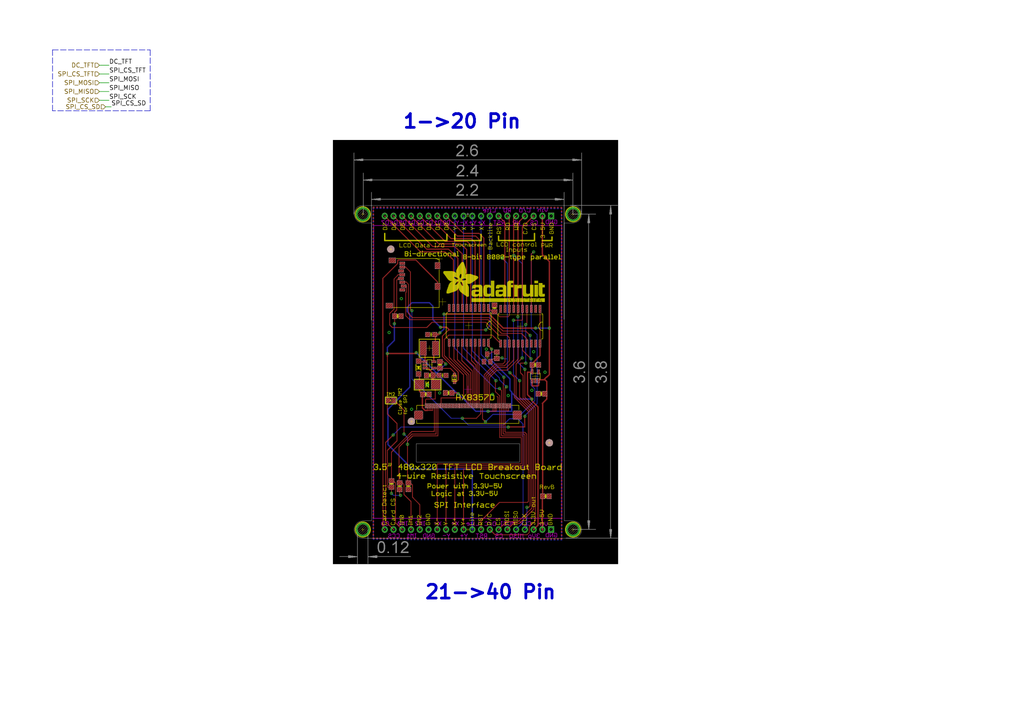
<source format=kicad_sch>
(kicad_sch (version 20211123) (generator eeschema)

  (uuid 504b60e8-2f4d-4ff7-9855-b762074fe7eb)

  (paper "A4")

  (lib_symbols
  )


  (wire (pts (xy 28.829 26.543) (xy 31.623 26.543))
    (stroke (width 0) (type default) (color 0 0 0 0))
    (uuid 378cfae8-a73c-498f-809f-4f4fd819e064)
  )
  (wire (pts (xy 28.829 18.923) (xy 31.623 18.923))
    (stroke (width 0) (type default) (color 0 0 0 0))
    (uuid 531ea773-5a0e-40f7-8a05-8a7e25a3c82b)
  )
  (wire (pts (xy 28.829 21.463) (xy 31.623 21.463))
    (stroke (width 0) (type default) (color 0 0 0 0))
    (uuid 8a25dfc6-1381-4bd4-9923-ad95d6622151)
  )
  (wire (pts (xy 28.829 24.003) (xy 31.623 24.003))
    (stroke (width 0) (type default) (color 0 0 0 0))
    (uuid 9544850d-4ba6-4280-aee8-9476257de4df)
  )
  (polyline (pts (xy 43.561 14.478) (xy 43.561 32.131))
    (stroke (width 0) (type default) (color 0 0 0 0))
    (uuid a4f33c2c-bc27-444a-b7b9-c10fdb52774c)
  )

  (wire (pts (xy 32.258 30.988) (xy 30.607 30.988))
    (stroke (width 0) (type default) (color 0 0 0 0))
    (uuid a736f65c-e089-451f-8b1f-c700a9215a61)
  )
  (polyline (pts (xy 15.24 14.478) (xy 43.561 14.478))
    (stroke (width 0) (type default) (color 0 0 0 0))
    (uuid d195ad0a-c7ea-4919-aa52-e5ea79035274)
  )
  (polyline (pts (xy 43.561 32.131) (xy 15.24 32.131))
    (stroke (width 0) (type default) (color 0 0 0 0))
    (uuid da020344-cc7a-4556-9019-c1abda15fb3f)
  )
  (polyline (pts (xy 15.24 32.131) (xy 15.24 14.478))
    (stroke (width 0) (type default) (color 0 0 0 0))
    (uuid df30e4ac-a42a-4765-97cb-e950a13680fb)
  )

  (wire (pts (xy 28.829 29.083) (xy 31.623 29.083))
    (stroke (width 0) (type default) (color 0 0 0 0))
    (uuid f4b185df-78b4-41b9-b35a-261968368113)
  )

  (image (at 137.922 102.108)
    (uuid 9b7cd1ab-82a3-4c08-afa1-96cea502181c)
    (data
      iVBORw0KGgoAAAANSUhEUgAAA9EAAAWtCAIAAABqYkSkAAAAA3NCSVQICAjb4U/gAAAACXBIWXMA
      AA50AAAOdAFrJLPWAAAgAElEQVR4nOzdTYgmSX7n+X93Vs8wTmVQTINaOT1DLumH3GeUfVMUzKUg
      6iKpeKAC9rBqlII+VNR25Urk4UkkxB60DTvMzhLPIenZykaRsHPIRrXLHjLhmZL6UsXUZaCyYQ8q
      bZAHT7bQ5qR6oKHIbFzsqLNnDxZhYY+/PebmZu7m7t8PQVWkhz/m9vjjz+O/x9zcTAQAAAAAAAAA
      AAAAAAAAAAAAAAAAAAAAAAAAAAAAAAAAAAAAAAAAAAAAAAAAAAAAAAAAAAAAAAAAAAAAAAAAAAAY
      xteGrgAAxGK9XlcuX61WPddEq6zSgPUBALghcwOYu7qoXdZb2LWsEuEbAMaCzA1g1uwDtxY06bat
      D7EbAEaBzA1gvhwCtxIo6brVh9gNAPH7+tAVAIBhOAfujo/ts0wAQCReG7oCADAA+9slh43CNvVZ
      r9c0dQNA5OhbAmB2HAYDCT1+SLn8tvUhdgNAzOhbAgC7A+tqtQoXagnQADB5ZG4Ac+cccAN1O7Gp
      T2x9YAAAzcjcAOalSzaNqvk5qsoAAJqRuQHM2uDJtfAdYPD6AABCYNwSABgrAjoAjAXt3ADmJejd
      kAAAVKKdG8AcxRm746wVAKA7MjcA2PI+NsjOAu3n7gEAxIzMDQCOggbf5jiu/kryBoCxoD83AFjp
      bQDs9XptuS3G5AaAsSBzA4CLQG3MbWO0fUAHAAyIzA0Au5FrAQBdfG3oCgBA7MqB21cjd3OUr9wK
      d1UCwBiRuQGgSWXGDZ25d5YftFYAAO/oWwIAtQaJtjblE68BYFzI3ABQLdrA3U9NAAAekbkBoKhu
      MJDIYy43egJAtMjcAGClh8DddhORfwcAAGjMQwkAFxgVBAAQApkbAM6MsT8JAGAU6FsCACLR3zEJ
      ABi1yWZu7iUCYG+oFm4+qQD0j0+eQUwzc3MwAbA07BAltHMD6BkZaSjTzNwAYCO2Oybbngs5dwLA
      WHAPJYCZmt4dk6OuPABMG+3cAHBmkMxa2ChN1wAwSWRuAHNUjrbxNBJbxm7SOQCMCJkbwOzEFrjL
      W2/O05X3fcbznQEAUEZ/bgDzMpa0qupJzxMAmAYyN4C56xJk6/J6ocydsX61WlVWw7JucX5tAABo
      9C0BgCg452YCNwDEj8wNYEYi75vhkJ4J3AAwCvQtAYCIqAxt892AtA0AI0LmBoDoNCdv0jYAjA6Z
      G8CM9JZWvWyIbA0Ak0F/bgAAACAsMjcAAAAQFpkbAAAACIvMDQAAAIRF5gYAAADCInMDAAAAYZG5
      XUQ+lR0AABg1ksb0MD73Dhz0AACgTyp7VCYQhu0fLzL3GbI1AACIHNPTjtfsMjfZGgAATAxZPH5f
      G7oCQRCsAQAA6pDF+8c9lAAAAEBYs+tb4gtfEAEAQAhcrp+kKWfu5ljMAQ0AACapIQKRf4Yy5czd
      jEQOAABGiuvtozPfzN2MQxkAAAyCEDJJ3EMJAAAAhEXmBgAAAMIicwMAAABhkbkBAACAsMjcAAAA
      QFhkbgAAACAsMjcAAAAQFpkbAAAACIvMDQAAAIRF5gYAAADCInMDAAAAYb02dAUAICLr9bpy+Wq1
      6rkmzcx6xlY3AEAZmRsAaqN2eYUYAu7O2gIAYkPfEgBz1yrCrtfrYSMvgRsAxojMDWDW3CLsUMGX
      wA0AI0XmBjBfXSIs8RcAYI/+3ABmyv52yUjidSTVAAA4oJ0bwBxV5tfValV5i2Td8j5DMIEbAEaN
      zA0AIhYDktQlbwAAdiJzA4D7CID9ND/TyA0AY0fmBjA7XSJs/03dBG4AmAAyN4C5i7nHSDlwx1xb
      AEAdMjcAAAAQFpkbwOyM5W5IGrkBYDIYnxvATEWeXwncADAltHMDQAtDDVRC4AaAUSNzA4A7ojAA
      wAaZGwBs0cgNAHBD5gYARyGiMIEbACaJzA0AVnpo5CZwA8BUkbkBYDfSMACgCzI3AOxAN24AQEdk
      bgBoUhm4vadhAjcATBuZGwBq9RO4AQCTxzyUAFChrj8JY5UAABzQzg0AtgjcAAA3tHMDwBZauAEA
      3pG5AeDC4B24HcZIKTyE1A4AEaJvCQCcGTxwAwCmisztqJ/xegH0hsANICokjYmhb4kL3gbAlPTZ
      gRsAbJA0pod2bgCzRuAGAPSAdm4A8zV4fxK3bXHTJACMDu3cAHCB/AoACIHMDWCmGBsbANAbMjeA
      OSJwAwD6ROYGMDsEbgBAz7iHEgA6DctVl9e50xEAoNHODQAAAIRF5gYwL8w0AQDoH5kbAAAACIvM
      DQAAAITFPZQA5qW3exnDbYjbMQFgdGjnBgAAAMIicwMAAABhkbkBAACAsMjcAAAAQFhkbgAAACAs
      MjcAAAAQFpk7OkySBwDAKHDKhj3G5x4S71UAAEZKncQrT+UMoo8yMncfyNYAAMxH3XmfLD5nZG7P
      iNcAAKASWXzOyNzuwsVrgjsAAPPBeX8OuIcSAAAACIt27hhxjQkAgMjROI1WyNzumpMxb0UAANCg
      IUiQIqaHzB0KiRwAgJnjwjU0MvcweBMCADBqnMrRCvdQAgAAAGGRuQEAAICwyNwAAABAWGRuAAAA
      ICwyNwAAABAWmRsAAAAIi8wNAAAAhEXmBgAAAMJiThwAOFM3QexQM1/EVh8AgDMyN4C5q4u25RX6
      Cbux1QcA0B19SwDM2s6AW1i51foOYqsPAMALMjeA+XILrOFibmz1AQD4QuYGMFNdomqImBtbfQAA
      HtGfG8Ac2d+e2E+cja0+AAC/aOcGMDuVsXW1WlXekli33GP2ja0+AADvyNwAsHsAkLqkG0hs9QEA
      dETmBjB3zuE1UNNybPUBAHRH5gYwL12CaYim5djqAwAIgcwNYNZii62x1QcA4AWZGwAAAAiLzA1g
      XmK7+zC2+gAAQmB8bgBzFFvMja0+AAC/aOcGAFuxDQwSW30AAHXI3ADgKLbG6djqAwDQyNwAYCW2
      RuXY6gMAaEDmBgAXsTUqx1YfAICJzA0Au8XWqBxbfQAAzcjcALBDOeAO26gcW30AADuRuQGgSWwt
      yrHVBwBgg8wNALUqA+6Ajcqx1QcAYInMDQDVYgu4sdUHAGCPeSgBoKiu/8ZQATe2+gAA2qKdGwCs
      xBZwY6sPAKAB7dwAcCG2FuXY6gMAcEPmBoAzsXWYjq0+AABn9C0BAJH4Am5s9QEAdEHmjgjD7gJD
      iS3gxlYfAHU4d8MSfUtiwZsWGERsHaZjqw+ABpy7YY92bgDzFVvAja0+AABfaOcGMFOx9d+IrT4A
      AI9o5waAM7EF3NjqAwBwRuYGMEflRuVhA25s9QEA+EXmBjA7sQXc2OoDAPCOzA1gXmILuLHVBwAQ
      AvdQApi7LqN91eXjQpmtYnSI+gAAhkU7NwAAABAWmRvAjMQ2gUVs9QEABELmBgAAAMIicwMAAABh
      cQ8lgBnp7RZDyw1xyyMAzATt3AAAAEBYZG4AAAAgLDI3AAAAEBaZGwAAAAiLzA0AAACEReYGAAAA
      wiJzzwXT3QEA5okzIGLA+NwTxIcLAACKOidWnhkZIB99InOPGNkaAABndadRsjhCIHOPANkaAIDe
      kMURApk7LkHjNdkdAABnnEbRBfdQAgAAAGHRzj0jXBQDAMwNjdOIBJk7Ls2xmA8OAAB61nBq5rwM
      e2TuMSGRAwDgHdeB0QMy93TwkQEAQAEnR0SCeygBAACAsMjcAAAAQFhkbgAAACAsMjcAAAAQFpkb
      AAAACIvMDQAAAIRF5gYAAADCInMDAAAAYZG5AQAAgLDI3AAAAEBYZG4AAAAgLDI3AAAAEBaZGwAA
      AAiLzA0AAACEReYGAAAAwnpt6AoAAADM1Hq9dv5ruO3Cu9VqRea2stlszH8uFgsRuX79usdNhCgT
      AACE0/HcrR5u6eHDh25bQSTI3BUKCVtElsul+U/17XC1WnncaIgyAQBAOOHO3eWSd4YT55JRSV8K
      8LWvyNxb1AHtdhADAAAEUg4nhJZxIXOfaThwS18sZW9vazlHOwAA6MjMG4WkoRTyhgotJO+xIHPX
      HqzlqF1fwtkvfg/4dZqa/1xlmcM6hRVs1nHbkENl2FD8GwpXGY7MnYVU/hXA9HTMGyTvsfja0BUI
      wrKvUuUBanPo7+2tReTFi9ryHY75Qp3LiURK5+Cd61SuYLNO2w05V4YNxb+hEJXhyLQvZFzfIsJV
      hi9po97QRjZLWZZXCFeZ/jbUoW90c97YmTSUQt6wSd7057bkvT/3fMfn3mw2y+XSPC43m+o3wHIp
      P/r6Uv38+Bvv/vgb7/7Z135672s/VUsqD+y6ogCglXJ02LnE4SG+NiQin6W/28+G4nnWbKh5yUY2
      dSsEqkyfB4wbm7zxZ1/76Z997ac//sa7eolN3lDBpny3JWIw074lKnBvLymu86Ovn63w3Z9cevn0
      qfr98zwXkcVi8cbly/LllyLy3Z+8+6NXr9Rfv/+rrVI2m069TZJkawihPD91WKewgs06bhtyqAwb
      in9D4SrDkbmzkMq/Rm5f9oeuAsZkX/Yfy2P75dNgmTe+unpVRE5PT9+8cUMttM8bKnbTzyQ2c2zn
      LhyI5a+bqj1bvvzy8qVL8uWXn3/xxWmeqx+1wuXLl1+dL/n8iy/kyy/Vj/o+ur0txwbvciL5UG61
      XVJewWadQEvY0Bg3FKgyHJk2S5JkUf4cMP+kfxxW8LVOYYVnSUU7TogNRfWs2ZDbhv5J8i8qDxi1
      fEQHjD2HvLFYLF4+feqQN2jt7sicM8jX/EEzbefWCgfkj7/xrojI06ef5/lisfj8iy/KD1ksFi9f
      vjSXnJ43fn/+xReLJPnxtXdF5Pf+/pG5lY7fNo/zg1bL7Vfocx02xIb631BUlbEv5E7yqfrnh3JL
      ZKsr4Ydy6458WlhirrNzBV/rlFc4X+cj+0I2srktT1w3tPtZ644NIvJA9t6VP1O/fyVfFQpRa5rr
      qNWC7t435A295N/L/7aRF+r3pSx1IW/IG+XaNmxoI1vzszjsXr8HjOrJXblCZWX+J/m/OlamywHT
      vKEkWYg43tzskDcuX778+eefm0t6yBsIZ3aZ22zk3v5GKN/9ybvqoF8kyWKxOD0tXthdJIlcvXp6
      elqYOEovF/V+UO+cG+/++W890pto+zY4zg/0SdfmPA1gSprf9dF+i6jsW9JQiA7EgZ6RGbiVR/n7
      6pdC1wVzTb1OebUulSn79/kf7SxE79K6vhZVL8GLwpLjfEdNBjlgzp9a8Xmp/d/ct6TPt4A+F3fh
      kDcuX75caOCTlnmDHiaxmVffkrrA/aOvL/UbQET0AV3UZvnnX3zx3Z9sXfppe5HnOD9QP+qfWVa8
      bXbnkvIKNusEWsKGxrihQJXhyLRfEqdyllUey+N4uuHqtLqUpfqpq55+OnqdHp6FGab1j24S1uxr
      si/75adc2BYcmNHcrQnMLW+UA3fd+g15gx4mUZnRWIENgVvdDakv2ZgH9CJJyssXi8XlS5fOvqQ2
      rq++kpr3OtR94SzUOU23Og+N5UwMwAv9CVD53t/5+WDzAeK8jkqoKs8VVmhbGV1U22e0c5192b+Z
      vdD1NNdRAVRl2SxbmYHbLEevFmL3nvVjSffMSN2we1VlPsreqtuQTtXldTayqdyQl2dU+Pb1IN0T
      43uCLkevZtak7kn9bvpZZSGtKtzxyLQvZ+e4e855Q11RV0HCav36vFFo7WasQBuFPtxedtccM3f5
      DWDerFD5jfOW3DJL0+Wv1+sP5cPy+lsB3S52l+vcfNIFAL/KrdflZtfCOg0rlP9Ut0WbNdtqKLnw
      p7o1w9WtVfXMhW71Cb2Ty+oqX/jrIHveQXM0b86vXfJGcdaObnnDjN1kbhshMvdc+pa0CtyLJNHr
      ZKvs4g1QGN1zvV6tVtkqu7X9LiiUc5rn8uWXDp1Msmylflo8TwBwUpmfCgvrMpb9CnATTwDVzK8B
      ha4slWzWiZN5Fm51Rh5R3kA/ZncPpdbwjVMtzFaZnB/oark5AdVisXjnnXculq9ERNJ1Wi5H/fLm
      pUs/kmVhQM1mTAENoB+VzahqoZ5BUP91ZzPkGHPVWJgvx7DVUL/EUJkedGz8cssbupW1mEOc8gb3
      U7ZSHhzQfBWczaKdu9zIvVzK5UuXzDeA6mKlqPZlUTv9w+pLOeb62i25dfCHFZeK1Pialy9dMq7y
      7Kiz+R3X18RXAFBWl59mEqeU+FvoI3w5IqxSPHzljbrlHvMGejOjdm7zsDPvGi70qVJHv9R/p1mv
      15V9sC7WX0m6vkjJF+V/8cV3f/KunI+jySCaAKISf+4MYSlL3aI/dF12UFWNpKnbl1E8nbaXnX3l
      DfOK+lZ9nPIGTd2Dm347d/kI+/E3asfFPPu6maaVbwD75aqccvmff/HF2TD4FnxNfAUAaBB/5iuI
      /+uBjcLNlOXfI9HlsnOXvFF5k2WgvIF+TD9zK9XXVrbHudTfOOXWrepeO22WZ6usdtzN5lqJyPbc
      78RuAOGY98AVfoauWn/MJxvzc4+2Ym4KsXsa3cR95Y3q/NAtbzBc97AmnrnLjdw/+vry5dOnUrrE
      o+8FLnyD1F9qC8v1vcYN62/e2ZTXf/nqFV89ASBOY0l75fbgCFuIxaiV6hXTMB5lzIHb7bKzr7xh
      s5y8MQoTz9xl6laG8iUb1UmrfImnbrm6H6Lt+nXjcZZ1n/gKAGbOPoYOMia0W0puGNU7tthtWZ/C
      RYZg1XHkfNnZV95wyyf2eQO9mcU9lPpCyo++vpSnT83xLCuH6VmnqXmfRKflq0zf36C3+/Lp0x9d
      PRvHp+FOSqI2gD7ZJKSGdcwWTakadrBPre6MjLx6dQ8vDOPYZ+yuS8bOQ99EGLXdeMwbZrGh8wb6
      MeV27sr7cy9fu1Yez1Lqx+FuGJ+77fp84wQQLZs5BRuu/ttk8Z5ZxrihujR431xDN/TJJNpBOF92
      9pU3HPJJQ95YLpeHh4f2z2KGyoNzNy+3N4t2bpPqXGXKVlmrcTE3G/n616vH565cP1tly4+X5vpq
      yHr5VVM9s2zF3O8AemMTy9zmwRkw8HV5Uj1Uu8smiNd9crvs3D1v7O+3G7fbLW+gN9PP3Oa49N/9
      yaXPje+aSsM43HXjZT582Dg+d2n5h6cVb5jlcsdI9f1H7cJ3uO5TLlEyJVOyfojlam1LtkTJlDzG
      kju2LHp8Lja8543XX399tfrv7Nd3zhvox9eGrkAQ6l16/fr15XK51bnKmHxVRBZJcpB/r3JczMrh
      eNTy69dXT56sxXgzN6+vlm+NWp8kl69de/nqlZ6adbk8q3PPHxBn9VyvReTTxaeFq1GLxeLg9KBL
      rXTJImIW7rHks65yus+c75J1hUUkRMl+6yzs5yj38853N/u5smTheJ79fl5+vNR1q+sy0bDcHM2j
      i4bLzua722/eWPzwh6+/fvrWWyvL9e3zRpZlDx8+HCRvjELDN72OO2367dxNrl5dvdN6HO6KL4tt
      x/O+evXl06dy9Wpz7dpOfOVmvV6ffTJW9f76UD4U6ya6csnq4QspfiCenp6eyulisehYsqqz+YF7
      ev5MvJSs6PI7lsx+ritZYT+zn4X9XCqZ/aw4BO529W7k4bJz+7xxenq6v99i/S55A/2Y7D2Uh4eH
      lROc6nErC2/UtuNi2ozPXbm+2u5pnl++dKmh/l0mvrJ38YFeYu6fD+XDthf4Lj7QGz8ou5Rcrqfp
      08WnHUuuK9+tzuznupLrymc/m9jPZvns57ntZ4fAHcOgBb7yhnM+qcsbDx8+5DbKQUy2b8nh4WGa
      pmJc69FTsIrxBriYC+r8gTv7Wm02ovuW2PfNUtd6zDfemzdu/N7fP1K/l/uWFHJ2iKZuyw907ZbU
      fI2uKtnmA71LyQ31NJc7l7yz/IPTA/uS2c91Je8sf9T7eecFSvZzZZ05noX9fG758VK2u77Yl++x
      b0nDZefKviVe8sZ6vd7fl8ePpVBOQXm56i90+fLlly9fqiVvXL78/n/5TfW7KvDw8PDhw4e7nnev
      4unrEq5vyWTbuRuY42Wayy8O9O28m2WL69dXm41knyTqHbW/L/v7W8ttyqnbbh23ia/stfpAl/O3
      sWXJDeXUfUDYl9xcT3O5W8k25bcqmf3cUIep7mebZjz2c3lNjmddMvtZGbyFu8tl51Z5Y7PZyhWq
      Y4nKGwcHr7/++un+frGcuvJ14G6+oo6yttd2Wplmf+7VanX9+vXKP231LbMbLzNN9deaXEQ2G3nr
      rdV6vX7rrVNzeXM5ddutU5r4ynM7t3ljiqaGMdJ9zrbuw1gsTk9Plx8vdzYbqJILH3z6+70q3yxZ
      RFqVbNZHSi0HheflULIuv/CowpUK55KF/WyY8H42+26q9qrCvVDs53LJHM91JcuM93PZzv0cibZ5
      48mT9XJp5o2VmsVmvV7XjV7yzjvvlJcvP15+/vnn5pI3b9x48ffnW1yJiFy/fr17u7KOp/E0UXe3
      1XvH9+AWM2rnfvnq1Zs3btiPq+15edV2o3L2gW4cW/rjsu0HWdMH+molpQ/iRcubXRou1Xm5klh5
      RTJbZV4+0NnPZvnsZ2E/G/VkP9dhP5vlh9vPddpediZvoNJkM/dyudyURhh5+fRpuY1ZfdBUdtKq
      XL5YLFqtr5YXtrtIkpevXjXU33niKxvlRpTyB7pevvVN/fRU9a5rKFm2LwWWP9ALy1X5NiWfnnfR
      q/tArzxh6FrtLFnXp/LEUD5h2NdZYz/rf7Kf2c9mycJ+rilZ5r2fC+z3s0ely85WYs4blbN0oweT
      zdw2FklS+UG2TtOG5eVv0s3rl5er8TJ3Vu84P1A/u59JN4UP9K2+a+0/yBo+0Isd5du3TNR9oH98
      756vFqDC81V1bjhh2GM/m+X3tp+3tuJ1P5e3W7cfVqvVixcV9dkZUArb7b6fC+WPYj9zPI/6c2Od
      ph/fu2e2yMZ5PIcWed5AP2aUuTfvbIpH3tWr5VvORdqPf7lreaF7nBop0xygfljlD/TCCcNL+WbJ
      enmXS6Lax/funR4fl29t6XjJVde2cGI217cvXNjP9euH289pulY/4ns/myXr5V728717H3/4oZgl
      N69vX76q8L17H49oP3M8j/pzY52mN/74f/zyw3+XJIu6QQW6lC/1+6Htfm7gcNmZvIFK08/c+gjb
      bOTlq1fdx8tUBXYcL3Nntc0R+INOAq8uXanfzc/EuhNGW+UWFOcTRsOJ0yxZ8XXiXNy54+vEzH6u
      XD/cft7aiteAYrP813/9bzYb0T8iYv7z13/9b+oCxPFxxXJfAeXOnYWv8nvYz6M7ntU3Dzk/nneu
      b1N+XQt3oP3sXH7l81rcufP0h/97xfLwgdtv327Ly84jzRvozZQzd2WXbsU8ENWXQtUvqvwG7r5c
      la/6V6nt7uzMrWTZSv1YPFdHhTek7hzWEIBala/3Q6Hbmceg+c4HH2wtOT8xd/9AX2WZeeL0eGJm
      P5vC7Wftzp3qgNilxXHn8r/923+2XIr+ERHzn3/7t/+sVfmxBe5+9vO4jmd96HoM3Hr9rffFnTse
      97OXwF1XfuV+8HU89xa4O4otb9CZe0BTztx19BvAcnxuX8tj/iDQ/AYg8wNiZ9Bsy+OJue4DvfLE
      7CWgsJ/N8sPtZxlby66X8qfUgj6W47kcuAvlO+9n3Xauyy+8X5zLLwfuVVbbR7+tHo7n3gJ3l8vO
      E84b6/W68nc0mEXm1t/ovv+rzeVr1y7u8j6/tzddb918UBifu8ty3bPKfANcvnbNpnPV+ryPZKsn
      a6n8zftso6UAtLz3HXE9YRQ6lhWCpipZr9+q/suPlw0nZrPktlSd607M3/3Ju84Bhf1s6mc/l4Og
      2zi+lftZtlt2C+Ml2xcupf2snfUdL23XXmE/l7cb/36O/3heJMmndxKpD9zO+1mXrOtZ+Nzosp8L
      z7cQuOdwPNuzv+w80ryBfkw8c5e7l5hdrLTFYhF0vMzFYtF2vMwuE1/tVL71uy4AqY/7N2/cODsB
      7JpKd/POZrFY2ATNs1NUksj5B7pNyer35hOzWbJ9nc0ldSfmn3544+XTp61KLixhP5tLetjPzUGw
      4342g2Y5oHTcz1ITULrvZ3O5GVCi3c+RH8/6IT/98IZN4Lbfz7pkHeibA3er/awK14F+Z+Dufjyr
      LjFtj+cyy+PZL7cmsLHkDfRm4pm7TH31NJeoD4gPbxXXXLccR7O83PxA1N9x37xx4/f+/pGPp+JZ
      OQCpj+PL166ZAchGcbSEUtA0W2500LTUfGLeahNqU+dC+eUTswqCXUpW2M9m+b3tZ+kwU13lfm4I
      3JXl17UwNQT6ji2CZvnlcnwFlND7OfLjWa+s3r+f3kk6tnDXVeOnH97w0sItIvLll2bhqs4NgdvL
      fr72h//t6fFx/MdzJecmsAjzBp25h/W1oSvQB3WQ6fbuH3/j3c+/+ELUh9rVq+YbVY3uuU7TyuF4
      Wi1P12m5fNl+D5hH/np7itF1muqx9/P8tPyW665yqt6CN29cBKDL1679+W9ZfVuonBK5uCS5CJpd
      Si6Xb55O2pZctx/MliG3ksv1NLGfzfI97mfzTVSsv3UDW+V+1g1JquSt+ncoWdX52rXLT5++NEt2
      q3NhP+u9cfVqMeC61bmH/Rzz8bxOU/UVUdVHtuf3rq6/3d7QJev6qHNWU/2dSlZ13vF+7PIKJsml
      S68n/9U/yf+f//jq1S/K+8dtSvnKelYu9zJRTrnX+9Zfq6YHjzZveMzchT7cXm4DiE3li9vF7Nq5
      ReT3/v7RmzduiEj5AD379tx5vMyzchrfAM3cJr5q5eD0bNijhg8s84P+95/+tuVXfF1yQ/mnea5P
      VM4lV5avP9YvX7vWquSdH+jmCcOhzuxnGXo/m8srn2NzyZblO5esqMBdWX6rkuvqee3a5fJyhzoP
      sp97O553lqk2/ftPf9s+cNfVpK5kXZ+dgdutZLEI3JYlN9RBBe7K8u1LFqfAbV/4Tm3nfteiyhs0
      cg9uFrloTaUAACAASURBVJlb9eo2j7Q//61HhUuTupGjcKm07biY6zStvOS3SJI3b9ww204GP/JX
      q9UtuWUZgG7JLdVV0eYkp0oulFMuX51InEtuKF+dmH//6W+3Ktn+xOxQZ/azLnnY/azckprzWX3J
      leWUy3cuWZfTELhblWwf6B3qPOB+Dnc8y3ngrhzhrtLp8fHvP/3t0zy3Cdw2e0M/ndPj41tyyzJw
      O5QsdoG74/F8+dq1hsBtX7JD4PbY1cShCYy8gUqzyNxa3Xj1sj2epbpXQi1vNV5muk5VP63KN/zL
      V6/09aadbwCHia8cWAagg/x75knIYwByLrmynmb5v/nFW11Kbijfrc7s58qSG8r3uJ8LLbutYoRZ
      Z78BxSy5UE65/FYBpVyy0j1w65KH3c+Bjue2gVvREbZcT1OrWKxL/s0v3iqv1iVw65IP8u/1cDy/
      fPr01atfqB+z/BEFbmex5Q2/jdzlwQEZLtDGLPpzK4Ve3SLyo68v1e295htARBZJohststXFzSXr
      NK0cpmedpuYtEYVyzt5pV6/q8XqkKnMXug0VZn4OOjOO2vSni0/Pqm3cBa/OrPppmo+y6WJeKFlR
      l/xClOy3zrJ9U5f3vcF+lvD72ewbXSjZQaFktfDqVZHt/eyrZL91FhGzD7r3vRFoP+uFPRzPiyTR
      gXtnaebW1T2IYnE8WxZo1sHyc6N7ybrC4u94Lg6gcfVq25Jt+uLXLffVnztN13eST9Xvx/lB4XTc
      0OU3qrwROnPLFLt0e+/PPbvMLaW3wam6Z6vUF0pRB7S618Gk3wDlkY8Kl3jU9bvmwC2DZu5CHbTq
      uzfMFazv7KRkSh6k5K0bkf19blJybyWb/wx91BVi9I4SalZ2u7GsLhZvrRNZyTY+vnfP/GflbD7N
      Oraeenkuzafj5lgWSd7w3pObzO1mRplb6mO3iMiXXxY65In6xt9huX3glqqXVr/P+wnclpxPcpRM
      yf2XHO5NRMn9lLyTx6POS+buuF0vBfZQslsFet66L10yt0SQN0LcOknmdjO3/txnU+SYh9/ZAXr1
      amE81MX2OJdtl6vvspaBu5L9xFd9Kg6T5G++Hkqm5P5LxtiN/diYcOB2tpFN+aewQsNjbQpsVZ8u
      c7/L0HmDsUqiMq/MLfWxe/PORr0Nzn6q+opZLlclyNWrm3c2zoFbJOzc712MMVpRMiVjqsZ7bBC4
      y3YGYofA7bCVgo5NYEPlDQJ3bF4bugJDWi4vLvpsNiK/2vzo6lJELl+6pGYELH65rOmDpZZffG29
      elVEvv+rzfeNN7VD4DZ/9/tx2fxxs5RiXSvWz2QvffBYHqt/6RpuZFN+eLua1JccqM7mQ2wq71Zy
      c20jLFk/sHmfRFjn5to2bK7VoUvJzhtt+KvNG7myYqss+yz9Xf3Pz9L9F9nNhvV92Zd9EdnI3cJy
      c6N1O3Odpvuyr49n6StwW+7SVmt6YW6usAO7l1kuMNxBXinmvIHezK6dW4ymbikdmt//1eb7v9q8
      fPVKrl5VtwCffYmsullB/fLmjRtqKt3TPJerV9X9wubXzfJWhtX286tufX1KU9Zpqj/ILDfRtmR7
      9iUXHuLcxLKz5J2FRFWy+cC2rUrNJYeucwOHJ9KqZC/NafYPj7bOOzfacf26hYVjYy990GpbDlTg
      blb3lFXgNpcMFbi7L/TCDMduUbjhs6VQoEP5Xi4795w3aOSO0Ezbuc9nyVnKxSWYi7+qI/hHi4uD
      9c2qb6KLJLl87Zp6w4jIQnfV2tqQeyUL0yn7ZfmhU/eZpZavssz8DHqS3r6e3W1+oHPJdSck+8/Z
      ypJbtXa3LVnvDfMhlU0s8ZRs39odeZ37tJRl9wQcrl25suTudXZQ+YK2ers1HzBvZR+Zx8Z+WvyS
      5pFOzI/l8Uo+KlemwVBdShx2ac/Nw84lV+52X/X0+IHTW94IGrjrBpMpjyyOgjm2cysqdtc1eMv5
      d1DV9ersQL969c0bN9SP+ufLV6/0aoECt4SZ+93mxLAzN0vpVPEkvV1opWhuLLEv2bKBwUvJXuq8
      L/uqpa2wQ+zDa/8lS/1+LuyTUdS5UqCgqWpbuZd2nvidr67sZNORw63Oodm3UBbWLBwbgVq79UbN
      niGWogrc5X+2WhNuguYNFWxo4Y7TTNu5lfNxAzfq9/IXUEV1vTr7x68sS/ZVR/90+5Zlc8XOdSrb
      Hc3TeUNLm0PJNpnMoWTJzh7ot85P0ttSOp9GXnKhIadhn7QteS99sMkCHnU7y2xu0vNCF+6l2DHW
      2Yu28c5cv7crISMK3NJml44uW+sviuEOYO+XnUPkDR1mfFQQQcy3nVtbLpdmm/dyefbjVJT7YwuC
      zv1euLLfXV27Y/cNFUo2b5PatB/yqaFk3R7mt877sh9o7I5wJUvp/N3lHFzez6GPugbmi1vo0Nw9
      Z7h94bEvdkR1HlycI5kUqvEiu+mr68t4RynprvnzZNNhiEAt3GVnX3lDt20TuCM363ZuU6HNW4pd
      oxoeGKpK3qO2qW1r906FtqXP0t8tnE6cN6RK1r0n99IHb2Ufeclt5ZI3WfE6e4c6n/X43Jd9PYpC
      911dKHmdeju51rX9Kx1j92fpvog8lseqk4lla7dNyeYraI5WoTyQvUJjZOEKjLmwrOEwK5cs528r
      m0zccB+C9zo3lNyqzoPo8tVXHXXK4P3+y7PD+GqSbRu447ma0V3zcTuiZ+qcN2jbHhcy9xYzeZtL
      Jnk8h4vdKgPtpQ98teJcz+5K+kDOL+au03SZ+bkUrktWPNZZhWMJsDd6i90e6/wiu7l3/gr6jd1u
      r6B5GdohcHfkVvKwdR5E3dOp7IJcXqiPukAKI/016G2K1p2F2+/SEWmufPendpwf3Ek+1b9L4HfZ
      zrxRjigYCzJ3BfMgHurgzrJVD9Mpe4/d17O7+iT3WB5L+thmdG0bL7KbT9Lb+p9mr/EulrKU7GLc
      LrPO3ZX3RrkHtps+Y7evOr/Ibkr6WHzHbv0KXiwyXsFUqu+v33p4+z/ZlGy/0cJtix7r3LbkqFg2
      vZsfYn1U63yjn8nvSv343HX2Zf+t7KPd69lxDtyjTthan/f7Br3sbIOcPQ1k7h3q8rd3i8VCRMxx
      dvqZ9X0py59t9kXkZ7L/rWXrW4JM6hPQDMeHJ8/lqPqS7v7mB2pv2n96mHGwsuTNRvblB3LeCtGq
      5ObL0JuNtP1gL+8NVfL1u2clm9Vz3Rtbsbuy5K0qbazKd7gFrW3JOnb/7O6+GC+ZiPsruGMISLsa
      tnVycv/tt/0XO96S9eBmXfb2ZiOybJEO2948V/dBvkiei8jDoys2hahjuLBwf/ODs02oim3XfV/2
      f+Pks83bLl81y3VeJInIc/W7qrNb4K58a+jNub2O+uFql2rXc/cyTfubH/xMih8dcv7p0f8XisPD
      w+vXrwfdRDw5u26gQNggc7cQ9KBfr9eHh4fhyq+z2VycPH626Rq7xWh3PDx5LufhuNBWqs9M0jIM
      qWilSpbtaFV5A7h9yYXL0M0l2yu0wh6ePBc5G3VVV6/b3jiL3d87+buvSiWbWj2LVrHbreTH8vh7
      J38nIr/Mv91QspfYbWZBj05O7heWmA1vqpO0WyNcuWRf4q+zeTi1GmqjnCmrB/3cdbgenjy3j91i
      zoyzWT7enijH/K6uAreuWKudXBO4t+qcvm11iJcDd/PmHL6s7tzDDWXa7BnzA7Oyb0+h/O5XcW0u
      O8eTiUMzWwZV/mZMbntk7njpANHDrT/fWj4+a+32EbtF1fnoIhybvWzNFhT1e9todSgX55t1mt68
      +4/1J+/j5Z+KOgG3L1l1ftB1PpStKQnUB715NnH+qvDk9lmdt+KF695Yp6LC6xvyxpPbV1Rrd/dm
      3XC3oOm98ZXIG/LGa8mzX+bfvhjuStxfwXLs/tBLje3UDese83V8X3XWgduc4PqstABXGBpq2Fzz
      5ubbdXpFtxSs7C4FmIFb/b/wEaQ+N57cFhW4v5Kv9FOw2kBVnddp+sRY4fDk+WmedwzHapfqJfuy
      /63lY4f3oGzv23W69e1llWV1ZVr2EdI1fLz806pu/X969kG9URMBeOt31M9lZ0weYwVGqjiCRHg6
      ahdPmS0/rfT6OqKp05hqRTY/MTeyafVRrks2o/D3Tv7uteSZnA+cpNd0O83r7hlKoTFJ7GZ7Nuk6
      65IfHl3Zl/0nt1Ozhg57Q7t+N1Mn8r8+ekuVfLbp813tfL6xnBzeXnlv/NujfyQiryXPyked294o
      fDHQdz71RueAmKN2Qcc669fu6Oi9uj+5qftKULewS+BWLFu4lXLgNks2P5HUt+Kv5KuHR1fcWrjN
      wF1Yx7KF+6zA87231fahgqner8tNl0+kZsZg0qU/7Zr13Tx91K1T+JPzDRtACLRz48LjZadGgvL6
      p2/Lv/jkfRF5JiJnZ4tMRL61fKzW2MjmvP9u7WdoueR9+YHksi/q3POZiDy5fVayuaZNycUNLWWz
      yVXU1mdfFRC/tXxc2A/NO6Wyzk9uXzQdO+8N2X5FVMl/fR6192X/8e3zULtZqn6xbiWLyPW72W8k
      f6f/abT9L8/6I53HDodXUO2Nvz6S3zj5bJEkm01eOOocXkEptXb3E7srM58ehs9yXAUVKZLkvvnP
      i9XaJ4TmkvdlX+QHj+WxWTvLOpeVA3cnm+IBZij2+G/13c9XjjTnfr9uV7L+SGnbAb0hcNtffap4
      D5592y9vq+t7cEdNGq/p7TzwvrV8XNdl+7yLVLsCbfR52RkTRjt3vJJkoX763KhuJFCfiW0/rcoN
      Faq37m+cfKa6f+iW4+4l61bYr+Srw5Pn5Yl43CyXZ+3ouitIiDp32RuVZ+tCm7Ru7dYtcA4lqy9g
      hf7Wus5tJ+Fr2BuqtXuRJG5HXVnhvHjt0s87FtjMy4gZ4e7Qriy57RWb/jUcYOafBhmLQ2/U/l2g
      DnLNobbdJ76xb/QN3Tw8rs7P/V92xlTRzh2p0sRXfXy3Pvsw3W6EcPiE3XrIUjYbWSTJ4clXqpln
      kSQiuWy3SVhupfiQTNZH6eHJWRdJ3efYueSz389bu/XdVIU6t1JR5/NP7fN2r3Z1Lo0HV1GyiDy5
      nerW7uXSpWR9JKg2aREROcsN5yf7x9Ly61nd3nh4dOXw5LnZ2i0tX8GCQmu3fgULNfHCS0DRKSRN
      31Pdox2aANuUXBsWewuvTfvtvHd0p0JkuZYgCamh5EJ9VCh/clSxcqv97GumSeMG0x116P4ebBBy
      DDAgXrRzo0JDlzu30gotx34nLVfJVRXuq+RAdVb7M8TE1JUll/t2t6WPhB7qrL/e+DofxzkB+FSF
      G2sF4aZ2Hzb7jqi1e5DLzpge2rkjZU589e/zP9rI9wNtqLa73vKsa8HPNk03rNhayuubH6ibHWV7
      OnSH/oLFh2Tyhrwv55fLu5RsWWe30s5HPvlTVWdzaMJOdW4sWW7vmzeGuuyNpexvfqAOg9B1fnYk
      v3Hy2b9I3vjZ5tuPl3/avS/pg3zv3eTPviHfuCxvdH0FCyXL3hvyf4qnjiXjLnkpb3zyL0VkX/bv
      bvcA9vDu7mZPLo7Y6/KPm0tWK78hn4nIRv4PLyWrp7NnNIrbT6CjHv5a8mzP6AikDuBNabW6CtQq
      vAdrCun4cph7Sc6fu9puuSv5TpaV8d4H/WViTGPU12VnTBKZO15q4qsBu13qWyr1eKhdwrcqTUXY
      83FqP1N9hd2KNUdp/WX+7deSZ79x8tlfH70lInvpAxU0O35bMOusdJkOXZW2v/mBqlVhRPAudW4u
      +aKTSTeq/L32E61X0nXWS8z9/FryTJ+YXet75lH+/ltycRulxwntof0vR//6j07++I9O/vjb+S/V
      Ei8fGiGYh1yBeQT6LVmPzC0i/+HtFoff9gemurmidittld+DhRfL+T2oyyzs0l/mfj6IuhcCDILM
      PQ7helju6K63Pdpu12qc9+2+WJJ8dZrnbYutbh3JZZEkqvfk4cnzX4g4lFzhvM4XN0t1mBy+uLe3
      p8vpUueGkkVEj2TiuEOWRqft0kTrZn90hzpfyD0cGwVqtvMnr/auypdeXkGzZDVEo/f35qhL/o9y
      WviT27vbVw3NXtcvdjVPLoyB/3dWIFzJF5tI08X5eN5yNkbqf2xYv/t70Cxhszl7w7R+BTcX3fDN
      Jy4ip+f1V6OjtCpWdg0VVeDxIE/z9Z3k0zfkDTlrC6M3Ohx9begK4IyahzI10oya+Gpf9m9mLyY2
      kmihe6LH0ZcomZJN5uxx4UruUg4lB2W+6Dtf8UhWLj/E/lGxmcaz0OdiEXksjwsHefncPR+Tn4fS
      +xPkHsp4Zdkqy1Y3sxdDV8S/cDe3UTIl918y4Nc0oiqAAjI3hjHGaEXJlIxKDYOWMCpcWwTu2JgN
      27FdycG40J87XuqTd096uuWr+dTYZVCn+pKzRZLoudn06NqUTMldSm6e4rswbnfbkm3eCJarFR6i
      eB89LVydzcc6/Mmm2HKVvOyonRN8Hp48X73dqcyCRfJc/96q5FWWdXlpbDSU77zp8gPVoKvXjSHy
      nUu25HenZdnqrmxE5KOdqwL1aOeOlBkLtoZ+C2PnB5nzubP5gad5rgfAlpbtjpRMyc1l1pXv1tqt
      J4qyr4Almzq7CVfn0Cqr5GVHlR9YWGIedc5l+mL5CnYs3++myw+p3KVeSu7NOk330gc9nIsxbbRz
      Y3fTkTktpfeSVbRq26JJyZRcqTCd08nJ/aOj98qrObR2L5dbKeT27YoKu7Gss1vJgepcLkF1L8nz
      4goOzY3NsXi59PmJZO6fJ7ddArdYPMd1esW5ZLOGfttud17bdN7PJv3EHx5d0e8yt5J3rhwolDtf
      GQMKaOeOl5r16lkS9nuRzbXajhcBd5Z8un2i3tnuSMmUvJMu+eTkfmVvY4fW7uWyutjNZusZOQcU
      s3DHIqrKDFfnEBGnLhaLUU+Pn0jmczfTocsG6nUp2ayh+ap1FO6T31T3xEP0ofLyHgSCInNHypxj
      NnTslpBz8FqW7BaAKJmSm8vXDcbqlFz4cSvZrPbJyf1CE2xHZj6urHPHYsVrnc1wc3T03tHRe2qJ
      +eNc8s4lvkou8B649d7uUrJZbY9fdfrJpt53aYHf92Al1f7Vw7kY00bmRizGOFoFJcdfcnM/DefY
      XSjWY9Oar44lBUHrPBlxBm4lUIN3D9z61djop3nbbAIzfwfaInNHSk38rjzK3x+wJn2KM7RR8qhL
      1r0p6ppgHUrebIrdPzxmoIYKdxysI1Cdy2l+pEI0x5Y7rnQvcETJO1wLN51JMEZk7ngd5wfH+cF8
      ArcSYWij5JGWbKbM5lNyq5LNlKN6U1T+yY0uwW+KDVrnEOKslRvvsVv8dTXpbT/7beruoTOJyWwC
      M38H2qJzEkQGGouqjuWYEpRMyZUlF4o9D687ZrJoW7KZidVZv8v4EjV19iBcnQMpjNRRKVDKNHOh
      3/G5zU20LblOx1fQZj93oYo1ByYv/9W5WJui/B7Px/mBmvtd5LHPcjEztHNHypzsapLTvzeLp62U
      ksdVcpfwally3YVsX6N/hAjc3uvsUAd7zTdQ2gy40bMBW+X93qjaZTV7zq/glK5+YJ6+NnQFcGa9
      Xh8eHqalaLKRjYgsJZrTS4/CzYFMyTMpOU3X6hf7GZvDlWxpSiUP3oJuvpo7D78xrhy5ycxjn6Zr
      1c79UfZW4U915+45WK/XIrJaef48iYf3J0g7d7zWaarmvhq6IoOZXissJc+55MkoD1yoRv4uj28I
      TEOWrW5mL2Z4zRl+kbkj1fPc79EaY7SiZEqeMPsOtQAAE5kbsRtjtKJkSp6quoELK+fE6WJnk/ms
      sn6gO0p7E27cEl/zRjVT15zn3P4FL8jc8epn7vdRGGO0omRKhrOdremjCJq+7Azcke+NoIG7eQUv
      CiMaeS4dc0LmjlTPc7/Hb4zRipIpeQ4a5sTp2NpdaC/XWSryiNmneAZvGZCvSytAaGRujMYYoxUl
      UzLaKo92Uo7dMpu4uXPsF3Og7skbam+oa860f6EjMjfGZIzRipIpGfZ2TnEy+PiDfZpJkrY01N4w
      LzubvwNtkbkjZU4wO7fp35uNMVpRMiXPlltOmkmktsTeMLE3MF5k7ngd5wfH+QGBu2yM0YqSByn5
      TvJp/CVPWKCGSVIX+mQ2gZm/A23ROQlbIpxXudIqywr3kvua4YySJ1byneRTX6fJcskikvtu807O
      07yXksPN/Gfm6SS5r37J80BbuxD5R9PYjeUUoPRWyeP8QM1DKfK4p01iimjnjpQ5hXJvc1/tHIMp
      KhNohaXkfkoO19odv0DdYOL/fJiS3vb2KE4B0VYM2Il27nip2H1X+ICpNYFWWEoee8nx8/jcC3Qr
      Y5qejRVoNhZIh3hkOQXMKNpiu1guxzECdz+G2htZtkrTtf69121jWmjnjtc6TdXcV0NXJGoTaIWl
      ZP374cnz7JPE1wl1lWW/828+Vz8Scm/ETz33k5P76mfo6qAFy+8Vk//6oQy1N7JsdTN70ds1Z0wV
      7dyRMvPBXvpARnaK79UE2kopeZ2merK6RZJsNnn3s+ZmI09fffPapZ+LyOHJ84dHVzzWWfcRzzLP
      bW5pestXyebrlX2SfHn++2bTNZSEiz4zyY6tjH2fPDy64rG0se8NzBnt3JiCsbfvUnKh5EWS+Cr5
      6atvmv8cV7eQjgp7VX39ANCWuubMZWd0ROaOV5Is1NxXQ1dkHCYQNGde8un2mBceSyZ2a8RuoK3C
      9b0Ba4KxI3NHypzsithtaYxBk5JN4WJ3uJLj10Psbugjzs1/s7XZyOHJc91nTC9UP8AMkbkxKWMM
      mpRsCheO5zyXZLiuO3KeqitjN9FqtsyXXsfuUYxFWEldc6b9Cx1xAEXqOD/Qgwo/yt8XoRuZrfHe
      REjJymmem6EwaJ2di/I7c41bya12y2me37j8uv6nx726XMonn3gpqcK4pmiBol+1h0dXVOBW/z3N
      RbaH/BvFy2pedk6ShTCmAVzRzh0v5n53Nsb2XUo29dbaPWptd0u4fu1HR+9Jqalb5aouoWq8zaJz
      VviaZA5aslyeLRxF1Aa8I3NjmsYYNCl5kJJHLZ7YrZCMoZRTtd8RA/ukBwYt/A60ReaO1CBzv0/M
      BOIgJfdT8qhFErtVU7fI1kyBNGeiBz3cl6muOXPZGR3RnztezP3e3Rh7M1NybyV3ebjHmWvcSu6y
      W8pdd7zs1aOj9+7eXQmt3ehRoQMSX/MQM9q5MXETaIWl5EAlj1rH3dJ9r+rGxc2mdlZ5RoWDiDw8
      ujLejiWyfdnZ/B1oi8wdr3Waqrmvhq7I6I0xDlJyPyWP2oCxmySNZhM7QrJsdTN7QT9PdETmjpR5
      /iN2dzfGOEjJ/ZQ8akPFbjUAhf45OnpP/RSW63EqMB/6FW+I3aNL5Mz9Di/I3JiLMcZBSu6n5FEb
      vJMJUND8RWt0Y64z9zt84R7KeKlx+J/Ja9/Ofzl0XSZipLf6UXJDyQ0rL5Lnl87nOX+VJOvUZ4/S
      QHPiuO2ojju88HCgO5Wn11WH1ViiNuAd7dyRMie+Yr5Zj8bYCkvJDSVPjPOOGra5unLid2V0vQiA
      MuZ+hxdkbszOBIImJfsqKkJ3zlvQ2xoqdk+p2y5QVpr7HXBE5o6UOdkV4/B7N4GgScm+iorQ6GI3
      AGAnLpTES8XufdkfuiLTNI3ezDMvuXmF67kkyVX1e57/J78xPcScOOaOupN8+oFTIeF2ODBPx/mB
      /hp8nB8IE9XBFe3cmK8JtO/OvOSJ8bWj2OGAX8z9Di9o545Ulq3SdK1+v5m9+GiIOsyjL2a2SBL9
      j0NJCtNiU3L0Jdvyezwnydldg76fR3bj8kv126tXv+iwo7Z2+PW+d3YQDq/gInmuf9+5E8a4cvwO
      Tyb1dIAuaOeOV5at1NxXQ1dk4gqZxkwqlDyKkifm6atvmv9kR2G8zMA9Xsz9Dl/I3PFi7vfejDFo
      UvKEjTF2NwwXCIwdc7/DC/qWRKo49zs3QQV2mudmslkk3jo/UHJzyXVrdp/CpjAnTsfSCuxLdtt1
      T19986r8Qv/T40vg3XIpn3wydCUAIHq0c+PCzKcHG2P77gRKrvTwyMOckV4K6c5514V7Cby/04+O
      3hORk5P7m42YPx23NfNPpGF52fk9vwfDHTDqmjOXndER7dzxGmTu99mf5PLCIA/+xlmj5KaSA/mL
      P3jzbHv5qd+S9dQYliXb77o0fU/9kmWrLi+BeaFAPUqXLDKaPqkdP5HKO2FiK8fPjN0jfToMvglf
      aOeOFHO/D2WMQ+ZNoOTJm/zAf0dH7x0dvbdcSuEHAKAQ5oCikU4QM8aSvZTTIMTMNa1K9rLrmOYG
      GFaSLJ6pvBTpXRUYB9q5gQoTaDkeRcmTxzQ3DtqOw13uRF5wePL88OR5YbV5zD/QCTtKMS87m78D
      bZG5I6UmfleY+2oQY4ywYyx58gLF7giV76F0SGzd1y8saRgimjTZgJ0DeEfmjtdxfqDmmx26IvM1
      xgg7xpInbw67bpDxuXUuLHQfL+fFh0dXKjuajzpZBq083fE1swnM/B1oi/7cGJPNpt1poHBOqnxs
      5XlLr+nQlbbuRFjYesw9sOv2W3PJla+OzUvgReVuT5L7ahi7fjQcn9Puk60D93K5NURg0FBoBm5N
      V2An+zXjNIrKFy4yqLnf6z6HbZZbfrp6d5wf7Mu+iIg8DrslTBqZO1JZtkrTtfr9Zvbio2FrEwcv
      F50LH811ZZprtkpLDZUsbz3O2N28n8slq1/UybUwkU35sn72SZAhe+v6D1y69PM7yacikndoWrbc
      dTuPz6nGbv3Ej47e638UwnLY6rN1Vh1410v31ZXroA9RvXLdF9RFcnEwX893tBSUB0E3P2cqv5YU
      /tRQ545sPl13rmmzWmWZQITI3PHKspWI3JUxtGbEp3yyUUsq5+moPAE4x+5ygZVlOpTc6rzinPDM
      BKonfgAAIABJREFUFsrKzRVKrqNDhg7ZasnhyXPvsbuwCf1PLzc8RfJdKHJ9Xk+IRENPcZs1LVtw
      7RNq4U+WqzVsyIvC+NwNn8OW7D9dfTGbwNR5GXBD5o6XOjfvyYMX2c2h6zIydRedpfE8ZK5ZXq1j
      Wmq4kG1ZssOl5N7a0QtJV6oCt/rdPqYEYlagEP0rvwyoheauUy9Ekpz1pshLLZHmK1UOAassyz65
      mFHyUJLTPC+sprpqmNNQ6hXMSlYGF7111VxafkYnJ/crS5aaVluaDyuZR3jz20q/Iuq1UCvXxcTl
      cuti0fW7FyvrNXd+K5aaz8CGP4WOrVqITkc9dBPKspVq/+KaM7rgHspImYGG+WbdVJ48utwYFOhO
      uM1Grt/N1HBm6qdcsnkpua6NqnKwiB5uqWyI0ZHMvq4Vqmr+s/JZmAvVrtt5at95NXyz2TGpe8PN
      iGZ96g6DhodUFq4fUvc6jqLfcM8KMdphTctPIbfPq7aB274+ALqgnRtowXvLsT4Fnua5zl6HJ8/l
      qNiwalNIYaE6j4ae1Ma4L+qiWLWwvKG65b4Uyjdnrtls5NS4hUvttOt3M/XPyopdz7cCsWqfVs3S
      2zO0F5mbqOxfm76db78oW82fInJ09F7DVezDk+enpdvRCnFqnRavKph3OhYeohVabZ0D9xz619p/
      pRzky2fD/p/8S+PdOk335IGI+SEHtEY7d7ySZJEkCyZ+j43flmNz8LL07dzsl6xLNtu6Ktu96ibc
      7qG1u0u/zD6Vm/cs66zbpHV+fXJ7x96r20ShDuUXZftmxFq6Jg2Bu8yycAfL5VaZ0xiGb+zif0uO
      SOVd44ADMnekzHu/iN2xCdphw2wScy65shux+U8vdR5dqHILIuauU69Ow96zaVzU/X9Ub90Cy0zc
      kK3VT11fEXPmmkDK91GgT+xzIE6EOfjx8b175YXvfPBB/zXph8cOG6Xok4lc9GewLNkmP/ntZLKz
      YXVKVll2KFu9ru8knzrMjlG+2at8+6mNh0dXIr/IPexRMYeeLWNhfvcrD6pYqfnlG+SrfpIsnqm8
      ZPcUgEq0c0dqRHO/f3zvXmXgbv7TBHhpOa48fxTusdtZsv1JyHtr97iSjVvPeEW9KGaAUCN/t1Xu
      AlSwc0LH5oCuC394dEX9FFY4OnqvsifSSFXepdqPjmMFeuH2ZAe/QtVw4JmDCbYtMxDzsrOX4Ucx
      W7Rzx0vF7vO5ryJlE6nVOpNs866aIMal9bHc8bcqdu8o2XIQ37pJbQrUSHOFOW403Tq7rgntdQ9v
      Lra7QvlJ8qmIHOcHuoG5brfYrZAvkkQ990uXXorI78jnX7xscbJvThK6Dg1jBe58bN1YgculfPLJ
      WeGtSh5Ew44yu8vb57PDk+eWjaw2lkvJPjkrVhrnxNGVLM+J070ODgP8tdpp5nBJ4nqoFMbnttyi
      NL4Ty+vEeRgDBbRzw1HbNux4Grz9tvEUziKFcd9salJ3trAs2eF02HHYkMHH2G5LNUjXjR1Z+Xul
      5bL4XUjavOJ1B54ZSrpEh52PDTFtjeoXXmibD91fXKt7yq0yqBv77kDhxg9xe7hlfQZsC+/h5WvF
      vOzs0KMM0GjnjlTkc7+7BeiP793rs7W7svknxImk0HK8SBKbTn8OPbAXSbLZ5F7Oi5ZzSTawyRwh
      ppxsVrc51XndJlVbrJCv01RfYs7zUzXSn1umLzf562RcHitw5840N1F5MUEVXjkKYWXhzTvEPPxO
      Tu6rwgtNlW1Tkff19fPyPkKlfck2bb1u0dxtmG2b1fpvOTabD8p3PtRRa4buwX+cH5xfc34ccDOY
      OjJ3vKKd+71Li3X32O39orP9ag0KETb7JCk3iBZYVlKXrCZxLMTuts+0oc4m3ZJdN8HkzvCnp5yM
      p1Hc78Dk976z1a1zSrO4t6V7rcj2tf7BOw1jVrhxFvEjc6Od7l1E+mntrjvlh7tqWW6TLsfucqNU
      q9ZuHbvNdvQu4aZukvnTvHo1/SebfLl6u+El6Cmepukt805Hj8n4OD8o3EM5t9httkoeHb13cnJf
      9xQ3mypJQrBXuC7Uqqk7HPOyc8NMVcBOZO54qZi1Jw9eZDeHrouVy5cumf98+eqV3/JDXKT2mwZW
      WSZHaXGJjwqYsVuMaQtbFWLJY/fTGMJWIRyr3eglHM85dttcbopZof6jqPPoLJe2d0tb9ssP1zN+
      pyxbqWvOsfXzxLhwD2WkzBbTvfTBgDUxNTRyFwJ35ZI5CDpdTqCSJ69825OvvReu5FEoB51RhFc6
      vaCtdZrupQ/iORdjpMjc8KAuXtctj2cMkxCI3REqNz/72nvhSkYg5uDQcY5QHs9dEBDmfoc/ZO54
      JckiSRbxTPxeF5QLwfqf/9YPG/46E8TuCBG7MQoEbmCqYslzKDAnu4ondpfZROrLly5579sdP78T
      rTeX7KXYmAXadeLvdQlXMnq2c5qbwpqFlStbzRsGzSzcY6r7vajCV29XrF8pwtb6KWHud3hBOzcQ
      Sm+t3ZMXdNfR2u1Mz32j58TRS/qZE8e7hjbmwtOpW7PVXPSFP+3cY2PcpRPA3O/wJd4G1Jkzh0R4
      lL8vEvutG2aXEv37//2TPxyoOrHorbV78oLuOo+t3VLq/Tm3L0gT8PDoSuFVq5tlXbVem4NpyvYo
      iq2oh6hZ5c/bxS+qwTznwNiRueOlhkQ4n/sqdjpe//Pf+iFR20Ts9mUUsbuy8OkpxL40rZ07cxos
      R4BWuyVEazSBe0BmE9hxfiDxTVSHsSBzA8EFjd1eyolZb99YaJNGtOpmnCWC94O53+EF/bkjZTYX
      3cxeDFgTrXLySJubI2d4A2UZ440467NbPK8LolUZr+nhDYwImTteWbbKslUkgbtBIVIXOpYQuDVi
      t7PyruPGR8yQGk1c/yjdY3eq3lHnP12LmxyzCWyqvafQDzJ3vNQHYFQTX1U2dUt9sK5bXldOPAIN
      vGATu8c75oMW4ikw3ghQ4CV2l0M2sbtMtX/F3wSGyJG5IxXn3O8NyvGaFu5KtHY7I3ZjvNrOdGO5
      fsf+3HXxmtgNhMA9lPDGMmT33Mjd3AI0yB1I6u69i3Pq0dbpbZGcLV+n1ZNoxK/VU2h126KvGx/L
      N6JxS+Ws6APAeVw/pW4CHdNyeTb8n83KIvLw6Ipa8/DkuTknjvdrX2awzlZZYWG6TvVCrNN0T43Y
      yy5BB7Rzxyu2ud+Vdz74oEtojq1XyVBdOAhzWtsWZVq70VHod73Z2Vqpm4SyTnn9hjqXN9dWtsru
      fWepfsjZZXOb9xfhxJXnoI1l7vcJ6NjQ5ew0zxdJ0vdWfdAt9G2TRJ22LcpM4Y4uGt7sDYd05aMK
      c+I00CVbHk6FOXGCfkDd+w4jDgJ9IMzBxTsffPDxvXsOjwpRGUvlk1Zz01EPKmO3ryA7IIen0HPs
      bpi7hNiNWblx+deGrsIIJMnimcpLu7oGAQ3I3HCkArRl8o6tS4liObdcUKd5Pro8pzukdq95l/lu
      aO0GOlKB+y//8Oe//cNvfvBXG+HuySrmZeckWdCnG87I3JEyJ5t9lL8vEunQJWaYLuTvOHP2TiGm
      ebNM9s2bLkz+bLlyQd3TsbzTtLBac5XqNre9WqZb+h8eXTGjrU2VyuE4+yQ5zS9aopLkvvrl7bel
      FWI3Ju/Ov1385R/+XP1+/L3TVLbfSnTsBnzjHsp4HecHx/nBo/z9oStiS91eqX+Grs5u/TRyh9hK
      c5kNf638U5+N/eVt6Yisuolbznejyynn4Mpe8g7PkVsq0eDh0ZVRdwNTfbh/+4ffFJEvXv6nwl8J
      3Kbj/KDyd6At2rkxF16SpWUhDd2FQ9dh50bNe0Z77lpTtzndr/3w5LnKMes03XkBVz+Rcpv0Itlq
      7dbrt71qoWJ3lw4wQGwKd0w+ev8/FPqTELjLjvODfdkXEZHHA1cFY0bmjlSWrdJ0rX6/mb34aNja
      TFohhwUKozZ3cDpsujlEWnY4sSnKXKfQpaRcgs1TMB+72VTcTqpzs82u07HbbHpcZVmavndycn93
      bRoVMn2csbvuRQFMhcCt+nATsoF+0LckXlm2UvPNDl2RieuhrTdQDGoVuJvX7zmoVYb1cst03ViK
      lbWt6wpydPSeWyWbC8fMfXon0T8jve9QBW7slGWryt+BtmjnjpdKDHvy4EV2c+i6TEFDo699r4N4
      GhF31mTwIVkc1MRu29G5VlmWfbIV0/+bS//66atv+qkccK4cskc3ayOBu5UsW92VjYhwzRldkLkj
      ZV7L3ksfMDaRdzEMFOgsnujvXZcBQyr7qFy79PNwsfvk5H7pa4KIyJPbncpUv7Qda6U35TeOGh+m
      7pJCq1F0fA25E+49UteqPbrY3T+HflltB2jq8rqHGLQKMNG3BPM10o/UkVbbnsOAIZvNxfmy3Fh+
      7dLPPVVtS0NPcT1V5/Q0fFOt3CGtRtHxOOROoG/UZuA+UGNLHeeVf0WlkQ7+s07TvfTBXhrpoL0Y
      C9q546XG4X8mr307/+XQdZmm3tq5HUbM6K7VFt1qGO55rbLsULaaq+1byJZLEcnVqV29iX7n33xe
      OZJJFztvzdRjsERis9nRGm1ZiM0K9nfTmoeQ9yF3NptOFxzMrZSP84PjXE+Vkq02pO1K5ctWEutd
      yA3iv4UaY0HmjpQ58dWzhJfJv/6Hyes5drfdolsNf/Yz+da3Wj+qsK3K16LcS8TybKcKrxxAMNDE
      zTufSw+G/VJnMz5Mq73UZcid/l+CNF2LfNj3VkeiY+xu/orVaqykjtsCuiPMYS4aPkkb0kCh3a6V
      Qpdxy2a88j9bbd3c6M7OjpY13PmounNVYe811628IfvYXfNEshuXX1Y+3MuurnyIx/sEyuUskuey
      PR5iebVCfVQvl+vGdw3VB71jRi8//OioKXa3PYbLSywPTi87//Dk+fXtb2eFI3l/Xw5Pnl+69PIv
      /uBNtSRJFnl+KlXH0mZz9sIp10vf+yp3TvmFa1jZ3u/8m8/PavWy4q9detg3zkqbLZKkcNwWpoxt
      rkNH3Tv9J8nimcpLQb62Yy7ozx0pc7KrEU1FOUZBGwgH6XvdMd+Ee1TzAyv/VD4r1/UHrXx4+e7J
      kXYnjZ/9OOgOsdjyIX22UP6rf/hPX736hfo9ufOpbF+cnINWnekr43XdYKB+dT8qzFd2bq8y/CJz
      x2t0c7+PUQ+ZOP5bHnuO3W3Z31I5SOyuazIPJ4YbNAtP02/gdtul/QRuc2SSf/UP/+m/u/XlX/6h
      cYfuh7ccyizXvOElDvo02xbe6sbWyitU5djt9wl2nLUX8Iu+JZi4ttEwRJT0Mvh30NbrLp1nzK4j
      HrdlrlbuEvrkdm0nE1Oant0veGu7u23dw+2ZXSkqz9zmlfSGU7vZ62C1PThgeUdln5z9cnjyXK/c
      3AlVVWOVZXqFo6P3nOf12Nk7SBpf353dsh0KVzcv7u+LGlHi5ovql7XcXaRskZzd9vrw6EqhD5K5
      3WyV7X92cTS+evULkW+KSH58IEYnkzL9Wugl5vPVmzADd2W3Ny83h9T1DCkX3jwRbHNlCn8y38iF
      KWOb6+CmodtVq20d5wd3kk/17yJEdTiinTtS5kmRqSgBhwEEPT48ElENhFLJMnD7urTyYO8scJtL
      ergCU0j2eX76Vx9cPD377gfNVS283PH0guvy7bryu656M/b5BNtuS11z5rIzOqKdO14qdt/lKzUg
      It2my+n+8ILRjRXoRduxAisf2HZ2m7rCy4FbRB4/Vi3fwUdz+5P/7/8VkYfHV0Rkk2UikmWrNF2r
      vybJQqS6tdueTdt8D9w6YDSEWvVOLPSfORTPo3kW0I0EMSBzAxiN7rFbAoy2u3MUvIb8sU7NXD6m
      cX/bjhVYfpT9auW9qgK3oludbz9J9V8LTdG6u0iD7dfCRZatRM4audN07dyHZ+x2vsrX72YixZ7c
      3gfR98X8NjXb1xRekLnjpZLBnjx4kd0cui7V1uu1r6JWKz7IYKV7c3WhhI6xO9xYgTFrO1Zg3aMs
      V2vYqzdfZDcu/5qI/MUfvJn91fBz0+T5qe5bMoHY7XAw73yVVZnlkUAl7titrjl/NHRNMGpk7kiZ
      mWAvfRBv+9eHZ7emLe7cOT0+Lv/davktl5v9MVuxxW7YCNpbV42Tfe87y+POPTq6K8RuEcfYbdM2
      H1RzjyC375bmo07z/MntrTfy4cnzELG7+7G3TtM9dZsunxPogMwNDzoF7nNzaB2chhhGP/Qeu53Z
      zKnpi5dRAk9O7r/99u7VmpVHe7AfLlAsRnBrNdONnphGRG5c/rV/9F//J/uaWKob3aKu1745dEmS
      LES+rCu2gTk6TWiDfPwulyJS8Tb0PmVsx4FQ+H4OX8jc8VItJc/ktW/nvxy6Lk0I3BiE33siuwh0
      9LqNS63/+eR200O6f3Eyt5skuwN3q71kv/KDvfTmv9qo7iX/8hvf/DURkX/w8pf/ucXGrKtUF7sr
      73Q0OwFfuvT6q1e/qJtasnmjBb6+8XoZittTHbJyJxPLKWN3zn1bfqCp+audzVsJaIXMHSlztKln
      Sbwvk5fALXE0naKgfJZSY0Q4TFkS6PUdMHbv7L4cdNCSh0dX2l7kXi7lk092r7azkJ1jbDuv32rl
      j97K0nWqDkh1P+Xl1/6B/uv//F9efiGyXErH3t11VVouL8ZKb1CO3Q0b0h4eXRlw2qNWr4hz+YVi
      K/t2d38vNw9d3wpzv8MLxudGJ14CN+K0XBZ/Hj+Wx4+31lGhp7xm4SecVZYVTsy9Dbx9dPRe3Z/C
      B24XDRW21/BqVpZvP2FK25WzVWYejbpt+3/4+5+LyN/8iZ/Drq5Klq+CeQ/lpUuvW25iqFEmW70i
      fjdU2Yfby3u5+1Ng7nf4Em8D6syZE189yt+Xs0nWRsCl5TvYp+1Q6PDXs6Huiayb07FL86pOruWS
      Kwezq4sUlXVQhXccTKNiMsi0Kc2Hm0I1W2Xbz/M/3/m3i7+QsyX3vrOsmxKylZ2xu3JqSS3PT+V8
      ZBUR+eCvrNpdy5NW+mW/n/3OL9u4fl7+2G+eMjbc3Leme9+xejiwE+3c8TrOD9TcV0NXpAVfXU1G
      Hbhl/PWv02cDdltDtXZjWJm60nH+U0i0PbdK1nVjMHuV6N4mKGuYpXJAx/lB5e9AW2RueEPgNk3j
      WYwLlxcgpYbkHmL3ZnP204DYbSna2M3c7+iOzB0p8+LvzezFgDWx5CtwT8ng5wlgnoZt7ZaaXgpm
      Rxdid4M4YzfQHf2546Vit5r7KnLhAvcYWy4ZzBUY3Ad/tbn3nYvkmySL3qYzaehzleenImedEyYw
      S2U4lcPnD/Vxytzv8IV2bnRFC3cBHYuBGBRau8M1LTff5LBcysOjK/qGSzO09d/a/Rd/8Kb66Xm7
      DqJq7c6y1c3sxSiuOSNmZO54rdN0naZ7adQjlhC4KxG7gRgUxi2JpEfHsLF7RKKK3UB3ZO5ImR8r
      McduAncdYjcQA2L3qEXSN0+1f8V8LsYo0J8bnvkan7tsvXY8M61Ww/TAG2rQaACmPD81b6OMpCO1
      2Us4kirFqbJvd5/4GIcvZO54qZPEM3nt2/kvh66LLceuJrduWRWeJNK+Zd2m5HAmH7sfP45rlO5w
      zOm4r+eSJPe9TOuIfpg3L0o0GZfYDcwKmTtSZqvMs2QcL1MPfbsdyid2O1iv1+obzk6/eeN//fje
      f69+P83zoS4phFY59PLJCbF7TMyAK9Fk3ELsFhGRDwesDyolyeKZyktWF2WBauMIc4jfUDdTjqLv
      +Bhjd2Hv1e9PY7nd9YrRaZjr5OTk/ttv91gVdBN/7BaRJFl4mbIevphNYH0OOonpIXNH6jg/uJN8
      qn5/lL8vEuutG+cx6zTPKyNX2+WtjCJwK2OM3dqI9rN3zZMLYnSI3QCGQuaO13F+ICL7sj90RWoN
      25FgdEFwpLF7dPsZaFYIuJEgdkfLbAI7zg9kDBPVIU6MFYi4WN6fPtIgOLoBBEe6n32xaeSmIXyM
      YmjbLouzVhCR4/zgUf7+o/z9oSuCcSNzR8r88J3P3FeFDFrXDDzqIDii2D3q/dwdYRr9I3YDE0bm
      jleWrdR8s0NXpCdzCNzKKGK3w02x4SvVHwI3AMX8IsSXInRB5o7XKOZ+9yVQ4B5LEIwwdjPDqD0C
      OjBtqv1rPk1gCIR7KCNVnPt9BPfaubMM3GfTVbYdHSVK5ZnV4r+lcj6BmwwNAPCOzI2BWQZuGXqY
      FO/GFbsJ3ABma52me2rE3kg/oTEO9C2JV5IskmQxlkko3dgH7kkqP98IO5kIgTvkAwFErjDG64A1
      wdhNOc+N2hjnfm+rbeBerx2H1I25gTz+1u75BG4AAMKZZphD/BxauBdJokOefRCM/zbKmGP3rAI3
      bdUAKiXJ4pnKS5HeIoRxoG9JpNQklMr0xuHv2KVkekEwzk4m09vPDboHbiI7MEnmZWfzd6AtMne8
      jvMDNffV0BXxjMBdKbbYPdVhGQEAGASZG73qOXCrIKhGOlc/rTbXs6hi96zG5z48eT50FQBEyrzs
      bP4OtEXmjtQk537vPkpJ9yBI7HZG4N6J7iXAJKlrztO77IyekbnjNbG53wMNCzi9IBhn7J7efgYA
      oE9kbvRh2MC9yjJzizFE2Gaxxe4JB256lQBoZl52Nn8H2iJzx0v1P95LHwxdka4iaeEmdrshcAOY
      OXXNeTKXnTEUMnekzIA16tgdSeAub53YbWPCgTsQunQD06Pav0Z9LkYMmBMHAfkN3Kd5LrdulX+v
      W+diyXYddK3imXqmzrDT5Uw7cBOOAdgozP0e+VkDMSNzx0uNvf9MXvt2/suh6+LCewu3ryncid02
      1DCLdaNuVy4vfL2Zrc1GntweuhIAgMiQuSNlTnb1LBnfyxSoS4kvxO4dW/T09SZaNHIDsMfc7/Bi
      fGEO8fMYuNfrtdsDd6ZGYrcvm40sl0NXAgDCKM39HsUHL8aIzB2p4/zgTvKp+v1R/r7IaG7d8NvC
      vUgS1XW4Vd9iy3nIid3djbHBeIx1BgCMHeOWxOs4P1BzXw1dkRaiGqXEBiOZIARGIQQmg7nf4QuZ
      G95EErgtG7k1YjcAoAFzv8MLMnekzMmuRjEOf7ibJtsGboeWb2L3fNCxBAAwCDJ3vLJspea+Groi
      u/U8SkmIribEbgBAGXO/wxfuoURXEwjcCrdU9iNcSzPDpwAIIctWd2UjIh8NXROMGu3c8VqnqZpv
      duiKNJlM4FZo7Q4taNeOzUYOT57rn4BbAgCgJTJ3pMzwFG3snljgVojd4fTcl3qzkZOT+71uEsAU
      qfavaM/FGAsyNxxNMnCP0bhid/+I3QC6MD9R+XRFF/Tnjpea++qZvPbt/JdD16Wot8B9mudy65b5
      S90KxYUdlLtKR268fbv7cXJyP8/p7Q0AGBKZO1LmZLPPkrhepj5buHdO4Q6F2L0Tc9QDcJMki2cq
      L3Vqz8Hc0bcE7fTcpQT26GSyE4NzA2jLbAIzfwfaiqsBFdpxfnAn+VT9/ih/XySKWzeGDdzr9drt
      gfNpLKe1OxIPj64MXQUAQFzI3PE6zg9EZF/2h67ImcFbuBdJcnp8HHoq+LGLOXYvl7Q0AxgZswns
      OD8Q4VMMjuhbAiuDB26FwG0j5k4mc+hRPYfnCMzKcX7wKH//Uf7+0BXBuNHOHaksW6XpWVeKm9mL
      Yee+iiRwi0jbwK3axcPXKzq0dnuh0rNbbfWkPNcbb7paJGer0R0FAKaNzB2vLFuJyN2hL2MNFbgt
      m2YZt7tOzLF7FHRzdasvCWplnaTtHZ48V+n89u22DwUQkNkEps7LgBsyd7xUYNqTBy+ym8PWQSNw
      j0u0sXtETd1tdX9eehKft9/uWhQAL7Jspdq/hr3mjLGjP3ekYpj7ncA9AdH27Y6803MM1dtszn4A
      ABNAOzeqRdKH29zux8ZyArc9WrvHTu+lJ3Q7AYawTtM9NWLv8B+cGDHaueOVJIskWQwyCeWAgdvc
      dN12CdxtRdvajVYOT56rn6ErAsyI+WnJJye6IHNHasC53wnckxRn7I6hC0dZnLUyHZ48p+cJAIwL
      fUuwJebAfZrncuuW+m/dX6uXQ0Ri7WRCD5OO9N6L/6sCMFJJsnim8hLnE3RA5o7UIHO/xxy4ZU5T
      uIdD7J6wzYbYDfhnXnZOkgV9uuGMviXxOs4P1NxX/Wwu8sANX+LsZBKzEX0fGFFVAWBuaOeGSMSB
      e71euxVLo3iDCFu7AzV1Hx29p365e5fjAYAL87LzcX4gQ09Uh/Eic0eqz7nfow3cIrJIEmk/5bu/
      Ck7WHGL3cin6KXaZxX1c6GECeHecH+zLvoiIPB64Khgz+pbEK8tWWba6mb0IupWYA7fSNnAzeoml
      GXYyWS6t8qgZzecQ0wEAPSBzz1r8gbsSgduX2HrP+22grYvLKnlPtTF4qs8LGEqWrSp/B9oic8dr
      nabrNA038Xv8gbuy2ZXA7Vdh/w/e1O03Mp6c3G/468OjK3V/UnmdRm4AIqKuOYe+7IzJI3NHyow+
      4WK3RuCeM2J3pTEGbhq5gRBU+1cP52JMG/dQolcE7jgVbqkc/H5Kv05O7ud5bR59eHTFbTZ1NShK
      +VrzUGGdwA2EMOHPRvSMdu54JckiSRY9T/weAwL3IKJq7Q4RHz1G4eXyYhTCyr/2j8ANAJEjc0fK
      nPhqkrG7rqmAwD2gOcRu9ePs4dGVhu4oQyFwA0Gp9q9JnovRJw4gRKR8W+fH7QM343N3EVUnk3Bz
      wqtiF0m7LiWkbWCGmPsdvpC5I2VOfPUof19k+rduVI6jcprnIiK3bpXXP83z2uXoYCaxO5A+a0vg
      BoARIXPH6zg/EJHzua/mRYc8pnAfBLG70uHJ88qm7v6r9/DoCjdyAf1g7nf4QuZGdAgTMYgtdksc
      g/epEU6u55IkZ0MQ9n9ZJcIuLsC0Mfc7vCBzRyrLVmm6Vr/fzF58NGxt4rBer90eSGO5m6i5jq8f
      AAAgAElEQVRit8SUvAc0isBt8xrF2TFGjxp5fddXqUVSfdFjAizfYnG+gkDMyNzxUuP+3uUy1rlF
      krS9mfL0+JhbKruILXbLjJP3cinrdJohLwabTet7ajETZhMYc7+jCzI3xo1hBEOLMHZLVRvbtFM4
      bYpBTfvgQXdZtlLtX1xzRhdk7nipoLMnD15kN4euS6QsA3d5nOkYUuOIxBm7lY5pSXcPuH43lmdU
      QNoOjcANoB/MiRMpM+LspdMfKNABLdx9iidkax1nt1kurfpGDxt5CdyhnZzcH7oKGIF1mu6lDzgX
      oyMyN0apY+AedoZFdNexbdIyy6rVlssBsu/R0XsEbiAGhat8A9YEY0fmjleSLNR8s0NXJDptA/cq
      y/SPXshH53h5D9x6tIoGfQ5ScXT0Xm/bmjMauQH0icwdKXOyWWK3qWMLN7Hbr/7bgPtp4R7Kckng
      BqKj2r84F6MjDiCMSdvAXTlQoHlHYFS3A8ZjvV4vkqRhhY+rFp7meeih0EME7oZG7s1m6yEPj67Y
      tIg7i/z7AFA2h8G8zSawJFmIcMqAIzJ3pMzJZh/l74tw64aIiK/xuYndO5V36e4vPLduBa1SiPEl
      2mboELHb6LXCcRipcmSc8Fjpo87HQMzI3PE6zg9E5Hy+WchpnlemuublpzVzcxO7W5nAKDFu3biD
      YpqbUSCDzpzZBHacHwgT1cEVmRuj4b3fArHbUgyBe6hu3IXuJX1uGkAkjvOD8/avxwNXBWPGPZSR
      MieYvZm9GLAmmLkYArd3Xcb2bjuACVOuAACEdu6Yqdh9l8tYNdbrtdsDzfbywgyLKIgkcHuMrQ5F
      dW/q7l4CgKFk2SpN1/r3YSuDUSNzx4u535stkqQQ+2wCYuUtlag0pcA9eGOzc+w2a75ILjqgX6++
      T6Fp5SS5L9aDf7faY0ly3+8Qh75eL7UTOo6tXlmZRfJcF7uztubKOx/yN39y9svhyfOdr7LlQaU3
      d+Py52dLXtYWFWIokroyx/JdNMtWqv3ro6FrglGjb0mkmPu9rUgC4mR4GZZxMgqJobegEOKrgs1E
      MA7b9TW/TJduP3UOT54Pfr+sFuIJAhgFMjemgMDtncOwjOErNSQztLllplaPOjm5Hy6ZNZfsvN3u
      dQ4aRmNIuvFEf7SyTtO99AHtX+iIzB0v5n63NOcg2Cf285QCU10A7f4cnaNtD5l42Ng9peNnVszL
      ztz/gy7I3JFi7ndLDkGQD00HQwXuGNomTR17KVg+HV/9NNoiFIbDvgVA5saI0ee4H7RwT1Js32f6
      Mc9njY7UNWfav9ARmTtSahJK5VH+/oA1iRl9jnvA/pyJYRtiicKIlnnZ2fwdaIsvbfFi7ncHBES/
      ht2fk8xhjNUNAPNEOzemg8DtF/sTAMzLzubvQFu0c0fKnPjqZvaCcfjLTvNcbt1qXlJYvkiSnio3
      fg595U/zXRN4tDHJRm6PmhvLQ++9wtY/+STs5uq2WxDoWVdudJ12mmdnbsZ+bec4Pzi/5vx44Kpg
      zMjc8WLu92bmFO6WGLHEnktf+aovPGhrqEFLLFWGJz0JZZatwsX9sec2ADNH3xIAVqbd1WRceW7n
      ZOaBno5NsQPuyXG9iBgL1f5V/h1oi3bueKlG2T158CK7OXRdorBer90e6NAijoJpB24wenQ/Hh5d
      WWVZ8zr3vtNPXdBClq3UNWf6eaILMnekzF4Qe+kD2fEpPQuLJCnEO5sgyJjc3fUfuOfcmdvsp1H4
      04T7EE++iXrnpQnEbJ2me/JARDgXowv6lmCsaHntxxz2M3kIQB3mfocvZO54JclCzX01dEViNIcg
      GINB9nPPjdw6cE++qRUAMCDyXKTMya6I3QUE7h7oPjl1nXPKy/2OFdgPWrgB7JQki2cqL43vQw4R
      IcxhZAjcPWh11ykTK4ZTaPJfJBd3Ol6f6Ll/zl35EafS3O/06YYj+pZEypzs6lH+/oA1iYrDRC3h
      KzVr3hNSb5Fruaxo5I7ny8PJyf0Zps8ZPmUA80HmjtdxfnCcHxC4TS4TteD/Z+8NQiQ50nzPj1ei
      oQ0pGRDMUojeeqQfkgDVYx8om3caiB4YWl1xKNhDvUMOPNjKWjLUtTpEQB9Xt0UQcSjUijxkwQ5M
      HtSwhyoIlZqG1wnv2Nk36RHUwQu0Q22xDYIhJfyxD+XMHizT0sLc3cLc3Nz9M4//j6DK093c4nMP
      j/C/f/bZ94EcfLR1IczL4jQEBDfgCWq/g1AgtgTEDQQ3qIpdcI9GHYs/CG4AuIHa7yAI8HMzRU/N
      e5BedGgJZyC4QSVGI+6VFAEAAPQV+Ln5ImW3rH0FSKbFGI/ta/LrY0ymsbU05+yMRUZvp7t3O48a
      xEKaTpJkrpa7NQZEDTQ3iAaUcAdVUTUdiapdPJ1HmAAA+IDa7yAI0Nx8kfWuduj0Ij3o2hYAYkIm
      JJmkaZ2accxl90bPffrHVuxoEZfBCs4fGQBgy4HmZopeYHYnOUU+0JqgYO82MBrRPAlZ44an7L5O
      cbhdPwqxRAeBXjJPkh06Jdq2rx0IDOZQAgDiRs6MbEiTQeoBsOXoLhu4b0Ad4Ofmi6x99Zreei/7
      sWtb+sMkhZuiJ7SmhuUb9S9UIyLw5AMA6AHwczNFLzb7WuDRCIArGvVqW8gXrQSgcxjGPvUSIQav
      xVu4F4OaQHMDALhgUdJdSW2dHstux0ODwgNbiO4C05cBqAoe2pgyy4ZTcSaXn2ePSM7eAKDvMI8i
      kNp07wn3CKVOxPHJydOGsuEvl0haUorl5GznCQGALdDcfJllQyK6rjcLAODCaER/5Bre3bTMKuxf
      iI7r1W+5uOR/+GUWMn/GlugusFk2JBSqA75AcwMAQGUODx+enHQjNO+fvCGivS2rr8pfVoIeM8uG
      1/6v845NATGDeG6m6AVmD9KLDi0BABRyePhQq3MJAAAA2IDm5kuaTtJ0AsENAGeiGBwHAHiju8D0
      ZQCqAs3Nl3mSzJNkJ8HsSQBY0w/Z3eOsLJESxSfSj4t/I9L/BRcYqAk0N1PM2u8AAMaEymO4JQrG
      YDuPGgCwbUBzAwBAGDrPIK7wMyOIY7XDM8Dk5HMDp6U+cswZ/i9QE2huvggxkLWvujYEAFCBmhKn
      /rzMOgbUlN0Q3GGpf1AtnJZennkdfdhZXwagKtDcTEHtdwDipaZyrSO7O1RpHZrdY9nnfWhtjrr0
      +PwDEBCIOQAACI+U3TKXtsJdmhwePkzTSaWk1AF1j+zK8d1HI0qSADkTK72pvkvvqXpmOjktVa+Z
      uBBi8FrqpS3Liw/CAs3NFNR+B6AHPDu8vfckreOq1JknN+7zSbqh/rzua5eNlTJ2zHcWyuzW9s3v
      bj9j0jGvzkal02t50zx6z94EOavHd38uF46+LlXHHX58PNGHnYUYEFW4NgDQgebmC2q/W0jma0F1
      6QQ/goApvVQhAAAAqoJ4bhAfhuAuXAMAAADUR/q/8ssAVAWamymo/V5GmbyG7AYAANAEs2z4PHv0
      PHvUtSEgbhBbwhcpu59QlSlFfUcX1iqeRK1M5gmCTAAAAADAEGhuECW6tk4nKZzcnFkuEdPsynJJ
      QjyVy1kuQ8JA3GRB2duUPyHfOFTPeSw9d4vluPI21zy9oRq//86f5MLl5Q8en4Vj58vvA/fsRxS/
      DGk6SZK5Wu7WGBA10Nx8kbn3d+j0Ij3o2hYAAABgS0nTiRxz/qJrS0DUQHMzRS92tZOcIjcRAAAE
      5/Dw4ZMnpudSZnh02V0mZFSJBS3ZqZ8d3jaStRPRaFS6y1e//nmWrWTP+TYW97DR2Gh5fPfnH/72
      T4U7FhpT9kaFZuuNK+VZ5888SXZkxl7ci0ENoLlBlOih2wgsAQCExaKGDe6fvDEiQNz3LeSrX//8
      w9/+6cPf/kmPLTH6rNS/3ljGlnz165//7P9w7cLlvaR5PdPZCqP2e6Xc7QDoIG8JX4QYCDFA4Xcd
      PYw7mSfyVbgVAAD8yDukgQdRxGoD0CbQ3EzRC19BduuUCWsIbgBAKLhN/I3RhRyjzWVI/xfuxaAm
      0NwgPvLyGoIbABAWb9ndJ60JqKD2OwCe4KGNKbNsOBVncvl59ojk7A1wDUQ2AKCvyJDurq2oRs0o
      dgC2AWhuvsgas/u037UhAACwjXQiIg21LX3tdSzRvfUyb8mHv/3TN0Hzc+vmqbfrjQTXXWCzbEgo
      VAd8geYGAAAAmCKVax0vcs28Jd5v1yfP9ywbXvu/zjs2BcQM4rmZohe7OkgvOrQEAACAO6wmXwIA
      +ADNzZc0naTpBIIbAAA6pzUl/dWvf97SOwUCzxgAOILYEgCAP/v7RA6Bm45lNQAA0dGbAJIy0nSS
      JHO13K0xIGqgufkia1/t0OlFetC1LduO+sGNkUZvEufnRJvkMrdUx5wZjShJHsrl/Ac3T26r5Y3F
      8PKNQ/Wcx9Jzt1iOS9msLs6NJ0G/jFXjZ4e3842NC142NgrFF7YkouO7V65uVfu9rKUjxhxKS2/u
      Kz3eOmrSdPKElkT0RdeWgKhBbAlT9GKzOwkSBXZJ1IKb4rcfAAC6ZZ4kO8kp7sWgJvBzA2CjH4I1
      SebcHJBgG3hxfOy346+OjsJaAoA3ugtsniQeA0EASKC5+SLrXb2mt97LfuzKhvk8mOKcTOLTfEIM
      KOvaiEBAdoOuWM1m+ZWD6bRsffMWAQBAB0BzM0UvMPtadPoxLRZkvUE6rR+PG7OvKfpX4xeyG7SP
      x+8GZDfghhCD11Iv9cULAzoBmhtspq7gjpBCwR2dYM0HxkB2g87p8e8G6CX67UCIARFiS4AnmEPJ
      FFn4XfI8e9ShJVsouAtjuGOUqoU29yNCHURKj383AADADvzcfJGy+7rebGdAcFOcgluiZ5ZVxOLt
      tkwnyE8PkI0HQtysyTLpoJrNVi6NW+65rKUQgyYMDthznsKe8/T4dwP0mFk2nIoztUzU94TkoDGg
      uUFlfDzfWRxBcD0T3JJ4ZfdACBnda1xXhfG+svHKuA7FYPfxA0tjWm9v7/mmzWLh0rNqXxijnG8p
      2f3NJ4XdUtEDsMVgyp23sp4Lzpu95+sGarmw57ypENwgUmbZ8Nr/dd6xKSBmEFvCFF0PsSr/3uNQ
      k14Kbkm8QSZVr58etC/bxM3OIO0j+n0AAICawM/NF6mTnnAaxuqx4C5MC5hlm4fLYyFSb3cUwjFs
      +/cdfMaqfdkmhsdVv5/6sUZRNN5956/ln5eXP3jE+dgbq87n3w/D9uzSOFJQ+x2EApqbL9xqv/dc
      cOfok+CWRCq7DWIXmmHbu6fV43bePPJz65EtG9uXhe6UxcxQ7dCdCiFP1savxICIdh8/cAl50juU
      f9obv7r+rRuM75VdPx7nuWB9vxI+ovY7CAJiS5jCrfY7BHc/6CTIZDQK1lXV66ow5FrCUECzal+2
      qer3utHfjb6G7uw+fvDqs9812n9X5xmAbQaaG2ymx4K7xzHcZWxVbHdV4VK2iZUgY9jevbGl/4iO
      K3bB3Wj/Ef3+uzNPkp3klIP/C0QNNDdfhBgIMei4CCUEdx+J8Ri5CTJ40MO2j8VOS/uyTU0/KEJw
      N40+7KwvA1AVaG6m8Kn9DsHdS+I6UoYCK4gHneFxQXC3075sE7frFoIbgIBAc4PKBJwU1RVbLrjj
      gqFgCtU+FjsbbR+LnR22L9vEzc4eC2455tz5sDOIHWhupvCp/W7Qg1CTQsHd10mTscNNKEBghW0f
      i50RtS/bxMrOuNCHnQvn3APgCB7a+MKk9rtOTcG9XNJAvJHLe7lk2JZN9dE7F+Kpvmn31neXlz8Y
      79uoMUwwzgPPUqGshEI77XuWn1sZaVj7wYef//mrj/Lr7fA5Lrbt3c9nV9cPAFsLNDdwpb7g5okU
      3CAWohCarbVnLrB+dXQkF/Jf/3/9Kf3Lz46MlR5pJft6Pew+fvDNp580bU/710+MzLLhVJypZeJU
      qA7EBTQ3U/TyJQfpRed5+OuHlMi76Ty5Lf+cpKmxi2VTffTOk+ShvmlMi/z7NmoME4zzEEU4e1Wh
      gOwievv2PegS9+ft5bKa7I7iwcOjfQvpAj0EfZDzHCmzbHg95nzesSkgZqC5+cKl9vt4TESrLJML
      BlXXA+CNX5YGi+zOty/bxEqQReRBp5zg3t8vWD73kjGxeHYZCu4Wspf0T3YDUB9obmBjMonA9wm2
      Ab8bv/uEJ3jQ67S3eNBHozXZreT1/r6n1Nbft+n2nQj0Hghu9/ZRoA87RzEeCNgCzc0XmXt/h04v
      0oOubQGgSxgKzSAedIbH5d1+Ks70bEs6heEiVcNIyt6XT/tQAr3qg6JjY2pe0PdScEvSdCLHnDuP
      8wRRg1yBTNGLXfWm3myMFbzmSZLM115dW7R18BRYQdrHYqdjezXPrFH4n4fg7cs2cbOzr4KbUPsd
      BAJ+btASMQpuIjqbioEMT78mmSfppLcTK7nBTShAYNnbz5NEn3b84vi4tIt/ohflG1XCk4bsjKs9
      /xj03gtufbnHE+tB00Bz80WOML6mt97LfuzalroYgpv/b9YkTedJcjYV8s+BEJDdncBKKHQeG51v
      X7apw+MyRImUjFWzHpV1zvDz4taev0AHYGtBbAlT9JC+2OvNughuhl7whZZ2ZTjLxgvSdTaCTLoC
      gsy7fdmm4O+rf50DCu4ye8o2cTv/VSc7srIn1HmOFNR+B0GA5gbNEqnglkjf9nCWCTEQYnB8dwT3
      drd4CJeyTdwEDbf2ZZvK+jEmUKovdVXBze24Qr0vq+wiLQh698b8Qe13EApobqboN7Dn2aMOLamD
      h+DmFnay4lkSfStpIUtD2SZWgoxhe7lQJrsd+2d7XHliF9zIXgJAJ0Bz82WWDWfZEIK7c3hatW1w
      E2TwoBe23/hliUhwdyXQIbgB6CvQ3KAReiO4iSiZJ/L5Z5YNEcbdCQwFVhAPOsPjqt/e8kXuseCO
      woPetKDvq+DWB3DKktAD4AI0N1P0YlcH6UWHlngQl+Aui8/TQ7fF9Ey+CreCRmEomEK1j8XOqu0L
      v84Q3N7tyzZxs7OXglsix5zjHXYGTMAkXL5I2S1rX0VEXIJbIsQgy1b59ekkLXRsQ3C3wyrLaDyW
      /5rrSxrrC0REYvDqkoj+Uta4YLm857U/HXo2j2JTS8mry3eLuyXKt7cYnO+/tOf8eXM4FfpyvmeZ
      bVP9CcFdpz3/9H/9FtwAhAKaG4TEQ0y3L7jTdJIkc2OlEAOiAkvyshuCuzUmk8nmRtbG+Q+aT89l
      LQt7rm9wBz2n6QsiCie4iZlw5Nmev0CPDv2WoQ9BA1AVaG6+SP26Q6cX6UHXtjgRheCWFMruJJkX
      /p6mkzRJxtc7RjbsEB1L7QSPRt3ZASpycvKUiKRzXP/gkJ/br/3u4wfffPpJ0/a0L9AjJU0ncsz5
      i64tAVEDzc0UXb/uJKdFHlhecAsX2Ugl2Q2CsHHEYIknmjiRgluxXN7Ibo/83GXyrjAapyybZ1no
      TmnMDBGNxwMh9DWVQncsjWW3g+lUtbGF7ojB7q3v9Pb2OB9l802MUHljup6+sspWhSFP5HueXU5d
      vMyTZIdOiQpHQwFwBZobBCA6wS2B7G6TfGR8Mk8KA3Xg3o6Ow8OHciFNJxsfnLxDTYKEwdgbq58y
      y4+YR88u3arGSTKfijMiyrKVixmVbHaJkWju1EWKfoObJ0n/DhC0BvKW8EXWPuRfbDZSwS0pvPGU
      heoCb8pyLOrr4eTuE2WfpofgXi5vXiAi8KkBYMBdz20tegI7/rJbkRfcL46PLe1fFK381dGRew+F
      GD3YybKVPNtTcaZyr8LbHRBdWE//4erC/nL8rVwYHN8dzjIiGog3RPTs8HbAHOhCXKV3zEpqIqLn
      UD2r785oFFhwgxjRPzg91ihShBi8lnqpVyEzoG2iEXOAPxYPt/uNVoVy5kNCHW/YVedgEWR3WyjB
      TUT3FneU7Cai+ydvjIUg3Lr1vVy4vPwhYLfoOd/zh/SnV5fvWoJ462QviV2xbSHqI5PiO2rZrbvA
      yjJcAeACNDdTZtlweu2Uep49Ijl7I048brT5n+mA6cYMZCLhQtkNWubZ4e2wHaqbZWH+dfQcvOej
      r1e07uPUn4Et9TiNNTJqFk7uHqDGPaKW3QAEAZqbL1L57dN+14aEx54mTP5A7+/T+fnm9kHSVEF2
      AxAEY4ZZpSgv1YO2kBKc3PFjCTeKAt0FNsuGFFuhOsAHaG7QNh5pwhoV3BKjbB5kdxMsxjReXC3/
      /vF3dNmpNaAZlFb2Q30T75+8IRKrLGtIrglxld9Qj4eRkwqIaC9o2G6lboV4KnMFXl7+4NK+audy
      IXgqv4ZOHRNm2fDa/3W+oSkA5UBzM0VPY3eQXvQmD3/TJaA9grkVkzQ9vnsTtzcVZ5V9dKAIvZbn
      QqX9vXw3y/4ity6v79PBk940V8wIPSvmuRmZAyHqpGfWH4BfftxUarYkuclvqFbOk9vKhoDvVanb
      JHnokivQu3O5EHyyit2MqP3cAIQCuQL5kqaTNJ0cpBddGxKMFgR3Tc+34dvOiwngR2Eebst6EBGF
      GuumUEvtPmP/Gibz5Gwq5KssaSbgjP58gon1oA7Q3HyZJ8k8SXaSiGdP6vAX3BLI7obIy2sI7t5Q
      GIhV87uje8rb+Ro28S6FpaCCvwtoGun/6pMLDHQCNDdTzNrvkcNHcLvcViG7GyKbDfVX1+aAkMQu
      u/X+QwWWuJSCAgBsD4jnBo3jIpRVVuZ3dj//159eNdjfp+WSPnj/8729N0T0zu7uP/5tAOHuUrxX
      n6hOmFIJgAOzbDgmMwthzVrZemy3XGgivLtpwS2rPhHRanyzFeM8ETFPkh2ZsRcfGqgBNDdfZN66
      1/TWe9mPXdtSCxfPtErMPJh+9C8/O6LrXIGjEb04/kjmM1kd+gtuIy2Jo+zWBQRkNwAbMb5okoCy
      m8I5vAurcjYh6NNJKu6OrpeXcHJHR9V7BwBlILaEKZHWfnekataRIKEpkzStOjHL+G3VPd8AgEIK
      FUlNodyOyoGWAgA0CjQ3aBsPAR1w0mRN2Y3YbgA2UpgoMArZDUAhQgxei7f65/8CLYMLiCl9qv2u
      wyE/txEhuvFebuTt7o3sFutu+6z547K8oyyooVL8Bn/H4EeHno2ejcirMtldM8jEe988zeVBN99o
      nswWw+tlM94d8EcfdhZigJhu4A383HyZZcNZNnyePerakGDwyV5S1duNSG4A7OQjr5oIMokIfYqk
      mJ7JV+FWAMCWAM0NWoKP4JZAdgMQFshuA5SC6gf6jz9uBKAOiC1hSs9qv1cSyqMRLZd0fl63n41U
      DTKZZcOmh6HbRI2tS1o4NMs7ovZ7vD3bszo0kckkItJJaiQqgeCOkVk23Kd9IiIqujMB4Ab83Hzp
      Te13D6E8Gl29avazkT6VmAagEzbOM4a3W9WBguAGYJuBnxu0gSUJYKXda/ZTiO6HQxJuADwwakgN
      hDDmUPbM2w3X9VahDzun6aRbY0DUQHPzRd6iduj0Ij3o2hZ/fnV0lF+p7r4ud9zCHsJiyG5C0B4A
      FcnLbqJ+yu58URsUlew9aTp5Qksiij3OE3QLNDdT9JvTTnKK3ERNYwgCqR5USrXmkqx1CHIFouea
      GHLZKN3ay9jusiqSkN39BrXfQRAQzw3AFRHd+JtAz0ELgAuFodv2ORJRx3brgjuVh6rpbBR17yvG
      LGFj62QyWa2Qdh04AT83X6QGek1vvZf92LUt24IxPr5tCDHIMtw8QAUKvdSrLBsIUdagB97udJIe
      372a4p0tVmfTq4Mdlzw8VBphEFv8EwRAv4HmZorudES92TbRI7lVSrXWSta1S6omBmkMm5skhFyB
      venZ8Pwtcg30OZS9lN0tgLPBByEGr6VeKqivCoAriC3hAsanQPsUyusiIQ7AGoYcLBwd6nGQCdgq
      crXfAfAEDlSm6EEOz7NHJGdvABAaPQ2WIknmSIkF7OSnHeez/djLTsXr7U7myWxxfbDjFV079Zcl
      llcaYdCGg/o0qgYAgOZmjLyBXde+AqApILuBH1I03z95c+vW90S0d5lmuZH3PsluvaikmF6HaGc3
      WzuxCgAQC4gtAQAgyAR4svfkRmju3vqusE2fgkzKhDUEd4/RB3BQugHUAZqbKboG6kH5d8AfyG5Q
      leWSiGiVZV/9+ufy9fLjZDQqaOkhu1XmE27k5TUEd++ZZcPn2aPn2aOuDQFxg9gSvkgN9AQhfSA0
      5U7ERcEMobujUAkEUROHiO6fvHl2aDtMhjYXauLl9S/TaERJcjP/ZJ4khYVDPIJM8sUsmZBO0p7m
      MgrDEqcEgCLg5watksyTZJ6cTYV8dW3ONmIftS+U15iqv+XkrxldcEv0MfcyF3WfgkxAGf0T3PoY
      IGa5gDpAc/NlniTzJNlJ+pOxJF+nDZXbWsZFwUB2gzz6lZMX3BLIbnD/5I1cGI3WXrGTppOD9AJx
      nqAmiC1hin6b2UlOi4ZqI6NMXifzBNGQ7WBoF2tqiEbK5aAmDhHtZRsOk5XNRu2bSZqWCW6JPYDE
      pU1cmUyCsFz2QZXSuuDuGfMk2ZEZe3t7GYI2gJ8btMGa4F6M7y3u3FvcKd4KmqGK4CbClEpARLnr
      RF1FFlFl92S7tIG3246M0FOvrs25ot+Cu3AZgKpAc/NFiIEQg74Vfl+M1VwrXXaDRqkquCWQ3YDW
      r5b7J29c0okYhd83dgvZ7Y4hsgeCxcQYNfphnx8MwJYDzc0UPXy2b7IbtIuf4JZAdgPKXTMvP96s
      fevL7lW+vs7Wy+684JYLZ1PRYezNNghu6f/CvRjUBJobdAaKC7RAHcEtgewGRDRJUxU8QG7at36Q
      CWS3ji6400k6XtBwdnV+VlnWeZBJvwV34TIAVYHmZoquR/uUh19Mz2bZUL5U8WTQEPUFtwSyG9C1
      AlbSqh3ZjSCTPOkkPb47ksGHw1lW+GTSGv3LDAhAc0Bz80UK034Ibj0ziZieyVfhVpK7J8IAACAA
      SURBVBCKUIJbAtm95aiSk/pKyO7OYZLOpX/zJnVQ+x2EApobBMN+FywT1hDcTRBWcEsgu8FoVJrJ
      xAJkd1/ZHic3ar+DIEBzM0XXNxHl4a8quyG4m6AJwS2B7AZUnkDQcRfI7pok80RF6HUexk19d3ID
      EBBMwuWL1DdPiLsnwahhYa9ekc2MgTnuRxcdzQluSZpO8iI7SeYoiUzObj97MyGeEtHh4cMQFjWF
      8a2firONY+5Vy+UMhDBCWbawXI5OOkmVwlaxeeoMte+/2B4nt/6jhx86UAdobr7Iu8sOnV6kB13b
      soFKshs0R9OCW1Iou+8ej/Si8ds5guHi8NtYdDBJWKtthfrWy0wODcluIsjuG3TZbaxv3xjJlji5
      03Qi/V9fdG0JiBrEljDFrP3OHo/hZhCWdgS3xHD2SK+bnkWLw5A3aJpJmuofuip3Zd9FLSPIxANE
      6AEQL/Bzg2DA290hbQpuifJ26ylohBgob3cyT6AGeobhpE+S+Sy7kdpZtnL51jt6u++TKGsTkbdb
      BmDIeCHSQkEKm0nKGqszn07SJBlfLadbE+HRKfMk2aFTIiJ2lxiICWhuvkgH0mt6673sx65tcQWy
      uxPaF9ySNJ3cPb6RYOOF/H/w5fjbq6Xju6psBxGJdT9oppk9EG+IaJ7cJjbpz4DOaGTG76r4olk2
      nIoz9aw1T5KNwsRFdq+yTNVZjFd2S6Gs4oUKo4FzTzK2xq1hDFV1+/xs1rc/avXdcVMDoUBsCVPi
      rf2OIJOW6UpwS5TSuhbcRET3Fnfq9IlrhjNSeRsB/Udfr+lxpZUtuASZ2AvIb3mQSaPkY8M6jBZj
      ZQwAdYhJzIFYyHu71bLF08mBMvPUem4GG3TigMmyVfB6yHAmMUS5ug3BLd2xxrc+P/0xT9UplfF6
      u+OiTNEWRottnBPcpjHNIcTgtdRLXRb9BNEDzc0UOVwrl59nj4gimEapU3gvBI3Soc7IshURZPdW
      IMTg5OSpSmWoxz94hJY1J7sdDqTWg3Sl3e2NB+KNjKpy79nb+I076lEcasBqcRU9TnePByrf68cf
      08nJU7oOhlE9q1jz9fe9aVnB2uu5IrdufffLz96Vyyp0rTXZrfsUhBggpht4g9gSvsRe+x2CqU06
      P9uz/3STKFDdFGuCxzZufPxxgYdbh0+5HFATPUJMjxzLI5V3oyjBTbVD1wDoEPi5QYPk74WGC4Tb
      pPsy85AloAw9YfCN7NbqdOjny/Lp75WM2MLbzQc9pOTk5OkvfrEqbKanHKFOvd2gaQ4PH7YguDtH
      H3aeZUOUcgPewM/NlEhrv4MtpGx412PYF7Pi+JDMk7XXteCWUSVZtrKUITTqR8Lb3Xt6r7zlmHO8
      w86ACdDcfEnTSZpOILgBfwLW6YDs5oAxcU2IgZ6FXXm4l8vSAuCQ3bGjR4gtCiK0r1CR/Y3y+8ff
      qeVQoWsAtA9iSwAAAdgosvPl4stAMopuyQvuq4XpWTYbyiE4mapCCu6yzBU1p1QOhFgVlZDZGGRi
      fwtFzYCxSrvbG+9la2a79OxtvBbfNSzO/310cwGsiqLF8pEV8lP6uyffPju8XWaSbFM54/i1MZdC
      fDn+wdjYWt4SVf+Luk6aDmIHfm6+yBHdKAq/A2DHXXBLeuztbjSxWn10wZ1OUlqMVZ4KInMynToW
      6fDO+7xrTqksy/NteLv7cWG0T9m3smq0mLoM7p+8CWFXLWMaQo45Y9gZ1AR+bqbod5Gd5BS5iUC8
      FN7aN7qLvHPA6TSXWL2vPZ9dy9zhLBN3R0RnRDSbDcX0ptKkjlGfslB2N51A0LFbQOsuWyJKknnh
      N1GfG63WWLodjSj9IxHR/ZM3e1ngB8t0kg6O77obAwBboLkBAA3iJ7gBNwoFt0QXWIXh3X6yWyU/
      gewOi7vsrtStDCyRru7ghXKGs7Uoo/bzhsyTZEdWycAlBmqA2BK+CDEQYhBX4XcAdOoIbgQM8MH9
      GWk0Ko3t1v90+XDthd+9u2VI++FGcoK++rNq6JcFqbypPNwoRsrKKgNQFeg5puiFryC7QXSUhorW
      E9xVHZnNJVbva89Jdj1/bkzp5Do/fUn97Up4uKUN2Q1vd1h0h3eZt9uDjeFGAGwtEHMAgMCEFdyQ
      UG2iB/LmpXbNONrWYrtdjOFT+92jsWpztLE7K83JbkU/NLcQg9dSL5VU7wLABcSWMGWW3eQK4JmH
      3yiZ0bU5gAsQ3LHTaKaIForDbxX1Qx0aCjJRlIUbRYQ+7KwvA1AVaG6+zLKhrH3VtSEF5EU2ZPfW
      oj963T0uvrtCcMdFwCJHeSC7w8JfdgMAJIgtAZUpk9fJPEEKp21DXQwDIb6lO3RdOUU1cB+tHgjx
      UvtzayUUExr9LjcXZOJuA5+aOB6Nk2Q8FTeVQetHsTcUZNIPZtlQne1ZNuwibwroCfBzM0X/yWOV
      h98omSFfhVtB75Ef90CIgRC3br29e+u73VvfEZGqE15JcOt/QnD3noa83duDHn9I8HY3jBxz5jns
      DCICfm6+yF/AJ1wfqXWpnS+gAJpjPp+X1ecrZJVlk0mB9q3ZjxLcRHRvcUeu/P3j73Zvfffq8l0x
      Pfv6yPXSnScJ0U0FOwjuLaFmyhGkKJllwzHd5E2HtxsA5kBzAxAfq9ksv3IwnRaup/HVULVKIKCm
      NPn1c9NyXXAT0S8/e/f3j78jawkVA8RwbzNVZTcyAxoEPyGQ3Xn0c4ITAuqA2BK+yGlpO8lp14aA
      CCgTyoPptKF+LD5yCG7gTtUgk37UwQlI8BOCIJM8aTo5SC9YxXmCGIGfmyn67+ZOcsqw3qw+YxKB
      Jd1iEcqr2Uz3T+/v0/l5gH7mSXKWb0dERJeXPziabYgDvQAK2Crqe7s93pRtfu5FdWPg7W4a1H4H
      QYCfG1TDmDFpJOdG3pL22SCUw/UzEEJlBdQbfDn+tnDZDgQ30Knp7e4TekISd+Dtbg7UfgehgObm
      ixADIQYMC783WjIDVKI1wZ1nOLtRyV+Ov5UvulbP9osBISUgj3EZbJzg2+PLhqfs3nLlDUB92Ok5
      INGLXfGU3UY8CQR3+3QouCXDWXY2XRNGENygDkaMxEAIe63tOhcPw/zc+rFPxZlHXfd8kMlifeZz
      1R9qPciEtjjOBLXfQRDg5waeqOTcRopu0A6dC26J7u2G4Ab12eYpkkGOXe/kbCqM4QKPuTeGyN5C
      bzdqv4NQQHMzRa93gDz8wMBdKN8/eXP//tPlkpZL2t8nItrfJ/nn/ftP//4//7S+cB/OsuEsWx59
      vfHpC4IbuADZragju9UYVHDZDQDwg13QAlBI2b1P+10bAtjhLpSfHd6m8UNZy0bK7vPzq/zc8/lD
      WhTkSKjqKSc39ewnuGvqrZq5KdCzHwPxhojmyW21purz1SRN79ONUmxCdgtxZpRyZIJeaZx8k5As
      xqT8scNZNiSapDcBgXrWKUeMIJOtArXfQSjg5wagD7Sfn1vBVnADPnh8lC2ksvGbqtgCQeq6yxM4
      nGVyOv7x3RGCAL1B7XcQBGhupuhjecjDD+x0GNsNwQ0cgeyuREDZDQBgAmJL+CJl9xMMYwErrQnu
      VZZ5jHEHEdzekd81c1OgZz/2MqLrT61mrZaGgv6jKCAfpNLNJE2P72LaXy1Q+x2EAn5uvqD2O9gI
      k+wlZXQruAEHeE6I5GlVnvp2JvNklsl5zkMUDPYGtd9BEKC5mWLWfgcgB3PBbQDBvbXwFLhBgjda
      wO/s6aHbYnomX4VbAQCtAc0NQJT4CeXz8zD9NAQEd1+B7K5Dfdntsh5YkGPO8H+BmiCemy8y9/5r
      euu97MeubQG8kFlEynKJGOvVPCqZIrB+Pw0xEOKl9icEd88IEp0cnFk2HNNK/cnEqjzG2Zu6JTpE
      weAgMLxuQaRAczOFee130CEy2Xaj/ej3mHZuMLJsx/2TN88Ob7f2pqBleMpunlbl8Zfdbc2dBQDY
      QWwJAKBj5kkipbaEp+IBQeAZZMLTqjyGnWwTHfYPIQavxVvwf4GaQHMzBbXfwZZg6Ju9JxDccbPc
      5EvlKXBjedLjefb6jT7srC8DUBVobr7I7E4Q3KDH6Irh2eFtGTK+XF69QEQYn1p+8oCOu3Bs8zKA
      7AYANAo0NwCgG/JZSuxCDbDFUMYun+NG4YiLwUIsGVf6gX62XWLoASgDwUlM0QtfHaQXX3RrDQCh
      KUsLCKUVI36fmuPkxeUSV0UBs2yox3OznfrZjwGrWTbcp30iIsrlWwXAGWhuvqD2ey+J4g40EG/U
      8p5zhkB3YeSYh3s+n5f1kE+6UthYBl/OZiuXxi33XNZSiEETBjfac2FjF+yyezS6+r44hqxsG0ai
      Q254jH4A0G+guQEAreJe+GYghKzLYxToKUworhqvtReD3ccP7I319ht7Vu2/XSxcerYbTET5xru/
      +aSs23yhIrvBRntLz6o3fdnemDadN0ccZTcoxDh7fNA/tdjVtj7sLH1hAPgBzc0X+Uu6Q6cX6UHX
      tgDQCC6j4aFK2Ydt756+QLYvVKUMj6u59hY2ym4QHT371NJ0IsecEecJ6gDNzRT9DrSTnBLHOD1Q
      C873pHlSIVu2txsyXsHdaPuyTdzsDCW4JS6x3c2FwajGcvCBiObXVVfLGquHriy7eaM2G0+nA9nG
      xWbVmHKEik1yMQOALQeaGwDAF1bCsZ327xdFgJS1L9vE6rgc2Si7C+N2qGLojiVmplrojhjsPn7w
      6rPfUbZyaUxEu48ffLNYODYmosH4niV0Z/fWd/LdlQq2jKioxhuPjsrPc1lsEhGtcmK8TrgRQ+ZJ
      skOnRAT/F6gDcgXyRYiBrH3VtSHBUCFxAHgTi9Bk2L5sEwfBLfHIPN3VcV0J7ibb9/L6iRHjUbBD
      S0DsQHMzRY8W7YfshuAG9fEQRmWbuAkabu3LNjUtsCrJ7g4fPJoW3JXaR3T9ALDNQHODNigU3JgA
      DirhceOvKlzKNnETNNzauzd2wVF2x/Lg0bRAZ3g99M/zLcec++H/Ah2CC4gper2D59kjkpFkcQLB
      XcaL4+P6nfzq6KjRd3/RzLtXpcPsIoXAg663b0J2b4jtZnZcdoFe6TqE4OaG/vEJMUBMN/AGmpsv
      ssbsde2rWIHgtlOYR1mxcX19reP3vurPmu/uCDehIIWRRXbn24d636jbVyIvu73ft68Cfffxg28+
      /cSxMfE7bwBsG4gtAQ0Cwe2Ct+CuT1fvWwluQiFg+1jsDNLeg8JsktyOq8MQl6gnZUaE9H/llwGo
      CjQ3U3RhepBedGiJNxDcLnQouIPY0zQMBVAsMcSs2nvTSUiJe3tuQjaUQGd7PXTFLBs+zx49zx51
      bQiIG2huvqTpJE0nENz9BoLbDjdBw6192SZWdtZEl92sjgvp//zeF4CtBZobhAeCuw6xCO7Wgrnd
      35eboOHWvmwTf4FlKVna1XEhP7ei94Jbv3nhRgbqAM3Nl3mSzJNkJ4ksYwkEdx0iEtxRhJogu4h3
      +7JNXQmsULHdZZs8JtG6t0d+7tiRY86RDjsDPkBzM0WfpN+Q7La4jryB4K5DV57mvgruqsIIHnTv
      9u6NAxLLg0fTAp3h9dA/z7f0f0XnAgPcgOYGwYDgrkNXwrfHgrvp0IKyTazs5NY+FNyOqyuBzvA8
      9FJwFy4DUBVobr4IMZC1r7o2xAkI7jpAcNvhJhRCedAZHlcUAovbcXUl0BnGfPdPcAMQEGhupuhl
      EfjLbgjuOnQofCG4u20fi51B2oeC23F1KNCjnpQZF6j9DoIAzQ3qAsFdB26eZgjuztuXbeJmJ64H
      4idkQwn0WK6HdsjVfgfAE2hupujFrjjn4YfgrgkEtx1ugoZb+7JNrOwMCKvjQvo/v/cFYGuB5ubL
      LBvK2lddG1IKBHcTxCK4O8xWUbaJm6Dh1r5sU9QCq6vjQn5uBavroQlQ+x2EApobeALB3QQRCe4o
      QguQXcS7fdkmVgIrluwiyM8dO6j9DoIAzc0UXbwyzMMPwd0EwT3Ny2VT7xuF4A6VXYQg0De1d28c
      kFgePJoW6AyvB1YPZgDwAZqbL2k6kbWvujbEBIK7CboSvj0W3E2HFpRtYmUnt/ah4HZcXQl0hueh
      f4Ibtd9BKKC5+cKz9jsEdxNAcNvhJhRCedAZHlcUAovbcXUl0BnGfPdPcEtQ+x0EAckmmWLWfg9f
      pt0HCO4m6FD4Mhfcqyyj8Vi9+9Wa638tjVX7b+nOq0si+ku+sdI9qyxT+5b1rDeW/4rxuKznG5uF
      0PcqaEmUb/zq8l1Lt/p5cDFYPyf2nguWC22WZlxbq95oniSTtI3fKW7C0a+9e0COpWXVkJVvPv3E
      vT0ENwDBgeYGrkBwNwE3TzMfwU1Ek8nV1aUeQS2qTjXW2y9oXNbYpU9L48KvQ5kZhW+ht9xos2zs
      aHPZ0RXabJhhp/Do9DVNy25uArodIdu+QIfgNpgnyQ6dEhET/xeIFMSW8IVV7XcI7oaA4AaRUiiv
      80I8LNwEN9L/ebxvdOhXddNXOOg3LPQcyMO/9jsEd0PEIrj7lw4MVGWSpm16u43wobX1ZSvHYyPC
      xxIzUxhEVGqGGBB9t/v4weXlDy6Nd299R/Lb5Nz48vIHS8jTq8t3aTymbJU/CpfGZd1S+XkujU3K
      /RpcxWsBANbhKOYAfyC4GyIiwV1pyBtESjJfk9TpxBTThbJ7dHxXl1z5vfzwC4OpFJjk3jhJ5lNx
      RkRZtuqk8Wy2Iuef4kqNy86zJTbJuAbaiexvEyEGr6VewqMEqAFiS5gSS+13EJCuPM3cYsoBEwzB
      XbiGcgLrbCpIm2RZthcAsaAPO+vLAFQFfm6+SNm9T/tdGwLawNvTbC98Y9v6T/7va3tLliTJvKHB
      meZ67pYyoZzME4u3WwpuyUAI5e0u3AsAALYKaG4AuqeO8B2NSrtdLm1bXxxvi+CWQHa7owtupZXV
      yjLZPTq+q/68t7hDRPeIZv9pZdkLAP7MsqGM9qErX5hbgV8AciC2hCnMa7+DgCA/d3MYUrgswR+r
      nlmhq+SNill5taXglkz/AWPxIHpm2fB59ghxnqAm0Nx8YVv7HQSEm6e5T4JbAtndJshWAQAAZUBz
      A9AlENwtANndJpDdoGfoX/OeRZGBlkE8N1/knKQdOr1ID7q2BbRHLII7rkSBaTrRBXGSzIkWDfXc
      p7uyHoTtnn5kMabx4mY5n17txfGxnz2/Ojry2xGAOqTp5AktieiLri0BUQPNzRQ93elOcop6s1tC
      RII7uvzchjgWYpCtlwgJ1XMPZHc6SfUZk/mtG/f6/ePvrtZevlu4V++vNwAAMEBsCQBcQH7upjGk
      cMBUu/0LMrEI6+B7Sfp3vdWnnUrjyTzRXy28Y3TMk2QnOd1JTrs2BMQNNDdfhBgIMeBZ+B0Epyvh
      uz2CWwLZ7U5eKLtIZ7+9+nq91adp2e1Y+Wib0T+Cdp6CQF+B5maKLgUgu3sPBHebtDalsqag56Da
      00mqvxz3ymbDX372rnxls+HG9v2+3jzQ6xBTkzrPUvmooXcEYJuB5gYgJB6jtM0JX0tBHMkWCm4J
      ZDcftuF686AF2W1UPjIeqyC7deSYM/xfoCa4gJiiF756nj0iQhhZBBSO0tq9g9w8zdsjgLJspQvi
      gBMf85M1qcokaCYzMufzCnJ/MvG0cHuuNw8maWpENUzSRmbTG5WPoLYN9B+Kql9nAHSgufki/Rz7
      tN+1IcAJyyitRXZDcHdIa7K7as9MZPdACKfrYTy2dDIVZ1mJj3bbrjcPWpPdAIAWQGwJcEJMz/RX
      1+awQxfc038YyFfh1o3EIrj7kbjNSBfIp1wOhxmZ3tehGqOzsJ3XmweGyMYcvvbR43yMmB8AKgHN
      zRT9jtt5+XdMbHdHl9r6siMRCe7eeCKbU7c1BT0H2W3g8rk7isKtvd48aFp267/n+G0vZJYNn2eP
      nmePujYExA00N1/klBaGgtu+fpsZCGGsqTSFDvm5uyIW2R0ws6EHHoJ7lg1n2XA990laFh2xPdeb
      B8ZJcxlJ2IgxY9KY9u2epgYA4AjiuYEN/SdYFXP+/ePvLoUgosHx3eEsV9Y5ZsT6nUzFoar1ZZGp
      Zzm1rfXpVO+wq0qQENyS5kKos2xFdDMeXTO2O2D5zErYrofs6kcgL7jD9N/H680DI7Z7Ks7qxzmU
      zZiE4NbRv4Oxl5gF3QI/N1+k34FJ4SsluInol5+9250h3Ply/K1aXlxPLdvonkR+bg60lkAwOm+3
      y/UAwd0CTXu7y9YAOebc+bAziB1obqboNzAmshtY0P39X46//f3j7xZaLodsNrTIrA6FLwS3QSyy
      u83Y7o3Xw0AICO7WaCK226/y0VaB2u8gCNDcAIRBl93ffP8Xtazq8BXqJG6eZgggyG4dj+uhUjK7
      fD/3T97Y+wfIZNIyqP0OQgHNzRchBrL2VdeGEK2HTOjLQEfKbhneKoNujcLXeZ0Ewc0QtrK7ucyG
      hbQvuDf2DyStFYcHAASEhZ4DefSQzQ5ltz7DRpfaUlamk3TZjV1NkSRr1T3S6+NT69ONR3y01kGS
      mIPsG+fAxSK4+50vubmZizUnawap4+O4l+P1sMoyj0It8vrJX0Xv7H5OL3t+dQVBr1VMKJfTMEIM
      Xku91KusAaBtoLnBBjCxvQ6GwJJYBFxEgjtI1hTOcJbddRKh1Nkr1HX4q6Ojsk3LJY3KtwKdWTYc
      0801CdndEKj9DkKB2BKm6EOHnefhx8T2OhQqm8LUE8jPzY3mEoZ0Ettd802353OPCMR2AxAR8HPz
      Rcrufdrv2hCi9QmCRNSzkJKmKfR2yzWGbi6T0Q15lFW3Vd+33x5unebydtf0o/sZ5n04Lvm5/Vjm
      fk2MNaNRne77j5G3G97u4OhhPLNsiBsg8AaaG4A2KJTdj2eZu4AzPFj1b6tqfD94z47EIg7SdEJ3
      b3TfFsruDSMe43F+kzuGpF4uIbIr063s3gbn+iwbXvu/zjs2BcQMYkuYot8FkYe/HxQqmzYTLTMk
      lrt1cwlDaoavtBBkghCjKOgqyCSWrzAAHICfmy/yvvgEw1g9Ik0nRKaoCug3jYJIh8KDJAwppGb4
      SqPebkNY3z958+zwdn59VV4cH5dt+uD9z18cf1S21TL5ErT/zSoU3FF8nSuB2u8gFNDcfJE/Zzt0
      epEedG0LCIYh3STbILt1BRCv7K6fMKSQmuEreQFNtPDYy3jTRj3cMu9Nvp+9vTdUnqYwv9LIqhT7
      9O5knojr0OEkS6oeTpvfrC0R3JI0nUj/1xddWwKiBrElTEHt9x5TGLPbyyATy3h3pPkWmiuXUzN8
      xS9GxX44qyyj8XjtdecOjcfmei/KhPs7u7vegrtwTUQEOZx2vllbJbgBCAX83MAJ3X2CH9b6ZNnq
      5ORpbrVtCt1AvNH/3AtXmqG5nsnqeIvU291cJpOa4St+MzLLDmcyKXjrvb3i9R6UCet//FvXfPBl
      ejSZV3YPcyDg4RjfrKk4M+pW1mQLBfc8SXbolAi5uUEt4OfmC6va7yA4hXooYAZoPgT0djNxh2+V
      t7s1KoWy6Ao1naTyVbg1CnSDs9lQvgq3OmJ8s6biTEzPknmiXt6m6sUvy96uZxiugQ4tAbEDzc0U
      JrXfQaNAdts3FcLkntecTo2xXE59HAW3Eo0D6ZMQYryg47sj+YrRvW2QTtKpOJOvmoejf7N+//i7
      3Vvf6Vv9ZPcWCm4AAgIxB0Cr5HIPrwr1TT6oYJ7c1v8MeJ9rrmejW+8gE55RKK2Vy/EIMvGYkZl/
      0ydPCvbKl7Cpn0471GRNx8mjnAn7SCm/OL9/fKW233/nr7/5/i9qa9WolW0W3EIMXku9FDT0Dmwb
      8HMzhVXtd9Ao25O3u463m+ecS7bebr8YFeNNP/54PhqR/iIiYw0fwS2JephoIETwPhfaHNdffvbu
      9B8GfkE4WxjDrdAvqqgvMNA58HPzhVXtd+DOfO4jvIQYzGamTupfAkF4u+v0XMmJ6zcjs7nDKRRt
      VQW3+sST7Kq31ZjSyVLaLKZndK2KkuRKbN6k3ktq1ctsGim4z6ZiOFsR0SRNQ0Wlf/P9X95/569/
      +dm78s/ju6OjybJS59ssuAEICPzcADTAYqG/BkIYa/LrkUDQvsmxQSe05u2u6mML4u0OcjhBBLeO
      6awdL6TglugTEKNgrD1MnU3FYmxOEq3Zvx5SUhUIbn3YOWwGGLBtwM/NFN3bdJBeIA9/vLgLC8PF
      KIG3G95ujwyAGw3bOBqj6/vZrOBwLD0YzwZ36Dj/FagquPP5udPJmidY+fUZCu7CSGiFvJ6Hs+xs
      KkimRdcINTH06Ovl8d3KkUAQ3JJZNrwecz7v2BQQM9DcfEHt9x5QVVgwl92Wkt128iW7A8puJtQM
      BXHvWYhBpSzBpc8Di4X1+nx8JZ3HYyq7CBcLrb3Wz7Xm3n384NVnv6PxPbVFfpQvyvNzW9a7yO50
      ktL6b2Z2famk6dr61gaR7NeqvnU4yxbr8S8BM7Ek82S2GF4vOz22FVo+y4aEuxIAXkBzA9AUfkPn
      ZbK7TMDl80g44jf7raxkN1XxUEpCyW6Lq9vFCx7QU17mk67/FvUzmeSeBzZfn/mIcKKCNy3r50pw
      a9hPguf3hXd+QEO22oOjJmladIJroT+WqPAb5Um3nL1ywb116F8fJu4PECmI5+aLTEOLwu+RUitW
      tehnvTCW11twexNKcEtCxXZbXIkuHvGAXvOyCOz6bxE2b7cQA5fP0Yhj+fhj8027FdwdYg8XkRgf
      uiFY7XI8IGXCuurjynYKbkmaTg7Si4P0omtDQNxAczNF/zmG7I6OALGqzrKbitK32V918AgJsHfY
      hOx2mWrZ3HRM9dlJjRJQdjddpbLw87K86dYKbo+PsivBLcnLa7vgZhi7BUAPQGwJAOHxEabjtUBO
      OUFNV0W7t/5aLlxe/kBE8ywjosHgKRHN5w+JaDJxGvScz+f6XpTLCjzPzKoPStxYFQAAIABJREFU
      9p7rC6Ymgkxcplp6TMd0jBJRg9GzbDgVZ5WCTOxtZLzHVJxJDVczyESfkWn5vMoiW8o+d0Nwf0t3
      LCbFLrgtcU1quVvBLUknqcqWaIS2G5Q9o26zDp8nyQ6dElWaSQGACTQ3X6Teek1vvZf92LUtoC4+
      wmKxyDTZ/YqIiHYfP/h28aXSSc+uYrwXhmS38+zv/vtgOqXF1fvqbszBdKomxl1h7TmUYILsdn+L
      JmS37XPMsvxeZS522U/eg543Uh/bKQtAsgcmBcfXe12gX41RF73jTgS3O0hUkodhoiQQKdDcTNFv
      Wq8FPqa4cRGmAyH0X/aBEFIK6/PY1JC9kTBOCaOA9oTtRx2a5XbFWXb7JSisJLsrmVFfdhO9UH++
      /5tPvvn0k3wzYwSmQKwXts9NvpToRubz2HSOo+C2eK8L22yeNMkJCG4AGgXx3AA0S32BK4WaESOr
      NI2ln7IZli0Lbh27suEc2+0X/10ptruSGfKqmN4UWfQsDi+vK8fYbktEeNnky93HD9TKWGo8eYSL
      FLYx+jGmXXLTshDcFoQYvBZvxev/mpfQtV2B4X+M0NxM0X/Qn2ePOrQE1CGUR/nO+J4RI0tEQgxC
      xbxWzTpS57ggu0OZUV926w9yFgGtUyi7yyZf5idTtiy7PbzXLoLbo01AwZ3MEzE9k69Q9eEhuC3o
      X42qtWCbw1FT2tvwFKZUpJ5d2tu7asDMykBz82WWDWfZEII7XsKGcOSrD8rY7lomWu0JtZ4qqlXI
      bncz6sjuwXRqhJRYBLSOIbvf/80nZddDYcgKN293dIJ745qqQHDHhaOCrCQ0+ajSMkuqri9sWde4
      2sQ6UAIAc5qImXaJ7W7aTu80iJVCohHb3UJsd2HsdVlsd/5wZES4Ck0xLsK12O7c7u2UVnURylNx
      pqZCNCS49U1CDI6+9k+qXyavk3liyf2nysfeuvW2XLi83FBQ1gi4lz24757vIWrkd1Ytd1iGs5KG
      9uvfMf9VQ7j4s0lLpVX1MI3d2wd+bqboNyTk4Y8OH8GaZZM0VS85JzLfPh/b/eFv/+Qx3Hn/5I2H
      nVQvP3deiyTztZe+Fd5udzOaju0u28sxNKXwmbBpb7ej4N7YJqDgJqJZNvQ+8LUq97OhfBVuzbOa
      zeQn8uqz37367HfyT/VSDdSfEn1CyGo2k/vKT9zowejH7wA5I8ecux12blpw19+3Jhz80E0DPzdf
      5B36SXeP1MCb+vm5iYjG41WW5ddnRK8u35XrP/zwE6J/S+Nx3pVo4f4ffkJ0h8YPC/snorL1hVQS
      7roH92wqBvK9rjHcdfB2V/V2q/VVRz+ybPX+bz7RBbTL7t98+kn+TcsmX+a1ZnPebm6CW346apaO
      fuDuCQrPrvPoD2eZuDb+SCvtbiefN12tL/z+SsG9XJpVtHYfP7BluQHNUF9wFzp3y6I12vcEVxLc
      0sLCXQzL+RygBJobgDao6lHe+IsgFcze3vdENJutyFnBTCaTvT2nt3DBL7Z7niRn0ysBMRACsjuI
      GVm2IrpxfFaS3TL2ulhAW9NQuoemtCa7W4jPVlhCUwwxffT1Mkk0t3Qr0TWKsrzpdsGdJz8p1t5P
      P9Av3TY/tY3kf8NdZGh+U+cOZg/1nN+l8DDLDrAr2Y3YEr7I8XYUfu8BTVTaK/zpb3l2mm6/DFbJ
      ry9kofnQh7NsvFirRI0gE++32FjdvRA99lpfXzY50sA9NKWFi7aqmPZI+aeweMqNj0luNQ6/zW9r
      kN+f7RTckjSdHKQXXcV5FupLR8no0sxRu7dJ3iT7gWzc2m2cugJ+bqboP9k7ySnqzUbGemCGRwiH
      40/ey5dzIpLTFCt5u+tT80FilWUDIYazTEq047uDo8mybJQc3m73tyir015GPvZafiI3kyM3How1
      NMXwlOvm3WjWu6M684AL4Sa4JUXlPBf2N7ppnF11uxpTOrlyRHsnLXFJD7q/T+fnN+u3VnAT0ZxT
      7Xd3+VipZec6W1FmtmM8CWeguQEITLDvv1aDvezGdmc6vUoXqGn3RmV3Wcnud3Y/H0w/yq+3sMqy
      e86zPyG7K8luunsThGu5HsryahsCeuOx2EJTcnMV5IEb6fNqpt8xaFpwu7Qp21pQztPtwFMtdDsv
      tS15S/LYH5gLv7+VQlN6hse3O+S7tzJ1srC3drRsTbO9jewkvASamy/yB+41vfVe9mPXtgBXVByk
      MfGozi4bPcr2OtsBUfm/8uGe//pT+pefmdnB7CdBzioztJcFyG73tzDCrIuvh5JJukT0zfd/ES5P
      cddtZD+ZUT2EaJWtCvsf04LIvGjDyu48hlAuDNLxCk0pneZe1kMQ2W2sd9ldEmoSZNVCWiAITTi5
      VXsOru6NUSL5wG73MJvODxCamyn6rSveerOgPi4hHGUpkIkaeYgvm19V2LJMdssrXEzPZrMhSRXi
      MEoO2R1KdrvcpewxKmU9GGHKebFuJFpZ9zcPO8xkEioW3IW87HaMWsjL7qqCO0iIiIenPGqEGLyW
      eskl1gq0SESBJQTNDQBnLDe2vb3J3om26s5VNhKj4XJZ4D/b3yfycsnre8lO8t0qVCRoAYsxTa/c
      22J6lmWrhG5khF1DQHa7Z5czMplUHf2oGhruspdufJatFmR6wWPJZFJHcEv8Ti9VFNk6LoL7/smb
      d3Y//9efXm3a36flkj54//O9vTd/+HiQb1/WT5/I1X5nENMN4gR5S5ii/6Cj/Pt2Yr+xPTu8vfZ6
      9vAXv1gdHj7UX0T08cfz0YiM1/k5nZ/f/FkJ1V52ol6FawqROkOV8zBG1V30BDKZuPRp9CypmivD
      b/eyvfKTCxlmMqkfw+1Om5lMHCdBPju8/eevPtK/1KMR/fmrj54d3pYNdh8/2CrBDUBA4Ofmi7z7
      7lPOnQi2A48bWzspkAtluiWMxDBGLWezIY0X+lZ3B96We7sr4e1PrbN7fq8xrX3W6qDSdHJ8N3fp
      dJTJpE3BLXGKvK9N1fzcZWxnukA+td9B7EBzAxAN9tLxcrlR2f3i+Lhs0wfvf/7i+KOyrXLyZUGk
      bw2jILvd6Vx2T8UZ0c1MQWO0wdCdkqanVCrDyoraKJoT3JIWZDfyc9dklg2v/V+WmLk2aC7bRufz
      C7cBxJYwRf/N7SoPP6jJcrn5ZWM8Nl5XWSbWX/f/8BOjUmCj4/Wr2Uy+9OXVbPb9q1eF69XNeOPU
      Og+2PMikEh0GmSgfoTycwjNfKK8da/q4UKiVQ5V/r49x+C2Uy6madWTL83N3iHeikkg1tN3swoqS
      QXpuB/i5+SJvV08wjNUj9BoTdhx/Z5dLWq0KGjcdZFJ1ElUTglsCb7c7nXi7jbSACxqrdDrGg8TR
      18sirdlUJhM+gltS89OphGPWEf3Hapvzc7Ot/d4oreUD6SqFH2q/gzXmqP0OatCct7vwRvvs8HbZ
      DfjWrbc3GlaH7fF216dlb7dKCyj/lIcj98rPp8z372ekC93GcJfRzpTKUJMgtyo/d7e13w0sCtXb
      1c3BB6woM6bq+qptWgB+bqboP/eo/R4po9GG6BHLpEPHH4jB4CkRzecPqeipvXC8/vj4xWAwUXu5
      oPdc1cP9/m8+0f9syEu0Pd7u+rTm7bakBTxenyKpn5AW5gHnUv4VfEvbF9ySpr3djjHZG3+7ti0/
      d7cUFoKhEk+th9s4377zpNf5sPU6opmJ4CZobgAaZeOty8ZisVHgPrtKBbEorPZHJQrmD/eTLFsR
      be6fiIyeqwruV5/9bvfxA2VMoZFB6LHslgRMDNyC7C5yY1/tJYM61FNE0VDDosC130AmkzK6EtyS
      5mR3pUmQFo/AtuXnJqJ5kuzQKRGv3Nwu8yk3tuGgRwufE+yGGbuoZUel3tVDBTQ3X1D7vQcsl2al
      GPXnxsDuSje2gRBKKBgqoVB2CzG4M77n0r/ecyU7peDWzbB0EoTey+6A8qtR2V0YN0K5tIBCDI6+
      Xhbu1U4mk8K6Nt0Kbknwz105nuUD8OXlD2UNLD2oILHLyx8sUy3r2MkTj29ucKRGtAtTKUMnk4nR
      uFCPugeotEMl97y00EOp67t3AjQ3U1D7vR9IX5Feu1FJ7Y3ZrL09Sfm7Ql52N10CulHBbbnt9VJ2
      k6ZT+cvuMsFNubSAs2yYJMPCvah52c1WcEvyp9c7mb3M1ElagHhZrnR7D1s4jzAupNy0iE7metRR
      dte0sNuwGYg5ADqgavVHifukJbvsVoLbUDANCe7Lyx/qp7oz2CrZnc/fTOuayZvgstsi5vS0gEIM
      lOS17pU2l8kkf0nyEdwS/fSK6VqCcyJK5ol3EXhQFSEGr6VeyjY1bZIyb3fY/jtko+w2LKwavN75
      ASJvCVNQ+71P+Clsg6oxlHmZq5SKLoiVmGtIcDcXg2vR8f3LZGKcRp6ZTORcT/Vn2ZkkIj2kxLJX
      3jw/I13gJrgl8vDFdC3BuSKZB36UBYXopz3gV8+bJoSjikjpnDJLqq73a9Y00Nx8mWXDWTaE4I4X
      S+0b17I41/hNWnr5cans1hFi4FEgo1vBLYHsDkIQ2e1S+EaipwW07FVmnp+RdngK7iu0kJJsNqTF
      WHdvQ3ZvJ5NrQnVVv5+wTHJsbG/vKrSBniC2BID2cCyIY2AX3PdP3jw7vL3KMiNuQZKPXsiylSD6
      8Ld/+urXP5drNsR2j8eqhxdWeyyCO6yOcQzP6F+QCdtMJu6Fb/TDtOxlN8/PyDJYC24iuo7GyWbD
      q0eUu6OjyRJquzVkvk61XJhcsiscp0Va9uoNURwUNDdT9HvMQXrxRbfWgE64TtJ3VfI9xyrL7v/h
      J0R3aHyVadtRdv/ds5Ru/VvV56tLovFY5Dyphe9bVXA3kcfAXbD2XnZzmFI5vy58I33VqvBNmk7s
      8ynL9nIxr6qRZUzFWXYdoctTcEuybEVUMOkTtMMsG+6TzDnl5ThphShE55YDzc0X1H6PHccw7sLw
      Esdfz709+e9E6ycdCGE0u09ipZQFTVYrIqLZrCDwY6OCqSq4GyqQseWy28hk0uGUSiPBn2PhG8te
      bcpuvfw7f4zP3Y/pdEBEd2jtKznPMnL+zZlOB1nGK+cxALEAzQ1A31hlWV52D4Quu4nCKRi74K7U
      VSW2WXYbmUy6qlJZ5MZ2L3xTupe1/E2wcjliXXBzdnJLknmSLVZq2b+jxWK1nq2IFqVFtcp6KFhZ
      qYeo0L8UyJMI6oA5lHyZJ8k8SXaS064NAXwZjYpfyS+yZ4e3jdfLjxO9DYWYndaV4Ja4T0bElEp3
      HKdUlsWNpOlE9x8LMdg4n7JwrzLzCuV1ncM3LOSGPmPybCrkq3CrB6G+p70shaOTppOD9OIgveja
      EBA30NxM0e9MkN3Ag0IZYUkgqGOR3YPpVL3e/80nRLT7+IF83RnfU5v0lnWOYiOQ3Yo2Zbc9UFs3
      bJYN1e7ue1GLslu3kCdlwpqP4O5ryXcAwoLYEgB6i+OUSvcgE1XQjq502E2wSodDrtscZNLJlMqN
      MyOpWuGb0r2s5W/ql8tJGzp1TZBOUiOeJHbBHfZwmmaeJDt0ShQqURDYUuDn5osQAyEGKPweF3rk
      RnO7uNOQt9vY1LlY6aW325Ga2bWr9uwiuCWOhW8se5H1cOpHRjV36pognaRDWbVhlvVMcBeu4YPx
      MNyhJSB2oOeYot+fILvjwrswb0Oz/oN7u7kJbkkvvd2OtFYc3jEVidokd9cL32TZynEv/XCay2SS
      fy+9Bg2x9796sPv4wTefflK/n4CCW63v39kGQAdiDoAGWCwqV45sctZ/QNnNU3BL+iG7/Wghk0nF
      VCRX+JXL6Up2i+kZ0dqpi0UIujyqCXG2e+uvCwtgVSWI4FYnVq1ke7aFGLyWeinb1DRmDIdR/5I/
      dn6AiC1hihbRSCj/Hh1VBXcLs/6DBJlwFtySfgSZ+NHolEqPVCRqkzJMFb6x76XeVP+zhSATMV0r
      RH/TFeOwB0nNq6jq70+Q0BRdW/PU2QrjabZDS0DsQHPzRUbuQXDHSFXB3c6s/5qym7/glnjL7kqd
      8JTdxocSSh94pyJRy1m20v0Ix+u1Xco+iDZltx5Sks2GtBjrQpC/7PbG4/cHWUoA8AOaG4A26Fxw
      S+rI7koNuiWIqO2H7K4/L1BPKkLaEFySzN3nU07SVBmmYlTye+VpU3bLA8xmQ5kF+/juiLn/tT7I
      z+2C/rioLwNQFcRzM0UPMTxIL77o1hpQj/qC+8XxcdU31fP6bezkRdHKW7feHn/6l/x65oJb4jcZ
      0d5Jo7HdAckXh/f+yPJJRZLkSnNMxVros2PhG93DLcTAyFJSSJux3Vm2IroRVfMkCTMX1YGAwf2O
      BM5eUnFGih66zX8YYZYN92mfiIjOOzYFxAw0N1/kfeIJbb4nAc4E9HC796O7nZbLm0SEq9nM3R69
      k+l0sHvrO7l8ebn5AWCVZYXTU+bzeb4uvUc/ZehTZPQ3ml/Xva86aSZS2Z3PZOIhuwOmIlGbdMNm
      2TBJnDJqtzylUn9iGQixylqaNxdKdhd2slySED95+fJd+Wf++77M3Wr29+lcU5hCPCWily/XTq/e
      j+zBnvZUTzSel9q9H1hgTv8mTRp0foDQ3AA0SCeCW0feBZXsrmqPrmD0dAd3xvc29HPt9FI3cl33
      b3zffD+ODIRQHa5y/fuNgDcqu5ujpuwOnorEUi6HlexO5snRZCmtlVXWG5Xd7Vwkhp7Of+/u33+6
      qp7nRu/HvYd8fR+1vrIFraBfUVGM8gG2IJ6bL/MkmScJCr/HS9Mx3BuzoOQdVx725O8xu48ffLv4
      smo/7u07L9iRp1L4ddXY7uYwMpm4BzcHT0XiXfhGp9HYbmPG5GJ8Jbgl4yZDTFq7SA4PHxLR7uMH
      +e/Fs2cPVXEu9To/X/vz8PCh7EFifL+ePXtIzuTlNVvBLUnTyUF6cZBedG0IiBtobqboP7uQ3THS
      oeAOJXzVsq5gdh8/kA5vIydGjwW3xC6M6mQebBSPKZXBU5GUxahUNazSXjVlNxEp3/ZwllHDH1yb
      F0m3+bkV6STVX/VNahTp/8K9GNQEmhuA8DSdn7tS//v7AfqRfk0luCVKdttvwHkDohPckm2Q3cFT
      kdgL37gb5rFXENktBbekJ7J7PC54VexhlWW1eogKI/inQ0tA7CCemy/yBvaa3nov+7FrW0A1fPJz
      O9+0WvBwF66/M76X95AJMSiL7Q71vlVptPCQPfrWvbxlyzgGQ1cS3KpnSyoSl8I3jlHafnt5xHYb
      snuSk1zGUdRJC2PQQmz3bLaiekHJs9mqbPd8MFsQIHNBb4Cfmyn6wP1rgUej6OlKKNfsR04qmCeJ
      nJuYLydeFtttoek85U33b5dB7t7ulqnqVK6UikT96Vgup45hVfeqn7d7owe6fhJ09/faNpicASEG
      r8VbuBeDmkBzA9A4kQruQnSBZYntdjfGbo9jD8vl1euDDz+/f/LGeP39f/7p3t7k/smbDz78XDar
      ibfs7hZ3nVqptDtVLJdTxzC/vZqQ3cFrD1neK1TP0eFST6oFUPsdhAIPbUyZZUOVAfd59ogIUzdi
      pROhLMWlCqTe36flkj54//PVLIA9MtdbPrZbCi/Zz/0//GRv7+qtlQFENBg8fbaeAqJ+yI1dQ7+z
      u/v9q1cbOwlLt5EkFqrGclRKReJSLieUYVX3qp+3uyjww8dmj/faTpgI7t6g1y5QdJ6vOiBRHCA0
      N1+k0+i69hWIkq7yc//5q49GR0dSjMrCFqMRvTj+aDANE3qxMbb72bOH8sdOSn9pABHN5w+JbkR3
      wPMj+39x/JGZ//twRnT7+s+P6Gdmec6GYCub/NQtuaUisZfLacKw/F5GYj8Vnw3ZHRGsBLfuAptl
      Q4qtUF2hGDU2cdOmlYjoAKG5AWgKhpMFw3rcjWFWw/Pt3k9Ne6r2DzzUrWO0iaVcTkOGGXuJ6ZqL
      ndZrjLcju/WnSuABK8Et4Vb7Pa8yyzSlRY/mmzERptTfA4TmZop+bzhIL77o1hpQnW7zc7tHQtuF
      u7rPqdrpenu90qEe252falnVfkfjPfoHEm9vt0u5HHlVqHI5lVy/dWS3mK652G86aVd2O34FOsdl
      YoPeRtZ+JyK9KKe90ntVylz7CClRlEnMQk3pqEf19p2r0n4fIDQ3X+Q94Elsw1iASMtfW4QuiP1q
      SrcTI54X7oV5u4tju2u8r7P5lfsHOgVRGRUdtJZyOQu6ufjbkd00vnGxZ7Mh0TBNJ6rGOGR3no1y
      eblca5MkV5UmG6p/zlZw86n9vlFi6pqyqh7N99A+vT9AaG6+yB+gHTq9SA+6tgVUwP59rpTPoZCq
      gvW8ZCzUo3BPpbzdZQYwDLnZWtIaSnFTtEmtQGc/2S2fALPZdfTt3dHRZKlkt6V/DyNdZDcRvLOu
      sBXckjSdSP9Xh2POfhJTJ39vKuyzK1Xa+wMk5ApkC2q/g0I6TBdoaV8o1MqypzUquFdZplfIu/+H
      n6jlq01gHUNleqRCs5TL0ddXzabnt7v7M0PwBIL5PgMmEOw3zAU3B9z1qGxptJ9MJoUqs2x9+/T+
      ACXwcwMQDVWF8mhUHLLZhHA3Y7svia40x+bfO5s9FVWy8fO6t2euaahUXtTkvd3eDlpDJHlHjdfZ
      PU0ndNcpyji4tzv/7gEzmfSVKAT3PEl2ZMbeLoxyyYKnt6nqMJ5MJsYuLXuCe3+ACmhuvqD2O9Dx
      E8r5kE1vwV0Ym2GsvHXrbaPBxx+bmsOlH9AyNcWxpFAktS+7k3mSLVZquVL/fkYa6M+f9XvrNwxT
      lOTJBRF1b15eL+ZlpaVxYZv6oR0B6esBQnMzBbXfQZ4yYVopS4lfP+4ugWsF8xd9jdIcrIb5gE5z
      Dtqwsru02SRVCvtsKq7WXo+TqAmUjv1DdrdAFIKbIWW/ooWy0vsnt8Og5x4fIMQcABHwq6MAlVxU
      J40O5jahYNzJh47oa8LmNesfeaUYKtV0+7LbWO/Rf33ZTTQM1VsoptMBEWVZ6VC+rmkGg6fz+UP1
      52Jx1UPh7rIPd0viEtxCDF5LvdT6lJDWvLNdeYJ7f4A60NwAgMB0KLsNVW0kOwMbMWR3wJx3QcJX
      Nr9LTnZvFNxXzRq4aNs55MosFpT/TPXEpovrB61//2YgxFXI2XqDglC0ktSohUQnuNeXu7Szkms2
      xnHFfh8gNDdT9GKzz7NHREhdwgLjrukxIW8g3uh/7nWRSMOwQRHUmMnHH3fm7QZ1MBy0Mcru8bWk
      W1aRcY7e9GrGcJLdJydPX74sOEA5WVn+mr18ebP+nd3d1eGNsD45eUpEL1/Oa2YZiktwx4Xhyu28
      BExwYj9AaG6+yCpu1/VmARcgHB1p2dtd+Pyzv49EJT4EzGRi7zlJ5jReC19xdEs3RDuym9UhSwF9
      /w8/Wa3M9d+/mhDdln/ev//022+vNhUK7r//n//P718JIpont6vawFxw6y6wWTakeArVxaVHPYju
      AJGfG4DNIO2uH/VTIIOuaO6a13sW0zMjI/jGTCMx0vkhj0Y0GtHh4UNjvfJYP3v2ULYx1iuePXt4
      ePgw34Nq/+evPnp2ePvZYWXBTeUzTPgwy4bPs0fPs0ddG1KNzsOXmya6A4Sfmym6a+Qgveiw9hWQ
      2MeIC0dsC/k3Quh/vnTOPx3kgV7+Qhk2eBhjYW9vzc6Wvd2DwZqaefvtfxoMfqavWa24V+TmQ9OZ
      TMT0yndohK/oddrzRDrQVOeQG2Jj2lBHAS3b10z3ySQH3zYTnX6tCocDhObmi7yvPIlnGKv3FIwR
      a/P0byYbrWPc2FYl68vaX1FlfpIdi503c6c22lPFznZkt3TRvTj+39at+h8G05s1g+mUfnaTAYa/
      d61zmstkQuMF0VXP2WxINEzTifL49lJ21znk4FStOOvRT1XYym79F6zzC29jBHN04RYG/T5AxJbw
      ZZ4k8yRB4XdWWAplVyo0E6oSpAed2NlVkInFzrKK5cDAmEDpURze3nM2G07F2VScJcncnkVb/zPS
      CCXjkI/vjjoJ5vaoOBukn42wfQxO08lBenGQXrT/1tySZMf7RhzeF35upug/PTvJaae5icAa+ell
      ZVkdQglZjxLolWjHzvYTCEJwh6K5TCZ36Nt717PTpuLMnoWeVQ4Qb4yT2T67jx988+kn7u2vvke5
      Iaz898vje5QX2Wy93XxoIlkHh7gLRY8PEH5uACpj8XYrQgrZJj3fbdrZprfbYs9gPZwdN3gXXK55
      P5R8l5maKpkRqbe720eFV5/9zr2x+/fdzy9Q+O1j6O2WY858hp0DKsj5fM5Ej+r09QDh5+aLvKu9
      prfey37s2hZgUuDt1rZCcJfRnLdb5gT84P3P9/bevLO7+/2ryd6J2ead3c9lOjMFBLc7DbmZz6Zi
      OFtN0pRo6ZLBowfe7mSeZIuVWu7WGCofoWrnd2mSpsy93bp5nRhWWEBRrqlT+dz+jn7d+tH7A1TA
      z80U3Y30WuDRiCNlnr8WhOxyefWqtKkhe7jFdr+zu/v9q1eF6401fG7qsRDQzazHMZ9NRTJPdPVp
      j3KO1NttHLJ8FW5tE4/vdXBHAL6JGynTiH5OXIZ6tPcHKIHmBsCf/PSybj3c7vVfurUzrOyWeYXl
      689fffSPf/vfZJ5g/fXy5fwf//a/6SmEcZv3w7jmQ8lul/VrbeKX3S7rmybU97pmokBi/30UYvBa
      vLUN/q+os4K40O0BQnMzRQ9tjC4P/1ahS5Ddxw++XXyZbwPBnafb2G7mN3jmBMxkMpyZIQ3u6rM3
      srsHgrvpbEvdol/hAWcyVGUymRTqRQ8RWbZLt3q09wdIiOfmDGq/x4KUILuPH8jJSUZWBwjuMtrJ
      ZGLYCbUdhICZTKTsXnp9LpHGdqeTdHwdIux34PVhmJ8buFAY+lyVfA+di1FFvw8QmhuAAGTZ6tU/
      nKk/lQThJriJWR7xpmU3BEFz5KcRUxc5TSOV3d3i48muMsmyZ8yy4fRuzDeDAAAgAElEQVQ6o+Us
      G1LXheqUfPTWpkrXMlGiBj0+QGhupqD2e3QYFfuEGNwZ32sh77US3Pv7dH5e1Wpfe8LlEW9Odm+J
      IOgQJnq3qEBsoGKZvWQ8JvpWj8A2v7a5VNz5Birhpuyn0QICHJhlw+sxZ68f2WaoIyi5idFC+neA
      0Nx8Qe336NBltwo1MfAUuCW13w0P92hUzeftb09FO+00IbshuNshTSd0d6T+5CC7p+KMKFjVnp4x
      m62IaLz+TKIHXFmUijzDs9kqTSeoKgWAB5hDCUBI8rHd+taGQjhOd5LTneTjl0kyT053KqT7ZRXb
      nV/pPSsOgrtNAmYyqYO8hFQMQIdz3UDP0H+dELkE6gA/N1+kI2GHTi/Sg65tARW4M76ne7ibju2W
      Ivv8nPb3b9YcXGx2O/ER3JIg3u5VltF4LP8t3goawAis6tDbrTvdFzQmgkICAUjTiRxzRpwnqAM0
      N1P0kbud5LSLuUnAByVAG4rtNlCCu2i97aLhJrgl9WU3zxi+bcDIZNKV7FbqX+Z9wpRKEIR5kuzQ
      KVEn84RBf0BsCQDB0AVoE3m7dfb3afk/Jn/1V1fLT/bSg4v0yV76V39F8vUf/0tSFtvNU3BL2szb
      DcLCJGE2k1gX0BuM2u8dWgJiB5qbL0IMZO2rrg0BTuQFaNjYboPzc/rnf6Z//mcioi/+Jh2NiGRF
      xv87levPz2k0KtiRs+CWQHbHC2Q3AACUAc3NFF2fQXZHQaEAzcd2ywXk57YD2R0vTGQ3EzN4ggmm
      Vdme2u+gUXABAdAUIWO7N03+q5oi0PV9m8/PXUY7VSpBE/DN2z1ey5HXVdF1DuilQx3jJcR1Tphs
      y+IrcrXft/eyATWBn5spcgKQ5Hn2qENLgB9txnbLmZQyb0mlXIEe74vYbuACEzezboaYnhn+3WS+
      XdrR+FDg7QagZaC5+TLLhrNsCMEdI+3Edh9cpCpjyelO8r//v8l//C83GsLFh8dZcEt6I7uX21fc
      ipXsFtPivN2Q3fX77H1BHN0Fpi8DUBVobgACUyZAm4jtTidpYb33GPNzl9Eb2b2FMJHdekhJNhvS
      Yqw/kUJ21+mt94JbIv1fcIGBmkBzM0X/WTxILzq0BFTCLkyNdApCDOoLWSW7ZQ4T6pfglkB2xwsT
      2S2/etlsOBVnU3F2fHe0zcHcR1+vjbp4y+4tEdwAhAJzKPki71VPtm9IOl5chKlesU+Fmjj2U0Y6
      SdMq0yjjEtwSTKmMFyZTKrNsNRXtvy1Tjr5ern+hhhs/lCS5qu2aptt1V9IvYPzggDrAz82XeZLM
      k2QnOe3akG2hpgfOXZj6xXZvpDAbdx07/dY3B7zd8VLT253IX8Prl58NAyGMgaYth8kQRBSk6eQg
      vcCYM6gJNDdTzNrvoGHq328qCdOqsd2OuMjuSAW3BLI7XrwVXl5ke8jugRBEdDYVWbbKstXR18tt
      C+MuBLIbgDaB5gag+E5TfwwxYGy3sWY0unrlsWzys7PS+grv6gtkd7x4KLwyZVxJMetZuc+mYjFe
      232bA7sJstsNOeYM/xeoCTQ3X1D7vR06EdxyuU7e7lDEGGoC2R0vlZJmGMpYvgq3WpBjhsPZVbUm
      o2zTlgtuCWS3HX3Y2bF+EACFQM8xBbXfddTswLz7drms5tM16FBwS+SUSj22WxfiENxlYEplvBif
      nfytU/PzdG4KH86Gx3evlo8mnmEhw1m2WH8TCG4Fk3muAPQb+LkBa5bLtXQcRmqOOgXPiYHgljQU
      272ReAW3BN7ueKnzLfN2NE7SVDnLDZc5IHi7rcgxZ/i/QE2guQFfdEmtnNk1dbaCieCuGtsditgF
      twSyO17qfNfkhEjghyUJDHzbhejDzkEqd4KtBQ9tTJllw+n1uOrz7BHR9k7dUGp7NLoS3DXjSagh
      wT0ek4wWHReMkqv1hlxQ67P1X/NvrzsMj4OdykgV/LrxuLoCQSbxkqaT7NppXZjyOcmuFeF4dTRJ
      pYf7bCqIaCCEEZkNXChMAqO7/Au/UACAIEBz82WWDYlon/a7NoQRQWR3E4J7MnHd3RgZNwq5GbYF
      F46OdiojPerMhRqIcKdz2b0sKVy1c/2ovKQnspmxJt9mRPWeJvtFOkmVRkzmyWL9kXW8IDxXVcKS
      BAaRNhZ0F9gsGxIK1QFfoLlBZOiy24OGQkoq1IAUb/Q/90xX3WR97HLQSRUPZWTOPKZ0K7vLhPKc
      rh9d6IslLUc00tfk2zRsZpTospuIVlkmZbfMQzJPEpQfd6QwPaL+SAPZbWGWDa/9X+cdmwJiBvHc
      TNG1wpbXvsrLWVYe7uDkY7u7siQuENvdVwwtuMoylfiPkLutOmuRJNDZALQI/Nx8kRriyRYPY1ki
      SdQmd6IQ3BKZQFD9aSQQjJQXx8dVd/nV0VHVHm7delv/c/zpXxDb3QMMaTjJpUxuztuN6wfow2i4
      GEAdoLn5Im8qO3R6kR50bUtnWLR1JdndkOD28LjPk9v6n+VaYdV0bLcFZWRYKaMynLhkQVFVLfUn
      LmOvwn5UvvPdxw/kGsim/jFJ09Y83Lh+QJpOpP8LEWCgDogtYYp+O9nyerOWSuaORc4j8nDr9DVd
      bqW0g5bYfcd855LenD2gaMi33fsgJT2w26+6EADAD/i5Qc9hLrjtw+L9Kw7nIbj9+snHwffg7IF2
      6DwTThMYSWDyW8t2VDFdKnDr8nJDlJdHVJhBh1n/C5knyVWKIQTAgxpAc/NFiobX9NZ72Y9d29IZ
      LtEjFlc3c8EtiVp2mzU1rFOyQhXWcemnMAKe29kDbOm97DbW23eUX6v3f/OJHEEyvlzG93FjVNjG
      76/qgQmtTR4AvQeamym6l25r683yLO0eFnl3ebGpmT41cPzp2o2//txEbzbW1zDwE9z7+3Supedy
      F+6Xlz8U2By5bOorDKXMlshux9Qlg+k0H7JF5d/HsunvPCvaAtAOWyrmQBQYsyQrTVhkK7jzc78c
      PUDfLr4kIjkvMEnmT55MymYW2vupZb1GkPoaVe2sesPupWzqK7HI7tjxyA8ov1/5eC274C7rx309
      H4QYvJZ6KZKSBYAn0NxMYVj7/f7JWp0UJfgKS0IaK42fYHf1rMtu99qTbAW3RAqLfNYF9xjlk5On
      RIPlclV4Quz9BJHdQepreNhZ9YY9TxKiRUGO87sjOT5+Nl0rIY50xS1jPIJCdvOktZAwnhiZWxHT
      DbxB3hK+zLLhLBs+zx51bQhRud+iMK2E/U9Lb4U4JidRMBfcCkNbuMcon5w8lX8Wlstp+cbmXV+j
      hdhutVwY2y3E4GwqaL2cONI4tM8kTfXvAv8aN5Dg1PwIFQC9BJobODEa0bPD22q50LFtLOR70Hes
      JLs7z8PdEEpqeMcoG8cby41to533T9588OHn+/u0v09EtL9PyyV98OHnarDFsR9FXnb//vF3Kkoe
      srshknmivywtIbsjwvF7J7+8kih+l8qYZcPCZQCqAs3NlEhrv7u4tKvWkVE9bNwxLsGtqCqUpXz8
      d//un+SfN8KxL4KbiJ4d3v7zVx+dn1/Nnjw/p9GI/vzVR+rBz7EfHV12//7xd3Lh1q237y3u3Fvc
      mf7DzaBBE7J7RNXrJ0VO4RRbS3vI7ijYffygtREqPsgxZybDziBeoLn5kqaTNJ1ELbgp596u0+dy
      WfySRCq4ycsDZHhthRh0Jbir1tdoM11gnry3+5efvauWddkNamKZYmvZC7KbObLCa3799sR2A1AH
      zKEEAdBnOlYqyW6nryElG3HxAOlBJqFuhO741ddoX3AXTchLk2QuLs+IaPfWd8Y2IQaFwd+gEnWm
      2OqzKhlOqTRIkjnRomsrWsLxd+aDDz//159eLV9Fhb3/+WpW2n7j+s7R59HGe1sBHIDm5ou88ezQ
      6UV60LUtm3H3ZLsr6X5kKamKezYPpQ7ljdDQi03fwDzqazDJfpCmk7s0IqJXl+/mt0J2B8SYYusY
      tNOm7PZLVq2zJReMe37uP3/10b/87IiuM+uPRvTi+COiWVl7+3ompOnkCS2J6IuuLQFRA83NFH1c
      dSc57U1uIvfgbEe2SnDfP3nzzu6aD+nJk8m/v/s/7e39P1/9+uek3f7biZX0rq+h27PRTr+COGXI
      K/B0Z/Vf/+uAiBZjGl+7KRfjq4X/8B/efrIkouJ8l5ZLd5nby9g6EGsJN4lu1kx+YTNbTh7N77WX
      Fb+dkdnTjt6D5Y0K1xSeotOdq4Un6w/Ypztrn6aFdmR31aJOZfRedlfNz23vx309H1D7HQQB8dyg
      PTwEt90pniRzlThP0VfBTWUzC1/8r1JwS1qO7U5lprfrV6V9PewMdVwHF6kSSYvx1Uvxv/x//70w
      D6MjhRftxuEdSwMjW0vVnlmh57Kw03Rst1/EOZX8wtS5YIIT/HQxGaHqCiOFfIeWgNiB5uaLEAMh
      Br0p/O4tuMumTv7xj4MywV1H33RFnRuS7mPbffxAVqz06KdNXI7X5VLx9uink7TQN5nNrnKBlako
      e676qps2NnPZ1y7KO+R0J8kvc5DdRsS58cToJ7tZTalsWhq2P0IFQA/oiZ7rH/r9vgeyO3hISaEe
      2k7BLcmylRADNcmp5djuqrgfr/2CqVlxM52kyXztWlKCW6JXiTdKor78eK0r/aIybL5/8malBXjI
      dIdKTc6T27piNnouK+A6T27TutS+f/JGT6RYZsxG8ubJBWONXeV/8Tc3QUfnZErtg4v0wLmmrBFk
      QsXzYv3xizinkvqU+gXTJkY5T0lzMTktVJDlBmq/gyBEL+ZAa6i7rD1oNY+R70/h2EO+mbrV6X5u
      41bHUFiX4Se483Gxd8b39ElOG2O720e/GVvq1Tn2UKcfRTpJ9QjNJDELXpTJ7jLsV3WhLH52eNvF
      Uf3s8LYRTPrs8Pbekw7CS12szevX83Pa36eDi8oGs60PXya7O8lk0prs3n384JtPP8mv73F+btR+
      B6GA5mbKLBtOxZlcfp49Ijl7ozu8JWxw7duzSZMUOlbSuD3cGd9jIrh/dXTUeQ8bcXde6n5lx4t8
      NKIyL+pG9Vwo1iloak5H3ONY8rL7i79JD7ysLRSUHEjTCd01H7O6mlLZgux2TBe48bKsOUIFQKRA
      c/NF1pjdJ+fgxyYZjQpGmanEq6evrBNMYvFwSw4PH1KJ4N6YXIIzVT1AensZZCKXy26QwEKaTojM
      yCUlu3UxIWW3x9CNO7JD9dWrQ/2KsPlONvbgkQNEqUZDKTYku/VEJX71R/VvnKKXsrtSHQDLtRFd
      bLfuAptlQyL2txDAFWhuEA3983AXstEDlPchGe3tsd1gI4UqqlB262wUoPkocIUR8+2OywOkZdJn
      Jdmt9/Ps8HbTAR6NxpD4FXUqo0x2z5PA0ecuNCG71dP+7uMHtF6Qy2iwsQd7e7Ye7lk2vPZ/uWW7
      BKAIaG6m6GPcB+lF+3n48/fpfKbe4FgUgLvg3igjgjsjA+LoAdp4CJbY7jCG9h277FZU1cqFMx29
      s464vLtdlLvLbkNwO+1Tm9Zkt7Heo7csWxGZkwH6IbtVTJd3LUbHqDCe4UMABASamy/yd+1JF8NY
      XUVflCmAfnu463uACjfdGd+7dettfU3eO7XNbLzICwcHpOwejSj949p6i3I1YrXLis6ofuwBDtJs
      Yy9y08HKSGNa80bZrYv7pgV3mzMm6xd1Wtv32lGihyL0Q3ZvOaj9DkIBzc2XuGq/N4e34K4ae9oJ
      hgfIuE263CDtPiTj7OGGUQnLlEo92YjL0IrLc6z3JbpRBxs9V5p5qbvhNz4SBKHNGZN1RLbBPEkm
      1WW3nw522QuyOyCo/Q6CAM3NFCa131++vBEc/0aIq5VZ+OCSvb0rLWh43UIJ7nzPW4KhGlvIH8x8
      gDjvIbYwT24TLQqSwd8d/d2TG0f3xkvLvSaO3yValpybynW8o+w2BHdrsE1UYicK2T06vrvSfsMD
      PnUAAOxAc4MNTCYT+autBtqN2OKbYhnzOS0KEtPaY5QnaTqfzwsVQH3BXTiYvm20L7ujwOIbNgKs
      87HdH/72T0Rv67E6FrlcpyZOHj2TiaUmjrbsr6gaTcnSG4qCYTbLbr8QGo+9jF3OpoKIBkIo2a1n
      bgFlzJNkR2bsxakCNUDtd7ABw02SF9CywXw+n0wm+RvAxkmBZd6sgIIbGOeNVZHqKCiM7b516+2q
      wc1lNXH8rGo0tLqTSZORYvzuzZNEfeNkyleJEAP95y6/V1n/fnvld5GCWzIQN8t+SRK3B+M5p0NL
      QOzAz80X6Vp7TW+9l/3YtS1XlAnoF8fHhVHF3nlY64tCCG6D9r3dPMNG1eRFi3klbVJ5Ak9Onr66
      fFeuWtDDJ1QcFpWnTk0cS5/Bx3Dun7zZyznmgR13b/fx3YES4gsitYmI9E1EJEo22fcqZEH0/m/+
      r1vXf/7ys3eJ6B7Rl+NvpcMb3m4AWgCamyn6WPZrweJjsgtoNcop/50nSfDCB4iIMKjucVkPTb47
      Qt7uSqTp5I9/vDmBsiTT/8/eG4RYkqR3np+UuQc5qkBswUBOMRSUH5KnqbopGubS8EowkqofKE/b
      GjYWhqGi2AypyMMLVqelVEfBe4ekpcyGSIYFxULpliWeStLAVEBfBjr21qV55MET6hAKuqGXIbLx
      OWyFZg/2noU9M3dzc3Mz98/8/X8Eiac/d3Nzc3fzv3/22fc9ebJ8+tRVdrdFRilpK3yl28n8w3ZH
      1PxqILjdcZTdRHSaXUiVHPynOl7fvv3evV/SVnALfvDsXdrKbmAhyyZXQi+hqUAH4FsCnHAX0BuV
      0EFwjzsyYCj8hjg1kV0xOxBYkQ0oBLfgyROnYRmLQboxRHfdBo1GbktCnEaCDxaNflqFo5MJ7Rqq
      g/9UhxyfYQhnnw21n0SfCboAzc0UtT/9svxkwJqQs4Be5rn07W7laqJS2aN5CO7VaufPXJkusp39
      gOz2Rtw2lYMDshntt1aldHbMiWNu5rhjZQyfRiC4/YDs9oCz4AYgICycFkAloj/d5psdjLYW68lk
      MpvNyRhptZWzHdkMJbj3B1+f6WJ3MGGKRm5ElYwffrjWRMLx8cdnZy+EHNc8TLrkxNHcteVyY04c
      NXw4WfVujJkPjfJ63NMtmDuZ/P2nv5TuJX/LwLGkUnCzmg2iNvKinNIQierAOIDmBg20E9ynp/Tt
      XPXtFv1pg3A/OSFnwS1e55Z39rhf5ypdXksIIOiNuMHMdDmq7DZ38TYtmzkvTerCoTQawgd5WPbh
      Ca2U3WL58a7KPKG1fJCD/7TD4018ktss+9sTPSXtUBMo+QtuwaKcbu1flwNXBaQMfEuYogqgo+Jm
      wJqYuFi+ZU86LwqX7R19uPdkeLofEEDQA1Uvmvfn8fHHWTapk87uJWvYJzLG2DEe+yC4BZagfn3+
      pFInrCG4AegH2Ln5It7oT5kNY1UK6Edn12+9996b1/OHZ5v/0nb0/NWrZaPgzrKJknJng6PgtkSK
      0H5C3G6TPbR2u1x9d9Fcae3O82qHqNlsk8uGdnPiyMIsVTIz6Wjl1NH2btcO1Ao8WRqWFDZ9/qRS
      zIvJ8w+0Nep/e/v2Tkhwq4/56HtIEBXYufkipsod5OdDV+SOOov1q1fLv/rd//7y+IF4Yb88fpB/
      WM5m9OpVc2bKVi4lLisrf6p0igUEa3dnKt/BaEYgYGjtni5K9U/dDIK7jqKYHxU33MacQXJAczNF
      7ZKYyG73yZSbEN3L5XxeIUc8BLfE0ZBWp6qRCr4SyO6OQHYDCwxlt4bYTLtj4xl0kxPcAIQCmhs4
      4S64xSz45XJJz56ZfWul4BaZGgTds7SYPiSqwsbwdyWQ3R2pFCiIwwgErGR3pbp9/sFOzwjBrSHG
      nJnYv0C6QHPzJcsmWTbhkISyBwu3iMQUMC2iqa2htu1AdncEshtY4Cy7xV0qw+FBcGtojvID1gSk
      DjQ3U/jkfm8ruIUPt6OFm4je+/SHYuFd+raxMlp2GxAWyO6OQHYDCzxlt3p/nmYXENwAxAOaGzTg
      IrjnReFn4X7v0x++/tFf09bCPcmyumq0tVJDkfsB2d0R+HYDC9xkt/ZBWJbrSHbc1AW3GHPmMOwM
      kgaamymscr9r1Fm+W/lwkyK4b2/vEjTYZXfln7mZoDLNO7R4I5DdHYHsBhb4yO48X6ovGunaF1x2
      j0BwVy4D0BZobr6IUE7MBXd3C/fjn6205MPde/w6IY4Q3Y5AdncEshtY4CC75d0oZLc2lyag7E5d
      cAMQEGhu0IDaOaoCWqptUgS3WCn/6OTko8ePxfIzOpHlaC4lRPTwaXOIq1YW60pbeJ1pHJhAdncE
      vt3AwrCyW3ucH/+sojMNIrvHIbjV0QB1GYC2/NrQFQB3rFarmaIHRbd4SIdHxc2MouhENUP7bk02
      C5PJ5OXLjzfLW68PzSztQqXUkIL70aMX6/WdP7dMWK3WSlTJDP83MgGtvaLMl9NyuVQvxHw+Xy53
      Xp9h16gXbrFYn5yQfS/avU9iVy/GGo0uxU6y7N693ySi17dvLxbr09OJCIt5e/sr2Thmc7VdQ1Vt
      7ncVulcmYJuHqkz36ml5vQLOMrQ87/F+Eg+11I7ydOz6WJXp7i3gGKmQOfJdTESXdFmVsm3n3b0/
      iCelcoh7HAQ/QUwI4AuH3O/r9frhw83d9nD76vrnlprbLriJaL1dXJflqyfN6Yu1pJJ71ddNskwO
      NUxOT+vW0Hbyq7aN+G+bcr799tnf0ja8zPtv/Ytv/vzP7OVUFitGSCwHclzTTzlh2zPLJqL1hOAW
      IzyTkx9o5Yij+F1f5u3pssb3/qy9Ll3a07i+ra0MjvSfHF72xqfZxaKcqvJR21ctAcNcAAQBviWg
      goAqtlFwa8dtnGs/Vgt3WBzDO7qUo12sLJu0LccSbrJVZQYsp0t7qg0oBDcRCft3q3Jc6tOqkFSu
      i4WA93mQcjzo08lEdfAjohPaNeBHSJeTolXbRD3leLEUwT4Azc2XZZ6L3FeDHD2I33NbwS1wSV8M
      wd2nMFIv2Xuf/lBYvt3L4SaMgpTTqj3VyDwSYTuEYLVvn9AHgDf9yG5xv0mXEvFQ80mXw5yimB8V
      N0fFzdAVAWkD3xKmqF3hQX5OAxkLVGm7zCvcrC1UDkc6dtnmCCkN1QQsUYfyHbEII5dypGoUllrt
      a6ptfUYgsNq2Z1HMif5KW3nv3m8KXx33cipJpT39Psz6vM/t5cQjtpPJ8w9mi62DzKKcqhZu04VP
      7quly6mcarknLPP8gM6J8CICnYCdG0Shi+AWaK8BS9zufWMoYaRdPukdkbqF1VJOq0Ia27PS2m2O
      BfXs+sK2HG4fErGJZ+02bdWs0uXwB7nfQShg5+aL6PKu6P475XdD16Ud3QW3QDPVTLJstYo1mSkG
      Hvl3Jtm1+t+Hu6crhh0GtAhqqlFcaFbCKGw5wduzLNemyM6yyc6U4hDXl2d7tiqnh/v8e3/6p8s8
      f+vePbn+rXv3tDWSs7MXYqF93KYKKr3jYli7VW9s1VZt2Ys26XLuZLqaLmccLtoADALs3ExRX8xp
      5ZsNJbgFsn8XAQQTsnb3mfCyT2GkueOrcwEby7GwPxbWslyLMCYq9rjdsHzbt+9yXbT8A1TjOycF
      d2yCJ77RMk2ySpeTEMj9DoKAGwiEJKzgFkh7jBm3m/9MyrY1lE7zAkeTUs+Wb81Yq5lpYWFtLOeb
      P/+z9//0z7T1lV8vAeuTynWx0Jvl2/z1+PhjudyxQ2v8Gg9l7ZZRShbl9DS7qLRVW/YSPP7Zqi6A
      YMNpjAgj9/senTsIC+zcTFGNE9zSv9cRQ3ALXCKZAJXYwujdkx+o/1XfSawso6HKCd6empeOsHy7
      R0FOvT0t5bQqpB/Ld/90t3Zn2UR6hpCRadJxL9F7V8prdMIAeADNzZdFOV2UUwhugez3H51dPzq7
      Lr7O+nTeSI4eBJamGi3eEalYWHt21ZBPx3uf/rAybrdjOWp9WlUmletioft1EdpR3V6qSY/6BKSL
      7FYT31CNdHbcq/KIZgnjBrnfQSiguUEAYgtuwbwoHp3dTTGcZHstuzkII/USv/fpD+v0YioW1v4t
      37e3v1IFt0BInyQEa8ByBvkAeHN7Oy+KN7e35pphBbcgeOKb4Oly9kp2f1l+kooJDLAFmpspqpph
      Hoe/H8FNRKsVrcuSiF4eP5BTKhtl9yh1OR+BJazdUjg6mmlhYZVUxud+/0//jL9gDVsOqw+AunL6
      J3jim4DpcgAAbYHm5ktRzEXuq6ErYqNPwb054oebSF0ukUz2SnAPJbDePfmBaqm1h+AQJCGwemtP
      LS6E+ICpjNtdV0Iq7Zn0h8RQuMtuNSzgopyq91X3vSr33ROQ+x2EApob+NOb4JaIMCB7PqWSlTAS
      5WiqMcsmCVlYW5VjoUt7qg1Y6dudumAdgeV7QIInvumSLmc/Qe53EARobr4s83yZ5wf5+dAVqaZ/
      wa3S6sXQxdqdi8uw/fMvyAvHFx4HgaWqxvc+/eG3z/621aFZCaxB2rMyS6V4ykYgWNO9LkywC2gt
      Sbvsh4PsBQAIBeJzM0XtHA/yc27xQIcV3IJ5UTyiO8eSypCxs9lGcK9WPsG8TZGdL/Ni3uvF0M5r
      XZZ0cnK3TLQuy0mWCblwt2arHtqt8SpH1uebN7/IsgmdnLy+JTo5+ba+wo5r7v7ttxwiEmu0DeSv
      roduWU5RzF/ffiXXvL4lol98S++W5dpejktlxIWbnJ66XMrg16XuRpL1calMn/d5xS0xNHXBuc2c
      kS4hvVvtBZZ5fkDnRIjNDTrxa0NXANyxWq1mW2Eo+7tDOiSi7xdfxDiiPIqLYUNurM1wF8QW3HW2
      6kmWyVw5VHUidTs2SnCLVdtFdovjegj9yled/QKZ17HPNRra9xjcH9sS6YPW41IGpPHoLpUZ6q4O
      e0t79wwCrX9Qe2M18Q3tnovHXnVtohXVePO03Z4h4hTEu/iSLlqqDoMAACAASURBVKveMnfv7r1i
      uVwS0Xw+2k4++AnCt4QvWTYR+WaHrsgOlTPketBVdR2aZoXS+ndvrxJVcBdzMZ21qPw1OKnH5NJu
      Bvc8L0BQ+TShGYEgeOIbbS8AQDyguZmiSls+snsowS2Yzar/LGaYul3cTRKq1O7NqwSye8+B7AYW
      gie+SdH23DPC/sXnXQwSBZobdIKJ58D45tpDdu85kN3AQqTEN6AS1djkEgsVgDqguZmiJphlm/uK
      g+CW3iN22b1a3f2lAmT3ngPZDSoJmPgGANAn0Nx8WZRTkW926IrwRRPQdbJb26yV7FZdt/uPFVgn
      u7W/nmvlDmR3RxjK7mGjZwL16gdJfAMaUU1g6jIAbYFzEmBNW7O0GeJKliB8uB1DBxbzQuoJU1i4
      OHaHmsXeKmiXuaXLmqgUxVxVCXm+5DA8khBaAwqGakYO0TNTp0vPYEZQme8+0ZXx/mTiG6EXi2JO
      jD/UebIopyJuCdHlwFUBKQM7N1PUF+re5r7y8wNRDTya4KY2L7w6JdG/wkh9hhOs3R1hYu2us2rD
      2t0PdSEL3RPfEA+HQAD2Fti5+SI6x6eUjgNyHCwq2VGUexuWVGu3XFO5pYjiGRAtIGjqKSpg7e5I
      nbXbvYRsGx4uz0/q1th2P72LLlcuptrKD55P5Eq/o7tUxuUUWq15/oE+H86lKSSxn3oVe4xwx8Q3
      eOj8UJ8+tCHoAjQ3X0QfekDnN8XR0HXZX1ys2svlcj6fm5rYkmLavn5eFKJM9VcX2c3ZIg7Z3ZFK
      2d0/5WJ6F935Gf39p78Ui7+vhHy2cGpsZq5JAvOp937eBZVPvcAlKY8pu7UoJfDh7kJRzIX9K0p2
      OrA3QHMzhXnu935otE9zyPwVXHCTMFPN55WyO1CthwGyuyNMZDcILrip/ql3z4Kpyu4sm5CSLgyC
      GwAOQHOD8RM7PmBYwV1X5jiA7O4IZHd3goSeCCu4BV89f64l1m2bdl7Ibs2HG4K7O8s8P6BzItpP
      +xcIBTQ3X0S/eUX33ym/G7ouA1MZZqQx9ggRzWYDBOQO9QIeK5DdHRlWdmenFwvVn/v2bbG8JzHU
      zHs11PO+WX9y5xDSVnALKiZNjvQDvjfqIsMA0BZobqbwzP0+CJWi2THkH/XufxLyBbxr8RoTkN0d
      8WiucqsbimJVt8bGYyU+ycnGbirv0GJeUPzZ3i6n0PU0WxJYcCv4Ce48XxLd+cfjsQKAFYgVCFhT
      Z6WWSppVXsl4L+DxgQCCycEneiYTWAru1nsBF7JscpXd33P7F+gONDdTksj9HhszuraKxYD96Oy6
      rqh4QHC3BbI7OUx5DcEdfH0QwQ0f7oCow86a6w4ArcBHG1+E7N7mvtpf2jqHCHn96Oz65fEDdU1U
      ILj9gJNJcuytyNaI9Lxn2YToTi5DcAMwJmDnBmNDavRHZ9er1Z3gFsvyLyAQ3F2AtRuMg0CC+w4I
      biaow857MlcYRAKamynI/S7x0MfSwt0PENwdgeyOzVhDT/KBieDGMFEkFuX0y/KTvfXzBKGAbwlf
      2OZ+P80u+vnWl5H+vGW3COokdu8zgAkEd1vgZBIPDoI7yHdUqNzvIWoyIUUiv/fpD1//6K9NT1+f
      9bdEENwAjBTYuYEPvaVr5hYK0AUIbj9g7e6BQUILj/tSCgEdcD0ENzfUtkU7gy7Azs0XYZ06oPOb
      4mjouhARzYvi+Qd3hpnT7OJxL8ftrqpTtHCPOz53HbB2B0c1ckNwBye44Hb0xobg7pmimIsx5y+G
      rglIGti5maK+KQ/y8wFroqK5lHAYs2YFJlN2B9bugEBwR6VnwZ0vc/H3wfNZdorEN72yzPOD/JzP
      uxgkCuzcoB2Lcqo6liARrgSCOxSwdgeBm+DufhH55KEsy+Xk5Aff/PmfmT9NTk+DrNeQSUClF3h2
      elEupng0egC530EoYOfmS5ZNRO6roSuiA2u3CQR3WGDt7sj4BDc3+nzeTcG94eSZS1UBAEyA5maK
      2rdCdjMHgjsGkN3eQHAPQg+Cu1xMT55RuZjS1hFF/gqigtzvIAjQ3MATyG4JBHckILs9gOAehB6e
      93Kx8es7zS5+9phdDNkRg9zvIBTQ3ExRFS3bOPzaG32fZbcGBHcoILtbAcE9CAFHuixH6S1CKwAg
      EtDcfFmUU5H7auiK2IDsNoHgDgtktyMQ3IPQm2sZkroPBXK/g1BAc4OuQHar9GPx2jc4yG4ZqU38
      9V8BOxDcg9DnXI6L06ws1+KP4R04bpD7HQQBmpsp6hvrqLgZsCYuQHYLMJkyHsPKblPisBI9ENyD
      0M/zXszvLujFaSb+Kn8FADAHmpsvRTEvijl/wS2A7Ibgjs1QsrtOXjOR3RDcg9Dn814nrCG4+wG5
      30EoEPgGBGNeFGPKHfDV8+d1P330WE97D8HdD/2ny1GFtZQ4cmW+zIfVPRDcQ9Hz817Mi8nzD7Q1
      bjUFAUDudxAEaG6+iLfpAZ3fFEdD18WVcchui9qWG6iyG4K7T0zZHfVw2TZYRLmYPv9gu/xsLcf3
      T3gM6UBwD07s5326KOXyKsF+FQAAzc0UVbke5OeUTgebtOxuVNvalkJ5Q3D3jCa7wSCMVXC73FpZ
      NqHdOM3vffrD1z/6azN4s7peDTyC5z0tlnl+QOdElNC7GDAE/twgPIn6drsL7sZdILhjMxqFF4T+
      P2v3WXCbCGHduF4qckQrSgvNijRgTUDqwM7NF9FBX9H9d8rvhq5La5KzdnsIbsEkyz7aPdkggnte
      FDDk2ulH5+Xl9sqerBfPTsRidnpnsxzBKH/bxxOCm4gW5SYrpKPgFmTZ5N2TH9T1Ax89frxc4rkH
      YLTAzs0UdYzyKkvy0ygha7e34Ja7y5MNJriXy/l8JFImadSZatnphfij7RM6mnls7o8nBDcRLRbr
      09PJopy2Etxi/bfP/tZcLwU3nnqeZNnkKruf6LsY8AE3EIhIctZub6R1al2WdHJibtBq/ZIIr14+
      FPNCBCopy7X6MZy64PZ4PPdEcLuc1+PHtFwuv3nzC/r3FYkJzfXiznl9S3RykhlJJddlCcHNFvWp
      z7IJfLqBN9DcTJEDl0T0ZfkJidkbCcJfdtuN3G/du6f+983tbeVmkywzAwiC0WDK7nIxzfNp6qKz
      1eMJwa3RViKPtQEBAI7At4Qvi3Iq8s0OXZGuJORkoqEJ7so1FlaroLUBg1LMRZaq4mePV+ViY8Ic
      QfgUx8dzrHqxz/OShZ+dvTAPDdiyKKeVywC0BZob9AFb2W0xctfJa0fZDcE9YlRlNgLlZD6e+XL3
      D4I7EEUxF4K7sgKALcL+NQITGBgWaG6mqL1/Kunf7bCV3ZVowvq3f+9Hll/BHjJi2X1xmk2yTP43
      yyZi2qgAgrsjmif3CG4eAIAj0Nx8ESPZ4xDcglRkt4ukhuwGo5TdMr+mkN1y9piQ3RDcQYDsTgv1
      9hjNIwAGAZqbL2JQ9yBPdfZkJanIbgBcGJnsfqZE0JkuytP/ayI914mITp71X6UYcHCV0Q46gptn
      3Aj715hMYGAQoLmZoud+HxEJye7f/r0fiT9tGQDJyGT3uiyJaLoohYX7NLsQslszzaYLB8FdeegR
      3DwAADvQ3GAAUpHd//UfPhV/2jIAKqOU3SoQ3JGA7E4FMeY8MvsX6B9obr5k2UTkvhq6IlFIRXYD
      4MLIZLf6eA4uTEPBTXALILv5o8WwH7AmIHWguZkygtzvjbCV3XWJb9puA/aKMcnufJk//tlK/Ilk
      QKmj9qjERnALILsB2BOgucGQpCK7NZcSCG5QSeqyW81mL4NzV/6aFpwFtwCymzlizHms9i/QG9Dc
      TFGTXY07Dv+wstuSsL1OWENwAwtjkt0u6/nDX3ALILvZot5C2u0EQCvw0cYXIbsP6XDoikRnXhSa
      w5wmxIfize2tFoe7TnDXafe0slFOsmux8LBssQYYzJUX8yTBCYjF+cHOp+/RTUEM7mSP+zPLJu/d
      ++lmzW3B/FoUxVyV2nm+ZPuFAADwAHZuwIIBRbbF1E1Eb25v1b/eagWSRtV2KRrGjm4K9W/o6nii
      tTxzwS2AtZsh6rCzugxAW2DnZopq8Dgqbr4Ytja9oFm7++Sjx4+/ev68y+7mytmsQ4UGYpk/EAvy
      E8hlDahhrQomGCy70+r+fEabBD+n2QURleV6Xvyit6p2AdZuhizK6XbM+XLgqoCUgZ2bL+PL/c4Z
      u7U7xo5g9KTu250uKVq4VSCyARgl0NwAbPBQzxDcwA5kd/+kLrgBN9SnGJ9DoAvwLeGLcLQ4oPOb
      4mjouuwLQkO7+JlAbQMPILu7kGUXYiHPTxrXCIpiTmwikIJ0KYr5U1oR0T74eYJ4QHMzRfVsPsjP
      Ca6zPQI9DQKiueeC3oBJEoRimecHdE5EeBeDLsC3BAAA4gLx1z9ocxAK5H4HoYCdmy/CK/GK7r9T
      fjd0XQAAnYAE7E65lTtFsWpc44iW2T7d1D8AAP7Azs0UdRoQ8s0CAEBwNMFduQYAQu53EAhobgAA
      AHtHnbyG7AYayP0OQoGPNqYsyunpdgL+l+UnJGZvAAAA6IwqrIv5JhvXxWkm1kyefzBdlNV79oUa
      gKWtwwwAgCfQ3HwROWa3ua/ADvZAEGYEMeBCq1hsaFvQM373Z+UdK1eWi+nzDzbL08Vaym4AJKoJ
      bFFOiVbD1gekCzQ3SA9EXgMABOF0N543AJUg9zsIAvy5maJGOUD6dxUIbgBAKMRwIgAA9ADs3HwR
      svsphrEUNMFdF3/NjCAGXGgViw1tC3rG7/6svGPzcushfbJ+vI0PmC9zKjdu3Kti4KCBqicMnrVh
      UdNaIegn6AI0N0gGR8ENAAB2inkhp1GagUoQpRtoIPc7CAJ8S/iyzPNlnh/kiFhCBMENAAhKnbCG
      4AYARAKamylqglnIbghuAEBwTHkNwQ0qEfYvvItBR+BbArgDwQ0AiARENmhENYEt83w+tK8/SBdo
      br6IfFdXdP+d8ruh6zIYENwAAAAAGAHQ3ExRE8xeZXt6mSC4AQAADE6WTa6EXho4PylIG/hzA6ZA
      cAMAABgc1QSmLgPQFmhupqiZGr4sPxmwJoMAwQ0AAACAMQHNzZdFOV2U0z0U3JohAYIbAADAUKgm
      MCQuBV3YU0dhwBYI7qFQ5+YDAACQLMrpIR0SEdHlwFUBKQM7N1NUrXlU3AxYkz6B4B4KCG4AAAAg
      KrBz80UoTpFvdh/I8yXRhfwvK8ENSQoAAPtJUczlFCNWLyaQHNDcfBE674DOb4qjoesSHc6TJiG4
      AQBgnymKubB/fTF0TUDSwLeEKXuV+10T3GW5HqomJhDcAIyDtJ5lVnYHAEAQYOcGA5OQ4EbKXwCS
      Ji3ZnWUbX7vSqDb6op5Z5vkBnRMRoeFBB2Dn5kuWTbJsMu4klBDcAICojPLJTevjIXXU1kbLgy5A
      czNlH3K/R/Lhzpf5xWkm/vKlZ/8IwQ3AaBjl8wvxB0ByjFPMAf7EE9zmmmLe7o0LwQ3AyEjxKc7z
      E7FQFHfRqzSba4rnlSJZNrkSeqkcuiogZWDnZsq4c7/3Jrjt6yuB4AYAsEXrkWDt7gF12FlLIgFA
      K2Dn5ouQ3dvcVwmjS95nJ+r/Ygju6WJji1if3P3qYu2G4FbB6xyky4htwPOigLUbgBSB5gZx0QR3
      lk3o9KJcbKz4MeJhFfMi+2C2XV65G7ktghvqE4DkSP2xNeOWyE4JsrtPFuX0dHstFuWU9iZRHQgO
      fEuYMo7c7xWCWyycXlAvAWg1JxZ3ILgBSJFxS0+1Lxr3mXJjUU6/LD8Zn58n6Blobr4Uxbwo5uMQ
      3MW8oGcn0rxNRHTyrJ9qOLrf1b3MILgBSItxi1HIbgDSBb4lIDrFvHj+wYzogogWi2l2ehE1Dne+
      zB/PV8LCLQzqWTaxH9FRcOMNB0ASjONRVeOWwJNkQIpiLodMkR8UdAF2br4s83yZ5yNI/K4p10iC
      W50imS9zOnkmBPeG3YmbKhDcAADmoP8ZFjHmnO6wM2ACNDdTVMGXtOyeZJn636hGAi0yiRT3wqel
      0rcbghuAEbAPPmDohQZE2L+SfhcDDsC3BERECO6L02y6WBPRvCi8E0M6Usx3DlGWa9XCnedLVfR7
      CO59eLUDkCLjezZl3JLHw9Zj74FjDwgFNDdfxOS/K7r/Tvnd0HXx4eQZXZxuli9Os3VZ5rQ7qzIO
      Rslz1cItZTcENwCpo4XMAwAAzsC3hClqtI2rLL1PI/EivMtNU+4kzI0nuCvRHFryfAnBDcA4gNER
      9ECWTa6y+ym+iwErcAOB8KjydLootemLPQvuzUGVieen2QXRJpKJn+DGax4APoz1eXz+AdKMs8DI
      /T7O+w30ADQ3U9TEV1+WnxAlM3WjQp7yiK0kZLds1SybPP7ZXToxCG4AAAAAxAO+JXxZlFOR+2ro
      irSAuTw9obtEPItyKi3fENwAAAAqWZTTymUA2gI7NwgGc3kqqleW6yybyH4zz5eqECcIbgDYM+7J
      FehnGLIop4d0SERElwNXBaQM7NxMUaf9JRGHn7k8VaunupRIVxMBBDcAAAAAYgDNzZeimIvcV0NX
      pBnm8tSMUiI+aSC4AQAA2FFNYMj9DroA3xLQFebytC4sIAQ3AGkx7idx3A4zqVMU86e0IqIvhq4J
      SBpobr6ILviAzm+Ko6HrUgtzedo9Dje3MwIAAABAikBzM0VVfgf5Oc94oMzlKQQ3AACA7izz/EBE
      7MU7AXQAmht4cppdqMkluclTR8G9KKdEq8qfuJ0RAADsJ189f67+96PHj/s8uvpqWOY5Xg3AG2hu
      vojcV1d0/53yu6HromNxhuZAG8Fd/RO3MwIAgD1EU9vqyp6VNwDdgeZmipps9irjdZkguAEAAMSj
      UmrXbdOD+M6yyZXQS2XTpgDUg1iBoB3jENzw4QYAAJ64CO4u27dFNYGpywC0BZqbKaoVlk/69/EJ
      buZnBAAAe4WfgI4tuwEIAjQ3XxbldFFO+Qhui28GByC4AQAgabpI53iyW33ZcXvxgbTg5SgM2NKD
      4O6SEgKCGwAAkoazrXpRTg/pkIiILgeuCkgZ2LmZoiaYHTz9+/gEtwYENwAAsOWte/fUv7rNOKt2
      AAiamzNFMS+K+R4K7lYKGIIbAABSxyKXTZFtkd0xUE1g6jIAbYHm5ssyz5d5fpCfD1sH9b/jE9wA
      AADYUiev69ZHMnUL+9fgJjCQOtDcTNFzvw9dB4qjXCG4AQAAVKIJ69/+vR9ZfgWAP5hDCaqB4AYA
      ANADlcZpF0n91r17b25vI9RIZ5nnB3RORIRXCugA7Nx8ybJJlk04JKGE4AYAALCfqG+WLtP9ARhe
      z4FK+OR+H6Xgzpf537/1y83ym7yYQ50DAABHVJcSufxf/+HTgaoDgD/Q3KBvOAhucw1kNwAAMETK
      69/+vR8NJbWzbHIl9FI5yPHBSIBvCVN45n7vDkPBbV8PAABgn1GHndVlANoCOzdfhOze5r4aA6wE
      9+//6G2x8M2//4X8NZS1e7VaBSkHADBiZrPZ0FVgwUePH5vTKN/c3jZOo+xnAiUAoYDmBj0xuOBW
      KeYFfTCRyzGM3HibAgAs4Mu8EU12a44lvQnuRTk9zS7kMhEuHPAEviVMYZX7vTusBDcAAIAkqBPW
      des/evw4RjUW5fTL8pMx+XmCQYDm5guT3O8W8nzpshkENwAAAAsWrWzKa7iUgESB5gadaJTdPAV3
      vszLci3+MHsSAAA48+b2Vv2r2yySkVsddlaXAWgLNDdflnm+zPOhEr9XUtndWGQ3N8GtTpG8OM3E
      X+WvAAAA+iSSYg6CGHPmPOwMkgCamymqskxUdnMT3II6YQ3BDQAAw9JFdkeV7ML+xepdDFIEmhu0
      xkV28xTcAlNeQ3ADAAAH/KRzbMFduQxAWxArkC8i9v4V3X+n/G7ouugUxdy0bef5UshxzoJbUMyL
      k22BK8y/BAAANggBbUbstmwMQBJAczNFTXZ1lXG8THWy+4SeqWsYCm4AAADMaVTefapt5H4HQeAo
      5kAqmLL7NLsgmpTlWvwXghsAAIA3HMzYRu53vIOAJ/DnZopI/C7gHIdf9e2WmbpEDxVEcGtAcAMA
      AAAgRaC5+bIopyL31dAVaUDIbim4Bc/oxL0ECG4AAAAAjBtobhAAzYdbGOk9slRCVQMAAGCFOuys
      LgPQFmhupqg+G8zj8AvRLH241S6pVZZKCG4AAAAMEWPO/IedAXOguflSFHOR+2roithQRXNZrk0b
      gGOWSghuAAAAAIwYaG7gjxlRxC9LJQQ3AAAAnqjvtcp3HACOQHPzZZnnIt/s0BWppi6EX9sslRDc
      AAAAOCPGnJkPOwP+QHMzRVWlDGW3PWa2XXZDcAMAAEgIYf9i+C4GaQHNDVrjkqSmTnZDcAMAAEgI
      9bWlvf4AaAU0N1+ybJJlE26J392zQpqy+zS7kAm9ILgBAAAAsD9AczNFTTbLR3a3TcNel6USghsA
      AEAqCPsXn3cxSBRobuBKW8EtMLNULsqpY7ocAAAAYFhUE5i6DEBboLmZoga6ZhiHv5WhWstSKYDs
      BgAAAMD+AM3Nl0U5Fbmvhq6ITivB3SVLJQAAADAsyP0OQgHnJBARLUvlMzrRNsjzJVIMAAAA4Myi
      nB7SIRERXQ5cFZAysHMzRVWiicbh75KlEgAAAABgTEBz86Uo5iL31dAV8aFLlkoAAACACcj9DkIB
      zc0X5rnfLXTJUgkAAACwArnfQRCguZnCPPe7O62yVMavDgAAAADAAEBzg4i0ylJJkN0AAAD4Icac
      k7Z/AQ5Ac/OFZ+73gEB2AwAAYI467Kx5TgLQCmhupvDM/R4cyG4AAAAA7APQ3GBgILsBAABwRow5
      j9j+BfoBmpspzHO/hwWyGwAAAE/UYWd1GYC2QHPzhW3u9xhAdgMAAABgxEBzAy5AdgMAAOCGOuys
      LgPQFmhupowg97sHlbIbY3kAAAAGRIw578mwM4gHNDdfks797g1kNwAAAADGBzQ3YAdkNwAAACao
      r6TK1xMAjkBz82WZ5yL31dAVGQD4dgMAAGCCGHPet2FnEBxobqaoya4guyWQ3QAAAHoGud9BEKC5
      AV8guwEAAAwLcr+DUEBz8yXLJiL31dAVGRLIbgAAAACMAGhupqhTBvdcdpfl2lwJ2Q0AAKAfkPsd
      BAGaGyQAZDcAAIBBQO53EApobqaoya4Qh58guwEAAACQMtDcfFmUU5H7auiKcAG+3QAAAABIFGhu
      kBKQ3QAAAPpEHXZWlwFoCzQ3U1RxiTj8KpDdAAAA+kSMOWPYGXQEmpsvRTEXua+Grgg7ILsBAAAA
      kBbQ3CBJILsBAAD0gPq6qXz1AOAINDdflnku8s0OXRGmQHYDAADoATHmjGFn0BFobqaoCWYhu+uA
      7AYAABAbYf/Cuxh0BJobpA1kNwAAgHioJjB1GYC2QHPzJcsmIt/s0BXhDmQ3AAAAAJgDzc0UNcEs
      ZHcjkN0AAAAiIexfeBeDjkBzg5EA2Q0AACA4qglMXQagLdDcTFGTXSEOvyOQ3QAAAADgCTQ3Xxbl
      VOS+GroiKQHZDQAAICDI/Q5CAc0NxgZkNwAAgIAg9zsIAjQ3U1ThiDj8bYHsBgAAAAAroLn5UhRz
      kftq6IokCWQ3AACA7iD3OwgFAt/wRcTeP6Dzm+Jo6LokSVHMTZGd58t+Os3VatXDUQAAAMSmKOZP
      aUVEXwxdE5A00NxM0XO/FwPWJWGGkt2z2Sxq+QAAAABIC/iWgJEDJxMAAABdWOb5QX5+kJ8PXRGQ
      NtDcfOGf+3212vxpax6dXQ9XqQoqZTdSGwAAAGhEHXZWlwFoCzQ3U5D7PSyQ3QAAAAAYEIg5sC9U
      +nZn2YTgLO8GDDwAgP0kyyZXQi+VQ1cFpAw0N1MW5fQ0uxDLX5afEJ0TkSUShsecvdWKJtnGCeSh
      0Y9oPzGcEyhbw1633UabS9v2e/d++Xd/8j2qn1JpjzsSqUG8L3GX2oa9ryy0dTp6efzAb98gO3ZB
      HtS7QEu1K8t0PM1QJ+h+0LBH7JPuF3EEPDq71t4O8tUgeFhyfDsEZLWi9996Q/TT//In/5ZgpgHd
      gG8JX7Tc73ZRtW+B6RzP19ysLNdy+Q/+4qdiwbR/N5Yfo8G9L3GX2uK+Yohdy3aZL9H/XAtusztA
      cNBLAOAI7Nxp4NKprVYjtze0pa7RynItrd1/8Bc/XfyHKe1au90FfcAG977EXWrrd9B54WnmMYdT
      7KgHarVvkB27IA/qUeBqReumOj98WmgXxf00zX29cTxowCP2SZeLuG+M++3z+vbt9+79UiwvyikR
      PjKAJ9DcTFGdj58+nV8qP2ldmxY2xKPje3n8wHypLPPNcCrD942jUlQxGm1Nb/0LsXx29uL4+GPa
      ym77jhSiwdvXtvaIXWrrfVBvLNVzL79tTYIctDe6X5S6k4pxQe0HjXpEoCFb+9WTKOXLyydfDbQ7
      iDHuS/z69u3tmPNlw6YA1APfEr5U5n43O7URd3OVeIxjVjba7e2vzC01J5NWmiYU3pe4S21xXzEk
      7EXp/4LiFho9++zpDoAHsHOnRN07bDYbwKPOPGIPdQgiuAUvjx88Oru+d+83tfVZNhE+3y72wuB4
      X2KLvumybz9Mskw1ntVss7GoNW7pcLhgRQU/hNzx5fGDZVWcmFdP7oyLauEuR6zb15vGgwY/Yp/0
      cJ+MgEHePj2juiPGzmEMxg00N19EaLYDOr+cfTajoWXRLmonKxSbuiaS8UM7aJCO/vb2V0Rvayul
      7LbXISDeqjeeXB79ezRdYFwEoGfKci3GnL8YuiYgaaC5maLGQj7Iz/uJTaTKLGHjqXy72wX3bEaV
      9rmOPDq7lhPLwgrNSnmdZRMifb17eBBLDTk7E0sguEFUzDB8ZngTj5CI9q+RtuEXXYpqW0n79vZq
      yOiulaEwZfco18w/tBTWH1praPNuw4YxNXtXs4TGuQeVd7uEiwAAIABJREFUTLLsSiR+Zze/CaQE
      NPcY6K6Q6kp4dHZt6bh7cwJWe+22h6ib2aOWWZkuR4vb3aqR6w7qfaW6XOK2+w4ouC0TdgMGkegh
      HoX3IWLvGPbcG0tTY7BUBpMRKytDtZhlNkZ0sQdIsURZqdyx7uzqTsqlkq0OlOcnstTaEoemY7BR
      75mXLjt6h5TVmGSZXF7mOcO4AiAVMIeSL1k2ybJJY+L37grJbjqqKz8JwS1wcT2v9NKTQrwxPIjf
      QR0ZSnBztsQD/oRSPDE289txtWp4QDxCKiWN37vDb7O2O8Y+OgAewM7NFDljg4hM2e2ug9siSyi+
      3jmcWnKfMS60M6088UpvDc3h22WMss7a/fTpvHL7yqLq4qO1Ve1BLnGXg7IV3I6DxaBPGoWL44xk
      7828oyi6BzRsVQdzg0iRE6WfycOnhbYmrBuErL+Wh1JiOV+1VtJIHPWShbqv5Db37v3m5kWM3O+g
      A9Dc46FjJ67tLsJ6dCpxaFzmWb48fqC+mYpiTjRRNzg7e0F0N6WysZErZbeHmbyucHfaCugkBHdb
      1HkRkiTilkTaMey518kvDTMGS+WOdaFatO0rN1MDpFCbs7PsKA+qGiAsdbBX0uVAWrWz7EIslHlO
      zq09CPYeo9JP3XsefNsdu8RaFajhrZD7HXQBviVMWZRTuSzTv9vxHiN7efygsrtJPTyCS4OY3xXq
      lMqzsxdiQQw7+PXdoQS3WZTjlnsruAETXL7eHXsby2be/VWrHV8eP2jcvm6D1HtUC5auyXLWPVgf
      ugtuAAICOzdfhOw+pEPzp7psgq2GLGezBOLOqpU0ZzLJbUy6jPOKaKxScAuePFkSuUZmrbPE+L0q
      2l7icQtu/jXcQxrDdzw6uw4il7sMvnUfuBuxaG5kkDyUHZ2t0VcAbkBzJ88+pCToSKUDujlerKIm
      QSAiNTm8+0EDupTEs3BrBxorlqAZMUDcEiKaf7hzN1ZeAtrcdQ2VsYQcqcQj5om5o1FJstfTpW0r
      t2mMW1IUK8fye+bl8QPpRx4cPoL79e3b7937pVhelFPOYWQAc+BbwhRV22np301GLJW6Y8lDad9R
      OpkIwS0wJ1nWETBuCTlfYghuwAqX+Q89ECSaKkwblUS6gnwEt+D17dtflp84+nkCUAfs3HwRsvsp
      rQ5Xn4v+xyM0tYbmsWBJfAOIqCzXT55URDIhoix7sf3vx/puiiO4xtdf7yh4c/vKXwX2I2oHPT7+
      uGr2YHWBlu3Vg8oZXUrY4K6I8u/d+6UYVbCU3Hj6NXtV1NmvqFZ4H0LdsW5Qxe5VNW48Ttk9NoVL
      UXvY5v0T8JIBwApo7pQInmlFUJf4JvW4JQKXnDh1zGZEVBFAsE5SV/56fPyxuubs7IVFWNf9aj8i
      GYLbvrEjjQfdZ063ar4SORJt38yy43/+j3/+d38yM5Okto194bKvN40H7VLbygMVX7e2ETTGPKmr
      T2WcEOGTVlmHxkq6BEhRd6yLW2JvNLvrfHAa3z6W+ri8uXobCbEcSHU1dHcvBMAEviV8Web5Ms8P
      RL7ZLWE9FiyFjENwC7wbTWymdbJtBTcZIrhVCS7bdxfcbQ8KeuAP/uKn2pphZxAyOWL/jWDGKmks
      x9zA8dBBGq23a93lpLjlrLEfqCzXR8VNo58nAHZg52aKGlf41ZOcnl7K/7qkd3FBm0cYqlgmeOTE
      se44V6dUSuxiWv3Vbu02f62rbaN8t2vlIAcF7pi62eTv/uR76rK6i0XT1NkOAwbmc6fxoB2PqKUL
      qDtc5VEc9/Wog3Y49wOZO6rby4V7996IhdvbXzVWT+u46kYvvWmbE8esj1ionA7r1gmHx/1Akyy7
      EvYvLvNXQZJAc6eBS+QKD2XskvgmRcEt8MiJY9lRi2RCTUrU/FXTuK1+dTmiB4McdGSoofQlD29b
      vJm1Ehb/YSovSln+onIXM9aHe2QPlzghjjge1FJb9xAcWhSU6m1qSnPZ1yzBrKRQsbKoh08LrXt0
      OVBd+5v7Ztm7YkG7DepOc8AYVnVZJL29R3o7F5cDTbJMLi/znE/cGJAc0Nx8EQrviu6/U35HTV2D
      tzK2y+5KSZoQ9kazJ2uolN3qBma47rK0/UpEHyqvVdMv8EPrC9t+REe6HLTcjr2IyGVBEPW/zTLR
      tpaS5Zm28qesrLNfUS4lm4dwQa2GmDxg/xbq8hnc/yd0wCN20WEBNZwsykMs2lujeyUbo6DGwHJS
      jfWx78tHdgMQBGhupqgm1atsc5kiRX97efzA/HBPIl1Ol80aT9BDK7js0vjSDX7EfgrpcmiXmy2s
      dItN90OI4YVW8eD7p4c8gqF29NjXLgcDHqhuXxn0ptXHoWJKCGAuMd8O2tPaaPTVTButjMS99Yf2
      HZf5gyyb/JZ4Ebc0cwCggjmUAAAAAADVqCawyok9ADgCzc0U1cUTcfgBAAAAAJIGviV8EbL7kA6H
      rggAAACwpyzKqQy0j9zvoAvQ3AAAAAAAtSzK6db+ddmwKQD1wLeEKeqkGcThBwAAAABIGmhuvhTF
      vCjmENwAAADAUKgmMOR+B12AbwlfRCrKAzq/KY6GrguoRkZ1TTdzEHMGb+HBKwAAGJyimD+lFRF9
      MXRNQNLAzs0UNff7gUg5CwAAAAAA0gR2bgAAAACAWpZ5fkDnREnnZQbDA83NFy33O8AofygaEx2j
      hUeDe1Lr5C46OgTQD+qw8zLPW6XSBEAFviVMqcz9vs88Orseugp7hLtQAwAAAIALEHMgASC4+0fI
      7nFbEGEoBQC4kGWTK6GXyqGrAlIGmpspauKrL8tPiPZ3GiVnwZ26VqusPysj9+AtPHgFOmLWH18a
      ALRCHXbOsgl8uoE30Nx8Qe53Yqb/9oTZDM0OAAAABAaaG/BFVX4vjx88fBreuvDo7PphSVRv86s0
      CpqS1MWa2GovEz5WSb9KWvaaZJuhjPmHtRuHKrlye7+LRUSPzq7Vkuuq5z6ekGUviOj4+OOGQvui
      1bV2saBbtnH50ms1MmN/ZPwO12qvjp2AuBmIqCxrNzZ3lPf8w+1er55UbCzGD+U25l6T7Prl8QPb
      8fYGddh5UU6JYJMAnmAOJVOQ+10T3MNVJAwur2r7Nkxsz3ZXn7pKMql8WERTuFw1i8qv5OzsRaea
      BaLPGzLGHWIp0+9wHSvZ/Rz9zsjbPY+zX1/PLMrpl+UnX5afDF0RkDbQ3HzZ29zvqxUEt/82UXF5
      B7fVlx0ZvE0sdejyBTK47O7zhox3EStL5iy4GzfzOyPIbgA4AN8SwAvz5SE7/XWpb2MZsbXQ3Umj
      1XG1bVwGx7Vt1F/rHBV6QHv7OlbS5fSXufysKrTN3E2tjiVXFm7u61KBl8cPHBWJxTFJO/TXX98t
      n529+LDJcSUSfd6QLneIC3WNrNXQ73AdK+m4u3Y/5/nGxago5u5nJI0U86JQf6rzgxJFySdFBJ9m
      0ucwoSjmeb6Uy8NWBiQN7Nx8Web5Ms+R+H1MuLy6LPqvH/z8XP1OLRSDawI/675ZbT6e3JI+b8gg
      gtu9HL/DdTz9qJ2AXzu4VGDPEWPOezjsDMICzc0UNfEVZPc46KJKe3sFes9js6xvVbgfQ3mYuDg+
      tW0uVrK7zxsyrEB0Kc3jtulBcHvv690OlYzAqQ8AbsC3BPDCfEPIQU8Zt2RwS7AHfkPYsbEfzmUE
      vBEt8mDlvpVxFdoWHrZkDyweNXXbm8hQFSASLjdkpP7EvVhRKzNuicteZgQS0J1lnh+ILBmIzQ06
      ADs3X7JskmUTJH4fAfw/CUwC1rmxqC7ztOyF9zADzF6BFC/96BlkQAZ3Qrqow87qMgBtgeZmipr4
      CrI7aVJ81wavc1TZPVTJJnWRAQE3epbdKXYCAIDgQMwBsMOwmbF7Pqg90Y/LXn7HqjyoS36Znkt2
      r4CHi0LlrzJUxRYESYhF420zYLwOcVw1bon7XloEEqqJ3gNakWWTK6GX4LEDOgA7N1NE4ncB4vD3
      QKWFsn+D5YAmUnf9HbCSTCJgBDwj96KSMIf7hRgfJAB2EAacB9wdznVLGnXYWV0GoC3Q3HxZlFOR
      +2roiuwLgwvuYY9LQ8huPpFMOtbEb15vEiLJLwxiorKbSWoq70MM3oAAAAvwLQF7zcvjBzIcigVL
      ThBtjbffxVCxFCw10cbWtRQwjpV0FwEvjx/IsW/HFnYsXC1ZxWx2S+CRUE5H9mstQlUMHi7Q5YaU
      W3rs5XcsCvEU+PlQ9VNJ7ekz45bURQPUPKnEgoxb0mf0nlGyKKen2YVcJsKXDfAEmpspauKro+Lm
      i2FrU8NXz583bFCz/qPHj4NXxhvTGVdb07/YHRZLTdwzL7YlXjBge8kBm10tqtGTm8m1tuBSyUrr
      vl/Qa24NEurUPI47jgYcGYtyekiHRER0OXBVQMpAc/NFzJt5yvuTer1YmCsnp6eW9ZPT0/j1aodF
      LfU5iSqJF6fjyEDbMsMW2Krk4LLbMfkR/2ttr6QlXU7qqjHsqfUD57oBAATQ3CAwdsHdpeSo8reV
      1O6SUTLGXsGPEjDmtMvGSyPireMhGjczS3YsJ2xORPctjbgl4Ql++Ybaq+e8jB67d2yHcHFLKjYW
      n6Nym0pcttkH1GFnx2sBQCXQ3HwRsfcP6PymOBq6Lq7EE9wAAADAIBTFXIw58/TzBKkAzc0UNdnV
      QX6eRFhVCG4AAADjA7nfQRAQKxCEAYIbAADA+EDudxAK2Ln5ImLvX9H9d8rvhq5LAxDcAAAAAAAW
      oLmZoia7uspYX6awgtsSf7Au8qCgMf5gXcn2Yl1KBgAAMGKQ+x0EgbWYA/xpK7hdAgWqOzqW7xh/
      0CyqsXyGkQ0BAAD0hpH7HT7dwBP4czNlUU7lMuf07x7xud0Lj+2yApcYAAAAAPQDNDdfFuV0UU45
      C+5KXISsyzQUCG4AAACDo5rA1GUA2gLfEhASdyG7zHNLqgUIbgAAAExA7ncQBNi5maImuzoqbgas
      iTtthWydtTuGj3iX8gEAAAAAOgLNzZeimBfFfKyCW7DMc1N5J+0jDgAAYEyoJjDkfgddgObmi9Cj
      B/n50BVppq2Q1bxKGt27HX3Eg5SjrbcXCAAAYPQI+1cqJjDAFmhupui53xnjZzm2OHMHKb+SqBZ0
      MAJWq80fAAAAEBbMoQSdEJZg0x78O3/wl//P3zXYiedFEdwybZ+a2b18AAAA+8Yyzw/onAixuUEn
      oLn5wj/3u0zQaNoF/8dv0D//Kz1942zWrnxvH3FH2e1YflsdPxR262zbxgfuyJaP2sh117fVQR0L
      sZ9Rx/N1HEYQhUetCQAuqLahVF4HgCfwLWFKQrnf3QfiWw3Zd/ERDx7/26VA5sBfImlw+QAAIHWg
      uUEnNClweLj505bb0t1H3K6SPcqH7AZDYb9wQT56cW8AYCHLJlfZfeb2L8Af3EBMWZTT0+xCLH9Z
      fkLEdBrlbLbztr7cpgs4PLxbbkuX6CKqj3jdIKC3D7comf/AYp2fgFjGKLyFxsaRjfnqSey66EcU
      qDWUP7lcVrUc70LCglsRJIE67JxlE/h0A2+gufkicsxuc1/xpc7P0vuF6hFdpE52ty2nchetwOT8
      +bTvIpAu2jPld2WDFAIAAKAt0NzAn6+eP6/76Xfe/8uvnv9x3a9y8qUjQyXEkVLeJcQKZyy6yn1S
      3SS7JqKXxw8shVhM7JbCH51di4X5hxV7dZmoN8muHStsP6h5IqLOWuFBpjnWwaeQsAS53IADlfe/
      pd+IdEQKfRepw86LckqEj1TgCTQ3U4pinudLsXxU3HwR+XAWs7TdYi1szKZgXS9oclprsbZXpnKD
      ur08Er/7lZO67O4fP+spbK4aodQDTy1rXm64P42SR2fVX7+RCH4XLcrpdszZ12kSAGhuzogcs0/j
      f1I/Ortel61/EgTP7GgxgXfsRuOVnC72SXVd2qRx2p899NvIiHSDBWmuAdvcMvayn8/jONCu3TJ/
      IAaF4snuylEp3EWAIdDc+44c1tfef2JAsJGOvtcWzPfx4WHFSo9eNV7JaRFvUl2QaX+DzOdrHKqW
      G1jUQ9QZipU1bFtykELspbUq32x8CKYx8fL4gXzR9EDwKQrqsLOwhQHgB2IF8mWZ58s8j5r43aUf
      7CeRjUakmN9RS+ZMq3Q5YbWOX+Hp6q2ojTk+ZrO7JkJb7SGr1d2fud6yS88UxfyouDkqbvo+MBgX
      sHMzRXUdPsjPI8UmErY6obzNAcHtYt+p1M2Y3+ayXyDCeCWzgtXXQvfAGgkxVM2DWIU5xApEEJVR
      UmncqXTlpxAPUahyAAgONDcIRqjoIjFifscuOQmSeAklUckBqXRciVeIKcS7e2F5Oyw5RsUBw1Ln
      pljpjlV3K4q+uu6iB78nG1nm+YHIkpFSnFjADmhuvog4/Fd0/53yu6gHenn8oFXA6crwHaEEtyB4
      zO8eSmZOEieYRCX5EMQq3FiI+nQMK3P51AS0pTKqZmWoeIaDNknnZwCsgOZmipr4in++2YCCO17M
      796iiQ9OD8q1LiB3/zVxxLHCDGlb87oJrK3K0YS4UDChAmnzqQmIgWm6rptw3DjPRJPgdU4j5hrp
      8417A7CCu5gD/Alr4SYjFoosZ70gooW5npyjdNfV869+97+rJavlt43/nSKaTcj+Inx0dv1QCR/p
      FxOwT4QvqQx5Gco+2nO8YQrnXOF4uU2xq/3aHccz6qEmICr9PyzBybLJldBL1uC5ANiB5maKmvjq
      y/IToojRS8gtJ445oPZVhPjc7uX4Cfqey0+FeCP1YcPSxcMMmyCwVHUQ2d1nOXVuJwEvH5+agBjM
      ZlR8bfu1cXdp6m5ltw47GVcdds6yCXy6gTeIFciXRTldlNMvy09iH8gSMbAxmKBHfG73ikFwR8Xl
      hddqYzXo2+BiyKUOHpXs/7xCnYhfIS7j+G1pdS9FrQnojT7jcwPAFmhuEBgI7oRoTFOiotp0NVXk
      KNf6p22dXRjkvFpdqbCFBGk0tjUBsbGEK9EibVcG6pZbUpuLHnbgblFOK5cBaAt8S5iiJr46Km6+
      GLY2zkBwD4ifCmm1l3h9Si+jUIZk5a0cftDWsc6t2mE2UwPY9zSR1H1UvXshQfaKUSakdoqIPJR1
      vljdHfQb08d2Z1FOD0kkcdiDsLIgGrBz86Uo5iL31dAVcWUowc3NRxwAAICJ6mHi6EHk8lOQ7QHo
      Adi5QRgCClkPH3F32Q3BDQAAMbDI3LqxrI5TEfoR1uqwc1HM+zgkGCnQ3HwRcfgP6PymOBq6LrWo
      YrdO+HYPt5eKBR0AAMD4KIr5U1oRUSp+noAn0NxMURNfHeTnPGMT1SWLkZUPkq8rFQs6AACAUYLc
      7yAI8OcGG3jmUsZkyn1AzK9CNDEAAEO03O8D1gSkDuzcfBFx+K/o/jvld1EP9PL4wcOnBe3K7kk2
      vACC4AYAAADAOIDmZoqa+Ooqi36Z1BiolT/1DwQ3AAAADiD3OwgCNDe4Q5XXSvjhAfzXILij4pLY
      HPSA+ZWbZS+I6Pj44y6FCLSLa7/oHW8J9xTujYfDzQm4gdzvIBTw52aKmuyqh/TvrEB8brAPWHTq
      2dmL7oXwnKEBAAB7CzQ3XxbldFFO901wk1d0EffCIbhBFyrTU/sVYsdFdjcWAtkNQHeQ+x2EAr4l
      YAf5kn71xLOEfJlfZNlmucyLeethuLZxvlslxAlSDghL1NzvzNE8KL7+OkA5A0ptOISAUYLc7yAI
      0NxMURNfHRU3/cTh7/6qzpd6HKV82U52x4v5XVcyAD0zm22eNVOhHh9/7O5YohZYWT4AAAA+QHPz
      ReSYFbmvYmP3CnW0XZmCW673sHYDVqxWd+EjHyoz9+vuDbvm0+bSyZLnH3YqzY+2cxAFMpp4XZ3t
      BLEHszUqa23Ftp4AuIDc7yAU8OfmyzLPl3l+kJ/HPpBUD7OZ/nZ0T1OiCu6pcEVflJW/guRoO1Ev
      rJF1KJPtIMf1MHKbDGjkrnRVh9EdpE5RzI+Km6PiZuiKgLSBnZsp/ed+D2WLKuZF9sFsu7yC2k4d
      x4l6Zhi4Hg4dG/dBno5HYVWOe2nujVPnSwMAAPsDNDeISJ4viZ4NXQsQDDHZUbrUN8oyu3uG3KBw
      mDgYT65ZQkSbm8mfYs/7bBWiu44BNW6MbzAAhmKZ5wd0TrSH07xBSKC5+dJb7veoZNmkLNdD1wIE
      QFGZG+xz9QIKvp61I+YgemNeKTTmXvHV8+cNGxhrtNntjSWYxJ4frw47L/Pcex4/ANDcTOk59zuF
      G0bPl/nj+UrMOMlOLyio7L44zfLyrvvD1EzQncEVofrcyViBZ2cv2pq6TdNyl4e61Y5wGgESNdFB
      Yz4EGaFVvVfNXUIlRANgWDCHEtzZL7uID1X+5sucTp4Jwb3h2Yl/0VsuTjNtDZzFQUcGF9waPbiU
      cJ7jyKcmoDvuCcjEda+7+hwSmWXZ5Cq734/9C4wYaG6m9Jz73bSQPTq7FkFL3C1YmtVZ2rbLxZQ2
      vt3+SME9yXaUt112q2OCAKh0TyfZ8dDuR5fba3t5J8XUCukOn5oAJrQV3N3LiYc67KwuA9AWaG6+
      9Jz7PcjosCm7heAWeMtuLRDhyTPDrF4PZHc8ehNJsQ8komSqf424h9G00KfKrJzPGjyQtqMR3cya
      iZDeY8JDKB8ehikHAM5goATcob7nlrlnWAbDx3quSm1NdmfZxXa9zfkkyy6+JXrv3i9//0dvU0ZE
      9PyDyeP6QITzosCsl+A8OrtWp1G6xBAMqJyihu3zK1xrkCCH9ovPrRViyfJjsSuHal61MvYptqrf
      eYyagEEIJZT5CO5FOT3dvqoW5ZR6SVQHRgk0N1MGyf0eCfVcuvD69m33jSG7XXCJOqJqI2HcVfNQ
      ahuTVUs1VkD+VxRo14iVR3fHsXD7Xo/Orj3yULoc2sWxu7Gp3aOIdJS5LmfkWBkI7tQZmeAWLMrp
      IQlT/GX/RwejAb4lfCmKuch91cOx2iYabEuofLmqm3sjmsiGk4k3dhlUqaX6OfQghfeQtt19JqWl
      nLqfIl2vtjdJ5XoI7lHSNuoIN8ENQChg5wb06Ox6bVguG39qS6XsLrc6uChs0v4uPuDJ+vHWd8Ul
      aAms3bHpQSRFDfDsV/hs5pTHJ8ahg6AeOuwHUhcjOgT3KLEL6ErZzU1wq0O1oexHYD+B5uaLEIsH
      dH5THA1dl4Ep5oVU2KbUtkfphuw28RA3s9mdi79LA1Yeos6RoLFkhtbuIHkozUPneYWF28+E3PbQ
      QfC7tcBYqRPK/9t//o03r+cPz+it9/7yf/zGZuXhIa1W9Dvv/+XDh9e0m4Rr8PjcRTF/SisiStrP
      EwwONDdTVJl4kJ/Hyzcrwy9oemiSbdYzeSOqsltb37gvZDcHEAkOgL3CIpT/6ncXRA+IaHL6x//8
      rx4T0eEhXV7SbEZfPf9jbS8PSzkAPIHm3muCxDvrDVN2u+ehhOwehBjT9QAA/BlZ9JJlnh/QOVGX
      YS0AoLkZI2LvX9H9d8rvIh1CDN5V5r7xjhUYlS7J3gPKbkh2byC4AeCDJUpml1CY4xPc6jI6f+AN
      4pYwRU12hXyzoQgYyQRRUAAASWMZ5+ziCTYywQ1AQCDmAL08frA/H+5drN1wUGkLrNoA8ESbySMn
      8JjR99sySsGdZZMroZcCBfIC+wns3ExRA1H3lv59T+hi7YbIBgCkjstMnu45ViWpx+dWh53VZQDa
      As3Nl0U5XZRTCO4YhJLd8DABACTHy+MHUlLPZjSbbda8PH4g/htwhKpRQItjXSrpHVkJbgACAs0N
      dlitNn9BiopafkcguwEAICqOFutGoT9sfG512LlVLmQANODPzRQ18dVRcdNPHP6AUrhOcKvLgzv7
      hvLthmM3ACA5Is3k0XSwxYHEsYTG7XtgUU4P6ZCIiC4bNgWgHmhuvogcsyL3VWwsattDHNsFt0wQ
      vVrRqyftSg4OZDcAAITio8eP1f9qw4AunaRWAgBjAr4l4G4+jTm655E0R9XWdSsHt3CrwMkEAABA
      HcL+ZS4D0BZobr4s83yZ5wf5eT+HC6uDK0tjJbVVILsBAADUURTzo+LmqLgZuiIgbeBbwhRVvR3k
      55xyQY4TOJkAAPYNOQJpxueeZP55KMcHcr+DIMDODcAGWLsBAPuDh+vgfqKZYwasCUgdaG6+ZNkk
      yyZI/N4nkN0AgD1BjcatxecGAMQAmpsparKrfmR32JjZHCJw+wHZDQAAQEXYv2ACAx2B5gZ3OX7V
      bDWPzq79Rh6ljUSmvzH1N3NFDtkNAABAgNzvIBTQ3ExRk131kP7dMp7oMc5o7qKWXxlMkBtd5kFC
      dgMABgEdDgCcwUAJX4Ts3ua+6gNVBC9zOWPdR31a9DRnqa2iRTLx3heRTAAAPQDBHYlFOT3NLuQy
      9ZKoDowSaG4AojAC2a25AKnRxCo/nBpdhur2MuOUWbZ3J17JnEliHMmDPRSU2Vbnle3PPcUOhzPI
      /Q6CAM3NlKKY5/lSLB8VN18MWxvgRdKy2y6gVysfSee3F3CH+UwJb/ZQcHfBvauxxOcGAAQHmpsv
      Isfs08jDWGKipNnPii64S04Ei8DaH+2Voux21G3espvGZYJlYlfWrtqYWhiCuxXuncyjs+t1vcJG
      QhyJagJD7nfQBWhuvog3zQGd3xRHkQ7RGJnk0dn1/EOfki26TfwE2Z0ElS7+D59uTqHuIrbyPJnN
      NiXLuzHUjRGvZOaM6TQ1wZ3W49ORPD8RC0URxfLy8viBbE/5dCtrYhwzVYpiLuxfGHMGXUDcEqbo
      ud8jIDWQmhlBTZGgbeZRciVmAJPRk2gkk8ZQNq203ZiEIGfG1M77LLgBAOMDdu49RRXcddu8PH7g
      EaLbZah9NtsjwS1I2tptMhph53IfVp6sfDTk6LzFbcZi4zc5O3shFo6PP67b3a/9LSdrKdC7iVqd
      tQkEN+DDMs8P6JzIL44XABtg5+ZLD7nf43nsjUaJ2gw1AAAgAElEQVSTBSQ5a/e+fRfV0bEdGv2s
      oh7dkeBH6XjWENx9slptkqA9OruuzGK256h3YxJdN2ALNDdT+s/9Dnomib4bb1+Bdzs07tgYH6Y3
      Ko/lV4GOZw3B3ScBrzsAwA7EHAD9oeXZ4elkonn+VEYTG984RqN3hDZhVI4RyRmlZgmWWCKWkiVn
      Zy9KJayEo/+Gxbmr7TmqP7lf8Y5nDcE9CPJ+nhcFBLdJlk2uhF5CLEXQAdi5mdJz7vfgoNeuIwkN
      0Siwgs+s5UnATwutqLYlx/vIcSnZ++htzxqCu2cqJyGI/3pM5hkr6rCzugxAW6C5+bIop4tympzg
      Hp8FNDhJKImwsjtFwS0Icj+7R1SMV4f+y2971hDcPQNVDUDPwLdkr5F9bl1OHD+Ec4JLJnCEgOWM
      Jo+0WNdU7x7gGCxyf+jyyWFvLjPyZscIJAFpdTgI7qHYw+exLYtyeppdyGWKnKgOjBjYuZmiJrs6
      Km4GrAkAKh1j3eAF34qAzcV5qAGCGzBHjDknN+wMuAE7N1+i5n4X73Iz95jE8pN7+WCUeIdXx13R
      iuPjj4nCJJqG4B4r+e5YYTE3e3IMJgLABWhuAMAOLl4KdqCtNYZtEEsgkbptguBy1hDcXcgN57x8
      mauy20Vw13mIAUlRzPN8KZeHrQxIGmhuvoju8oDOb4qjoesC9hE/d21gwkfW9FmNxrOG4O6CKbjl
      eiG7G5v35fEDEelytdqJBApMimIuxpy/GLomIGngz80Utbs8yM8HrAnYZ0x5jVgHdfDJbmMhUo4b
      jx0huLugCu5iXog/9VfH5rV8FMXLUgzA3gI7NwBgh8acOOqW3VFtbNoRO5Yfr2QVtbk0y25dS6ob
      9EBjNVx2dI9F43LWENyhKObF8w82rV8+W1+cZttf7uzV9uatm9uDoFIqyzw/oHMiItyqoAOwc/Ml
      yyZZNkHid9A/UfOkjA9LUzBppZ5d8+FSwgc0b3e05MED1gSkDjQ3U9RkV5DdoH8cw0IDgWiQjrlv
      otJzNeoON8ky9b9QhFFB8wLACog5AEA1lTlxyMs31H6UjoEpu5Qc0KIfytp9fPxxi63bHCKG0brV
      jss8f6X8F4qwO/kyXzybbv5zsqZy41KyQtsGJcsmV0IvYY4p6ADs3ExZlFO5jDj8AIDUgUtJQNQZ
      k9nphfir/NUE3hFtUYed1WUA2gI7N1+E7D6kw6ErAgAAnYDgDk4xLyrDBUJwA8AW2LkBAABEBII7
      Eqa8biW4cSEcUYed1WUA2gI7N1PUxFdHxQ3i8AMAUgQ6LyrFvMjzk81yYQvoiAvRhUU53Y45Xw5c
      FZAy0Nx8ETlmRe4rAABIDug8JtgvBBxOAOgH+JYAAAAIDwQ3EyC4OyLsX+YyAG2BnZsvois8oPOb
      4mjougAAQAsguJnQSnB3vExmzlE1EWzSyeSLYi7GnOHnCboAzc0UtSs8yM+RbxYAkAoQ3ExQL4R5
      FWILbo1HZ9fzD7scYUiQ+x0EAZp7f1mt7owQD404/+pPbZNiNHa+kldP2pUMAGAOBDcT+hTcVJM7
      SSalenR2TUSrFZe0rK3Qcr/jlgbewJ+bL1k2ybJJpMTv7rKYT8kAAOZAcDOhZ8HdiHQswQsC7DOw
      czNFTXYVQ3YLY4MwQggLRGWib/GTR8kC0b1WGjbQ8wIwMtgKbkfzaqJWWBNuglvw8vjBw6cFpdnO
      yP0OggDNDQAAoCucBXfAzTz27Vlf8hTcgtksSWuLkfudy70NkgO+JUxRk119WX4yYE0AAMAOW8Hd
      A40isk+VyVlwE4Y3wd4DOzdfhOze5r4CAACODK7kXIik9mSxdcZssUE/3hSOglt4DK7LsrJJeqhn
      co4li3J6ml3IZUKiOuAL7NwAAAA8SUJwR6JRcNt/CosUheQmuOvKiWeKrpw4lAqLcvpl+QnGnEFH
      YOdmSlHM83wplo+KG8ThB2AfODt7IZePjz8esCYuJCS4G6Wet9bkICIdBTcRvTx+YLlMHa3y9pw4
      AADYuflSFPOimB8VN/0cDtEDARiWtJ6UhAT3uHEX3JUbqEip7XEruuzC4fvEA+R+B6GAnZsvveV+
      V0M4SYLYJ+Qs9bTEBAD9I5+R4+OPVWs3sYytlpDgdmw6bi3sSPBJk7LTfnR23Spbuz0nzha+94kd
      5H4HQYCdmyl67vfIzGa1r5yOr6J4JQMwGlTBXfcTHxIS3D0w4AVSL4Qa6sr8ldpcJvTMAEQCdm5w
      h9rVKvaJAC9UdOIANDKb0a5M4ggEt2TYcbxIgptYfuYNzjLPD+icKF1LPWABNDdfRBz+K7r/Tvnd
      0HUBfGGVjwMwIZI7ihr+om42HkNPGEFlxVxij1hwTPLiUfhqRU+e1P6qXoh/e3xS96vA77uolWOJ
      wGxhLZPxw9L/3rC0c+z7TW3PZZ7v83cm6Ag0N1Ni534H48AlHwdPAQTiEclOqcWbqxPcxPKuq2wT
      daV3nWOcqajY2dmLytg16oUwo/51FNzi0LMZLVsOuZgtXNfmfl8g9l+53W8AVAIxB4hi9lnoDePB
      Kh8HGDeOAZ5Vdws+d51dDjKss6ySKbu7C+5+XEfkUVR7uZys797O2pWq20B+KkQiyyZXQi/VRjYH
      oBnMoQT68F9A4BcYD1b5OEAQ2D4vpuBO6K4znxR1jVjJrc6kVEkNYmMK7t1JOGEEd/fWqBTcHiWb
      V8rE8lMo1GFndRmAtsDOzRQ12eyX5SdE0UOXJMSAHszds0VYbNIeJTPUCsAD1a4pV56dvahPF9iM
      o4JvvIU0JWcX3Gwx6xzwLGJ4ipMSNVKULy6EOs6glnyaXah3S51LSZ/XzsNBpa4cAMYB7Nx8WZRT
      kW+2n8OlkhPHxYM5Et4la26jAUsGo4Gn5dgU3EPVhC0unuLeSMeS4uuMdscZNMGt7sVkkt9oujU1
      LIwZIgYAd2DnBjs5ccK+3WM7SlpsSwxRW+NVfUQCsLfMZpTnO867XZLedX/iTF8Fxo8XI1QLd/ce
      6fj44/909n9SvWMPQ8Ed5MRZsSinh3RIRESXA1cFpAzs3ExR37U9pH/vkvK3z5K1iTJmmeInVt29
      WmdZ83g+9AAEweIczOr5ciRSnc2pe5pLSfce6TS7kF7RpuD2jlKyWm3+GlcCAEIBzc2XopgXxbwH
      wS3gL7srJ7Azfz3UfRUQZDdgTJ2SS9GzNl6dLeFQQh1U2rBfHj8Qjj3qQbsIbnM5lD+MQLTAOHo5
      1QTWZegJAPiW8EX0pwd0flMcxT6Wae2YZJu+sksWg8qSVTxcLGRlwjquVL5j1Ebogla92YyKr4mI
      Hp1dzz/sVDLzTw7gjuU27jmGnV3Jieeu8cZjpc7NOmvV6xJpLtLszNWK3n/rz8Xy7e2vVE96UdtJ
      lhFdE9F/ejKhjZ+xU3dgur5URk4UaY88qt34q3f0kgEpivlTWhHRF0PXBCQN7NxMUV97B3ncoCXp
      xgqMYUHvB/ky4/A6AYNjuQ16vkP2MLU7w2dwtRKSeoM5dVX9ldpM7Kt0fZFrokZOHIfNG4AuwM4N
      qDKH8zLfiMIuL12HMGTeZd8doru1W53xsxvvdqcRwr6bXx4/EC8hv2JZ2RFBF9TB/Sx7of7kFybE
      +95wFNwp3ns8w8LU8epJ/mobCnpRTjV/hmWev1L++4xaR9KIYZuvLEF2oVTzovEocxCWeX4gIvaO
      /yMURAR2br5k2STLJkj8rmHxkO6iiaM6iNeV6TF0C0ZGPzlKXNhDC3cQgvcY6oUwDdi4TP2jtrnW
      /gC0AnqOKWqyK8huQaX3oUZH2R08smFjmeMLqgVaoca1CBsrsBVQch7E6JH6F9x8bMkAjB6IuTRY
      uU2OacvBNr3lip6KhcPV52LhfnYlFo7Kw8vZZ92PJUtWefUk1yrQwKy6HI3L2Wee7bUtf0WfkdE+
      h3T3k3eZgp2SqzZwwaUpBEGu4L85++Qfj79P7hdrvCUfrj5vfevaC9zeWud0oK5/2u3BP1x9bl56
      edvIn7QZIzfFkeWolWUGxLHOfiVbfvUs2eiR1M5HrbbLhVQvxE1xdJhvbgZxG1RepsPV50+eHKqb
      2RF32s9XDed7SJ/fpysRkVq7ww92kyLb73/5ALpsXF0T516OAnV0Jgd0fpXd37wRkRUKdACamyla
      7vcj6iNiYKvebaiSo77v7eV7H7pxR4+S412sng+XXMkxio1xV1fWU10p1K2p5BrLjCe7HescqmRt
      A7+SQ/UYmuC2/Co38LgVL2ef9dZ1dD9Qz71cHepQc5ZN4NMNvIHm5osysHj5BUUZYl7Sxlb3cPUF
      7ebXenWcE9Gjs+s1/dOM/EcfxdCqWrI6mP6K/l+xcs4yBJNsn+DVC1By0zXZif/V4QpuSiOaUHZJ
      lxS6NZIrWbRrpFs3p6X6X+8Hf7XaPHTy0qtPonSKmHz9v6iTCuZF0RAMTbpCrWYU2i3Bsc60mnkE
      m5OF1G3gV3IoVKcReRXkzXCYP1M3lhuIWl9u+1fXu0W0ZP3JiuZ6dZxT1bMj+65NZepvGPUBbNy4
      rqqNhO3oKnkep1iwh0BzA3p0dr0uiSIkcdSCgcBxuR8scYjBPmAG4THXzGZUfL0Tb87ROVh9lruE
      tdZwrLNHH+KSp2bYaRWG4N7hNLtQw9fEdrVPqJfuraNTh53d46ADYALNzZSimOf5Ui73cMR4fVbA
      kt3fB0HSLlTmxOFTcuPh9lBwm60tAjI+VL4qg5Qsgw13L9nl0B7l2+PBLfNcZFQReARxU0McBpxz
      3LgmVMlBcDx3y2aNglv9byjB7RI5sXsg13j038u5R0AHwAI0N1+QY1YjngEmxZLtx9pDtU1juY49
      HDpI+ItIBu+EcLw0dZs1XoVIgjtp0MuBpIHmBslQl7kmXsndEwPFK1kF7yFBZUJv4a/csZ3VktVi
      vUuuc6UIkhPHTth4c1Defh9FjVdhwOiN29zyPrnfozJUR9f/sDMYK8iJw5dlnou/QY7OMyF8Eg4w
      vZUsgOBODvMR6C0Tk9afmEnF/TC/SfwY5UiFCX/BzY3Vaucztf+Orijm4q/vA4NxATs3U7TEV1H7
      XC0lrzTNdpfdWs/okkLCpUzR/wbvdpMr2V26QYuzou5yVObE2TwytHKPyVD3oKm9yqOz61CCWx6U
      Ohi842W8CtLt2Mu3Y7kKVC+4H51d37v3hohe37692uOY0K0+UON1dPKqwcOHiJbLZd1/53N8ltiA
      5m7BiqcFIAKzGRVf3y2HLVk1V3SZphNDHCdU8t7cjIAO6fCyeasdzEAc6uMmBXeMz0vqLI610gRd
      /Mocw5L08GnqLrjFf1/fvh29TlVMsqx5o/gw6eVcTGCx5cFgYSwNNMENWgHN3YD6IPV808v072W5
      7vO4AsWTL/BnffdWjBfYK6GSe+6BZ7M7H/Q9L1m0fNioDg1h7NqmPm0qM/8wruHU++Z0iacRvOTY
      ZSqRQFxdSkT3+4xOxH/tLg1h3Q9nM1rm+atgRW0ewEM6vKS2X47JDND1oA0GlCIa8/kcstsbaO4K
      ONzcUnBTzMRXIrUv7abkNYewzczzkVIPVKIdfUazitHGmpF3bX3jiYSSxS51rnsJta3zUFi8HVo5
      QvRJinX2Y2SnU4f5oNk3IKJX+ZPKomRnKKh8NuueWQ9BKQS3epk0Rf6weEpu0rfy6N79RgxXcq1t
      U2RYExjtShEOEgX4Ac29g7iVtZu4UYcles+vaEV03rjZT/I/ujF63d7e6Oab4+erzQvmLuADrSqr
      pO1rFqUfK1BQFJc6i5fQIR1qX1Nt6zwUdW1OqDMDAp6Oi6ht1RXU1c2jP2l+oo0NDvLzSoVqikJz
      M/nMVq5vhRTctG3ACsHtxopWZide2TIuV6r/uZuO5pJh6ccEJnDRG6b+hvJOBWjuDeaN627yjBHA
      LmriK7VHVjNjmz21eJ0c5OffL77Qdu+hT5T1kQf6+UpKVVqtLreV/Hzzq/o6nFWbeUSZFdJhVbHs
      kbnGsc7/OvvJ5tfSv84DMqMZW51ad2dyrrNgRasnVGHaHOrSm81VOQjj3hWEbf+GJ9p4Epd5Xqmb
      pWiWK5VP4gqDt7q7t+Am5Yb8Sf5HOwnSi6JLM5knTm5XahDB3Wr9iPHWG0K0QHmnAjS3frMGCXQV
      5M6PlPhK7ZGXlD86qw7COi+KX379L//xmIjoki7ViSOO2sUyX9BlKqH55litNu8/y3tOvA7bzjkL
      7lLSQ53vDrrbmJZZaN5lVjKj2c9Xh6tZhQizvNcjRVinbZ3tdya3Ou8cpb7m3lNvtZvhleFVUVey
      Wpm7m1nRbduSZ5uPyd3d7WU2jEd16zcqj7VaiUmB10R/81v0W0R0U/6T2ECONV3S5cO7mt/ZoYU9
      gnYd8B7SkegGH642H/w3TbbPyprPaPaT/I9I0fGa0j07e3F8/HHFnjWtUdfIZqet3dXa3M0uHv/m
      83JJl4/Ort8helj6P0Tq+Qbp5dyJZwILpTegvFNhrzW3o9qezWj21Wabt+7dEwtvbm83e31UMV+Z
      f24I0SNbogGuVvRfyn+anP2NVOStQhY2Bvxq9foUtVWcST6jHSmw+a98qXgEeajEL3ON+rZTSt6p
      1E/y75N4zRefVfzsjNbOlbdi2/vQ8QLJY8kL5O6941exxpJXK7LbWweps4tnrdzGtK3KWIF1+9Ye
      1zgz7QO77iFt1G3qjuJzUbMcmw3lWP9Q/cbON9VKj8LxXfkO0T+pa9y9se8agVaHW8HtzTLPRQMS
      0SEdqsOJ5/nB2dmLuh3rbnjXAYfdu/rVkx3BvS7LIJ95q9XmM0990Xg+RFXjkB3LbEVwE1gMvQHl
      zZ/91dyr1cruSfLjX9/8OvuK6NtvxfJPtxFtv/f++29evyai2VezH293+d//2dVg00gPia/sX9gi
      zsa6LNX3tKPsdimZlB65sWTHwWtVdg/oSNAulHKHOlt6bXWDtvehFs+4wpa2PW6lUrGce8eKWZB1
      3sggNnV28axtvOgeYyCHq8/FLlr9hfqZf2gNcmy9eytK3oZVkUZlqmkob8FNu7dlq0vw6kk+2Wq+
      l8cPhKu0+cXuXqB8Ti9nn9FqY+n3uJOlL4e4Jx8WT1d0JGpynh/8H2d/+t8sdVBu+PMn7YJIqPZR
      8UEyUTRx/mHp/XhqJdOu2n55/ODh06Jtye69HHldhUGIqjek8obsZsieam71dqy7+9frtbzRteQR
      k8nkzevXYuVk+3isy/LHkxntPgldOoKoKa/kWVuy+0rZra5slN0uA/GVgfMqS1atSo6yu3GbeLSt
      rdzL41je7dxQrNB/M6Ktfv35iojocvbZAZ2/c/Y3RLQu1ePOVrRqa4XVZL3p8+BdZ9rU+TBqnf08
      HNSV6h2iWtwtBlf3+0TaX9V6isBtQgN5e8tUl7z7regXFjPS/Sw8N66O6V+f/YSIjp7+z5cheoi7
      WY9P8n9zdkVExddZl0zp86KQt6UQ3GL98fHHdS+CIO2sfZCIHrhVyXdDNNt743L2mRB+6lvmkA4P
      iW5mTw9Xn7uPKjjeFVQvzYMQ0ATWm96YzWbxZHdduEAkxGlkH3O/WwT3j3999uNfn9G339K3337v
      /fd/+s0367I0H4D1ei1Xig3WZfm9998XO24K2TmiTz17yP3u+JLQpLBLlRyfdJeSVXdSx5bs8irq
      uJnm/Bqw5OrDBe1RNYPr5ewuLPTh6nOhWkIdd6YkcH50di3+VkJ0rHxe+YLYdd4cdNVcZ4uHRtd6
      uNHske9bkToDdveRpbD3sxDcgn88/v535TtEdLj6vPslUHuqfzz+vljwTtyrTpU5zw/keovg7ojq
      wy3QshE7Yk5TUR9AWXLHWIEczLVBcr/3rDeE7O5SYRCcPbVzC9S7ceNEtf2IpHff/ek332jbT7KM
      3n13vdbDc4r1cnvxJfrjd2eq61Xbcbo+c7+7MC8KtUoH+flNcRSjZIu1+3D1OdFho+fzgIJboFq7
      adXavXJAKrSIYkOaUEa+7+baI3ZOFWROyLucfSYn+QWvs//QATMi6Rg+Id6k4L6bmxgoL5VpGvjH
      4++L4RQP1Dvzj/KfqD9FHersHqVEKuntF1cDl3Q5py84Pgy9wFlvgN7YO80tjdzqA/DjX58JJ6rN
      8M1kYt7oRFT5AJjr5RiQcL2SQz+pPwam7A4VpdRRdv+cDmnjNvA5KV384e5/vTHfx5WxAl2QslvM
      LTNLFrEC36H/1rbkhuOGvsEq5+F1CT5QV74YcgmTgGP1uVbrgHU2nbIG/x72IEZHtPOpObTsrhDc
      gb5sTam6oqeHq88vy5K63QxScIs6v1N+16GaDQS0cNvnQsRLBNszssX8LvFQeiOqhwnwYL98S+oE
      93q9rnsA5IT3tuvp3Xfp22/X67U67tOq08+yifhrsU9L2g6GujuZtH29uZTskTp4QOSrKGoOtqgG
      cs0wUxnyQgbaa+tdoDpjdHGE1VBDScSosyy5kdnGfabiz/FwydH91MLK4krB3UV+HOQ7+WdEyZU+
      7m2pFNyRnu5Jlqk9f5fvhIrg5Z1juZgMPgyomYTa7j6s3oCHCSv2yM5tEdyTLKv74hTrT+hk/tHO
      MJ/opZbL5bP1M3N7Wc4ky9br9Y8ns7bW7tiJr7R55cLaahqMzaRrjTZpbXqcOy7uK5d0KRPH1EUe
      8O5ezOuixQpsW7K0zdNMH3CXsQK9LXDe7eyCprYlQsLK4AOHdGjOSLN7F2i13fqVdqyvXnIPdQ6C
      WrJ4+s6yX6kblB2GQSzjNnVt5V2ygojj0ToXeqj7udJlQi1zcw/cJbXZ6fQsrVEpuLWSLVhK1gR3
      UcwvZ5tAhD6ectabWU6aFAGpKgW399wSsePh6vO641eWbKlw1F6uHzjoDVi7+bBfdm4yHgD69lvz
      AVCDuRbz4oROxGxcrTdfLpfz+byYFyc7T8HuA1CWkywTEx0q6zAUK1o1PoCHW72orW+0STs+2uZm
      WskH+blLbGPOyFd7DKde73a2o1oEK/fV1mvxN1xK9quYS8mXs8/MWVzEu84M6X67egzvdL+fKzOo
      a+1cWbHG2jZKeW9Mwb35b9VtbKJtprj3VCA+G+xuUV0GBOy7SOO63MyccU5G5et6IfPQUSWl37Az
      H70BazcTfm3oCvSEaeQWD4CcDmx+cRbzgrY3ullg5fp8mdf5Zn3v/fff3N7Kr8/G3uH5BztbPP5Z
      yKdFdmrScqNalB0jBx/k51q+4lDVk32NeBHWTdbU+uu6PCP207FLLg8fvsY8iGJB+JtKO3fAOsdD
      aw33Zm9bckA41Lnulqi8yk/yndzvRTHXJYhzYG/zdBzrbImi6NhQlts4SOObxZLRIwnBXUerZhTt
      JtMVNT6z7tQJbpd+QHKeH6i72wW3bCK/Z03rnBtbw9506i6kTAmg4Xq5Srxfx6z0RlhT957EChSn
      GfC89svOrX7Bv3XvnvoA3M0gJhJBgUg097NnRjG160/oZPppxQMg4mu+de+eFsbfgpr1KngGLHen
      Ustmaso08vJyq0P2y+L1oA3pUpv6q/QQPiL4IXiGvCDGFbMwSJ1bCe46Pdqq5O7sROfc/WtVwk7Q
      7s5lmmiCW/1pXhS2uX1u0RtFP9M9vkcddYLbpFUrVZ5OWMHdCjmGcEiHlVfctHazEtzecNMbYU3d
      pgwdn+COwV74c4vPO/Vm+3f/8Id3oXZ2vxTF3U8tvzh31s8pVxxU78r/5pt/9w9/SP/fl9taNVi7
      g0ttjRnNlrS1e9EXls3qfnKJN+KHLHnzksirDST2GvYfF9n9EHXerkPFcm6Lu6DhwyB17pjIaah2
      tswu9T7uLHRqWM2YKlHDXbctSkMtuc5M69cgeb5UOwFNcLfqB3LSLY7a9kE+GyoFd2NRji5GbC3c
      gkU5Pc0u5DI53MbJ6Q3QD3uhuTX+7/9p8wCY8S83n5t5Ticn5o3uvr6YF/kyN8v/6Tff0Pt/+L9u
      H4MR0IPsDl4yAMCFLuqnct8YciqeHTpeyTKpoYB5HG6zEHL+AtGn4HsZdzjgbQJjpTcwmXJwxq+5
      TSP3HVUPABFV3uht1xfzYvLVrDq+5l3daj89AyabdUfz0HIcKnIRx9xKdmG5XMrZLcuyTKVk9b+p
      1BklS05PdyZpPX4cquBU7zp7yd6CcsCSvQW3Rzs7noW9ZD8Lt2Byerrz//Y3dKXfsDuDODwkpzdA
      b4x/DqWmueVUBm2I5+TZphPRhnKkzvNbLwd91NnKb927Jz89h30GRGc6OT1dl+XF5GIn8OdkQkTT
      9ZQ6dO6iu9RKFoWHKpmItGq7l1x9OKXOkyx767333rx+LW6YsCVv1r77LrVp58aS1fUB60xE0gcx
      Rmsk186y5LB1vnfvrdev38j1774buM6R2lmubNtvuJdMxv3sIYsd+40uJW+CSMhoErslewjuxnaW
      vr5aaY1n4dLOfoJblvzWvXtvXr++++Hdd9veG7OvZuv1um6yoH39ZDJZfRTGnamVCYy53ghl6o73
      sc2H4HMoR665zXAlYqAnyKxhl/X5buRhcdzvvf++i+aOF8zh/2/v/F0jSbI8/vZ06xSrMY9xDoHK
      aBK0Xrd8WXuIghlzh9mD824kONbI+isOpXEMSGsOzC5zZi8UYsbZhj6ve5xjGoo2qmFYZ8270VHO
      oJkzQhUdisgfkT8iKzLz86ENdVToxaunyMhvvowfZhPJcnkt1+vH+wDbA4QUPHA71h79//LSHc0t
      +40tX8u166dp/2x91uA6ybJMWVacnpyoG4YZH0+fyy0rxXZ4fGwe+dvYcldxLvL54QZmqExtf7Jx
      tjR3V3E21laJiGy373VbzHFWNBs3XMs+/dlaVeYpi33GjTaWLT9NLuXSWgjnKbgr47ycfX51tXYN
      msNmruCujPPns+X66sr61Edw6zjL4w6thaB/f17cLuTxA5LrZ1F5h5q7FpHrDTS3P+xb0gTzofPu
      3Tt3X0zrAsjdF7NZ+fv3R8ZAcPfund4+s8fLhdMAABtDSURBVGgZccuDrzxRgtsudAaIa7n2ecFn
      jsXJcvntycvKgbKZ5RezL3L9NO17WjZxb5yPMjQ7XiQvWlpWqIyjWdLM58obZ2PLlQKFOAtxfuyn
      WRIuzi9mX5iTFroS3Ov1uo1l10+TlyffmhOHuhLcInIt19aUJItmgjuZza7l2pocUktwd9Wfmwnu
      fTFEvQG9MQnNbXJ4fKwvSDPZYz5BmsNKV+V7HwhcPAd0heeNWX3lZLn88vjru3fvzN3+i+zXkt36
      IeH05KRbAeR542xww/AUgopaAshToCia+exzY5tynM3xRDHNOLccN7Rln/6sRhUtBzsU3G0su36a
      nJycvnt3p8Vxh4JbndLy9fGX5bLbsuwjuFWJKbu7EtzacuO52v0L7mw+V/9q/da49YaZ/R1lkjsE
      Y9bcuS9Q3BvwJt1kNffFrFW+STfWK7b1dnt4cFDpf7ODr/x5mKQrIrsRtiIDZNQvId1slOA2LZt2
      yj2ptCw7IeUj6D0tWzV9BvRmlrWdXCFYK86SNxHT9bPckxLLJXaIs6JE0PtbluI4HB8fDiXO7ccN
      8evP5lX/5fHXnvPufPpzG8uunyZKcKufvz7+0nPRpE+c1d3h+Pjw3bu7r4+/9DErHnG2hlY16voE
      pDzO7gOqf9/I9dOzvD2NXzvHqTc4k3KPTGHfkocfFgv55JuDV48nLkv9uVObTTKf15trdb3OuWAW
      i7IXPabUns0SkY6ndD8sTDHG1tOTk69+82gTQzU5TA9k6/V6cbuonB63uF28evPmkdSezVYX32VZ
      lp6npuWHT5OklmU9J1VbVj8r+9aENn/L72/qu++7STeXu+F1tdksHq8Kb2BZ21+drzLDcuM4uzcY
      NaC3j/PaWbSko5Esl+fnF8T585ub9eWVadn8Xq5ld9OA3Dhvrx62JFsuk6vLtVy+Mn8l2jibJeH6
      8+Lm1/ojNUe/TX9WPyj7pmURqWVZ/WzG2azz0TefmIti37x51VWcf32zkJ3gbmNZHsc5m89fGNNJ
      1IPli88TOa+4B+XG+exqt/ZjuVxfXr26fPQrnn3DpCjOud+rfwaqN6A3xpzntljcLqyHzmQ2y13l
      k83nuR1albsXdnn9NE2t0UHpUbU0RPY6xUq/7To8Pn56+cZ6gldPzM0GMvM92tnV9vbmxtpPVP1Q
      136SJOZiuLOrrfJZx98OdVLvLUHRgJ5lWSdrcXLX9LSJs2XH6odt4pwrUJLlw5oq4myuLes8zstl
      8rAqbvJx1v05m8+1gLMWxfr4WSi409S0LLtFsbVcLYrzzc3tm8un+r9qRWwDch5s5tn26kwL7saW
      5XGc1XBqxlntcuPv56DHjRLqvnZGb0AuE9LcORwdtd8Xs0n50VHuK2mTsGe/GymB9XarBLf676OX
      aM5AptIS/pZF5OxqqwbcckHvY1l2i2m0ZfVRuaD397loQE+Wy1xBL8ZAVm5Z+5N7Y2gZZ4UruHV5
      4zhrCw/+L5clQpM4dxVnLbit8inHWY8eZ1dbU3C3ibMW3NqyGLvQtI/zzc2t+juqdxemLG4ZZ7Vv
      3XKZKEGvLbeMszlEqzhrwb3HcUNTIrg7SbiU4Lx2bkTEegN6Y7Sau2g3HD3nwXoi18ONdUPtqtxq
      12dK99X2TP0rr9aSJEmsKSXlmeNarC6+MwfcckFfifn30lNKfAS9DyUCpauMZpFAaR/nIiEoreNs
      ChR31zDibNrvJM6W4NafTjnO5tWdLJfWeFWJj+BWrC6+6yrOWnArvrtYWfX97RcJbmVfW25AkeAW
      kWS5fHr5xj/DLX6CW3/aVZy7erMXiGj1BlO698X453NrDg/eT656WDSTJJvdPOncDec7LJejIyne
      2H9faH+sEx9vb27O8w4Mq5s5yLLs/OLCPUuySLjUIt1sbm9uTEGvV/kUzWkronBRTt4No6R+A/td
      xbnWHMG65AoUIc5V5XXJsswV3DKEOOvTtTqPsyW4c+3XJbc/q3GpkzhbglsvmmwfZ0twW8sxG8fZ
      Fdzrq6t0s5lLq21qcx/Upbv+XHTddX6fvdqeLWcv9M8i1WrV1Rvmp/764YMPHjZ3yXZ2rM1ecstf
      HL1IRA4PD+/u7lSvOJjNPvj5oYKqmCRJ431jXDoxFc/mJ3aQjf+2dHK0ee4StOC2nvyKBqDNJnny
      JF2tZPOXmXoyXK1ktXpUXm5H/cGKVoXnYg6mgc5+twYCLVg7vDGrOFgL3jsUKLk34Ab2iwb00EKw
      2zhbdCu4O7E/qTh/+OFf1UCh/omI+d8PP/yrp51hxdl9MOsqzt0KbquwWSKgKM6BBLeiRHB3FWcl
      uP1N5VI+57iWqf0KbkXj185F9/1cvWHpipcvMxF59kyePZOzs1/96lfrZ89sO0X2leAWEZ9N0sCk
      w0cRlwnluRXmBXl3f6/LS/a/NFYNb2W3/0CWZYvFo/JyO4eHh69ePWxB4PnCLpDUVuQOTFbmuLK+
      v32dR+88E2Zl6Mnsaj+Lbkj+xkvsEGdtv6g//+1vslj8ty6x9i1Z3P6jiPGueURxNt84DeJNRVdv
      3rR995zwruLcoeAu+Tu6grurcSPog5PUj3NoHq3x8Nif++1bS1ekWm+k6b+69rMsOz8/d8sXtwut
      NxSnJyc//LhrMRURefLkSTx55ahI0zSc7J6Q5r67vze3mTPJQu6XKSJJkny7fVnf5YAUCbWiG1v7
      AV3d2Ers+w/rSZLo7cPEGLM6z+zmZuitbfLK6T/OUiq4ibPE3Z83m/eK7fKym5et/cTZnUIWc5wl
      ZH+2z2DvLs4XFzkCq32cVeaiRHA3jrOZEyl6AK5L+QNqrTh7Yl6VnrmwPeqNLMtefP+Fj5PQP6Od
      W5K7RCB32yN1oeaejptbrl7J+dfPsmy9Xps5dRFJZjOrxKXZwVcNUINU0UBWd99Tc0A3hz/XvrWP
      by377sBq2rf2S/Y3LiKL20WgAZ04mxBn075pebNJN5vUFNyDiLM19H3yzUeRx9m1P4g4u+12Eme5
      vDy/uDD/iF3FWR8hrAV9nHEuR12VtV4+70tvpGlqtevqjaJNJiA0o9XcPhweHNSac9Z4v0yrPJnN
      Do+Py31rfPCVD6vzlTXSFQ1knruDmZatkqIbhjWg+1hOksTnxuwO6D6Wdf2SG7NV7umzWUKcdX3i
      PL44awXw7fWJeVIscTYLJ9ifTUFfN84mteLcLe1TYMlsFq3egN6YkOZena/snjebXUve3K+u98u0
      T7g9OhKRz356GGj2/rRZNJB1dbKXe8NolkER55Wre8NwTwT0N15+Y24/oBNntz5xdu0MOs7pZqME
      90Mdj/XiRRBn0z79uW6c62bQS2iQAsvRG0dH/egNOxSR6Y2J84t9OxAQ/fZEzzH5w98t5Pvv1WuX
      09PTu7u79XqtdvTU636sJ0W3/GFNg3d9EVncLg4PDtQ5DmrgOD05+fTHh11mc6+BbD7Xe+9vt+v2
      q8hdco/q1bjllakOy3KRHbe8mWUf+20sV9qvZZk4F1mutE+cZWhxNqX24fGx547axNm13KY/a3Vo
      3T6GFee6cahr3wd3W8mSyrl6Q/vZg96YZ/NkNjPbdfUGc0vKKVlD2XLtx4Ty3CZJkqhtdGT3UOi/
      X6bqqP71lX01m0rfkConc3dz8FUpZ+uzWgPZ2dp3myRd09N+A8ue9htbrrRfyzJxLveBOHvaH0qc
      zemk//zunzxTg8TZskx/ruVnZXkb6p79XuRPP3rDFNw+egN6Y8yau+ikJX0BeO7P3VV5iIGgDWma
      +t8wLqXgfVaB5Uu59BwQG1gu8dMsb2y50v7Z+qyWZeKca7nSPnGWwcZZ3fUv5VJtVeEju4mzZZn+
      rIhBcOf+7IP2x2d/7g7LS+JAkruSop7ZMskt49bcGt27PvtpdXh8rDuifvibZ48WH1j7c7cp1zOr
      Dg8PdbuHx8eVk6vMvffDHf/uecOoNexqyz43jGaWfW4YjS3n+mnar3XjdC2X2CfOpn3iLAOP89n2
      X8y94TxlN3HOtVxifyL9ucTPyvI+KdIb+uVPD3rDjIOP3oDeGPN8bimd0p0kieweoJMkOfu3nDnT
      av/LNuXqGjg9PZXtVs3nFpHKydyyO+NXE/R8HDV1SS30NAcs/Sa08eCoLes4vw94p5a1w7J7X9mt
      5W59FuJMnEsta4dl+HGuNRc212fiLI36c9F87iKf44xz3TniVkkn87nn88w8+73ydpw7pdv0Kqje
      SJLEbJTJ3M3IndLdPs89cs0tu+5lzjH50y8/evXmjdbc+kJVixs05Rvv+5S/vwBEZDdcmheAxKG5
      NVYna9+9sIxlLGO5gez2tNyY0Vs2Y14Z8Eh89rFQl06+S93bsas39H970Bvmg0eu3kBz+4Dmboib
      6taa+/Dg4O7+3uygek1x7nY8tcrV2mE5OlrvTvByNXd5t6978BUAQJw0lt3QgKFHeyU5yemFLMwK
      5n+t33U/cg0W/XouDVJglt4QNZ/76KgHvWGWk+RuTCDNPf753O5Kyk9//PPpyYmIyGxmddCH6VCt
      98t8sFN6AVTS4OArAIAIsY+dD3+87mSxMtzjENyeFXI/8i8swrwL170jv9cbjh6ISm9AP/z9vh3o
      j8Xi/aPnV7/58+/+65P/2W0XKCJ6P8vF7SI9f9+ha+2LqcqvL0WcVzyHBwenJydf/ebPn+58qHzU
      rJyNFwnW4FWSfrBK2tfshJKUScmnVnkPPseW+wlH3S8SA3vxuVw3tPmLF1lu80XSzcY6W8Qa2SIc
      IjwHN5+a5T57jjOV1JpSUtlEz+OGabl8dG1g0zVYK7Z1pbalNz755vEMk8B6Q5096eoNktx7Z/x5
      bjFS3bqzrVZy/3ivQHM/S3XGqyr33xdTROZZ/gWguLu/X9UX3BJ3TsgdDVtmGtrnJGqhB99an1ol
      4dzzb6L/3E8g6n6RGNiLz3Utx9ANSrLdEQ4RnoObT81y9zzHmUqaCe5aH4ULvimOm4n4kgBaBvt5
      bjf1xt39vblXYGx6A3pjQnlui4ufn97MvtWPm/J4H831dqsug026Mfe/zN2mRz9r5toRJe5ns8/+
      96vevl0P5OYkcvMH/pmGrnISDfDPdheleVR50PR2bLmfqRFVcCxPyrtfy2tQOtJVUpDtjnCIcBsy
      lXG5S64/nkNE+ThTQj8TuHsIfmMjla8BW9LytfNnP63+cLRIjO1EwukNNbFb7w+oIcldizRNQ6wt
      normVqnuxWJhvvG5+Pnpvx/dJbutA919NEVkcbu4Xl+rn3MvgHk2vzYacu0ks5nMZhc/P/1Bvto5
      4+WzefZ7rS/bAyX5g6IET4c1A1GpWnrzxHJJOr0V7T3OPkSlbhU+rxpi81nR/hrsFkt2v5z/VuSP
      IvJaXmfyvvyt/P6ZPBMRXfhMnnnWbEluQ2/l97uPKlwq8ucD+WOuk6pc8VJ++1pea7MNvlSfglsi
      GzcCUT4nqgRTb5iyO6zeeCy4kdlRMRXNbeJeBqcHB3fv3rk11T6XotcoGOUvvv/CKjTrvy+ZzeTo
      6OLnp2brPjgHX8U1pdv/lhyiZueYWShXOembyr5uLdHmfkJgRrurvH5oIve57l+8hx5iyu7X8trz
      t/xrdoJPcx26tJPaD7K+Ga4ctDphyz9u7q/vfUjR6ZJIrjiT/vVGruAmyR0Jk5jPrTA3MDH73mc/
      re7u7w+Pj6366gnS2s2+VvnpyQlPnAOi5M5hfrT3G8zoMV+vW0870QZ/iD7vl8iXhu8FU8E3UPOV
      gju3pBYRitrKufLmv8atzGaJ+tfgd/euNxDc8TCtPLeeYSIir1/Ls1024bOfVotz0SuLc/e5rFuu
      dikxdykca5+PcBRujKfsHgQluZ9uU1+1/Ckid5HT3sVreeji9LmE2C7Vyn1LflDV5D8rTa3kPzxr
      +lBiregjy/lcz4t/1yzfVNb3wX+9jSfu674Y+na5M111+Pavna1sd596A8EdFRPKcyvMbPdrI4+w
      Wj3so6keFnOPlvUsV0Y+/fHRBfC6Zs7ianuW+3NsDHH2whSoux1BaJo1ut/XC0P0uYSir+OzGVwP
      +LsXIbENg0V7gISYWBID5Y6pIDTeDqUrTN0bWm8guKNlWnluF/PpU0TUBvJ/+uVHpycnesaVua2P
      rvl+jXCSrNdrtQ2QemHk7kJfV3ArYpbaUprwg/3ik4jq+U82xJt9rY1BKn99v3jmJve1dCGq1Gld
      onU+3B5KkXzTQFtFuVxtz5azF/pnaXp19KM30NgxM0XNrVLdb9++3f1XRHKuhD8cLUSdZSMiItai
      h/V2q7adF5HTk5O7+3sp7v15Z4gOm9gGX3DhTwOKWlfrEDfn2SODdl7jM9sktm/acy/tKgXWg97Q
      kORuibldYCcbBco0NbeILBaLzWbz/Plzo0QenxAvD2sRfpLFQha3Czk6OjXO0BGRu/v7u/t7dxdM
      02ZjNpt0Ps/0z80NhSSSwRdMesv9wLColaEv2nM6HIPuscN1vu6WO6G/ad255j6VI9zEswe9geCO
      k4lqbhF5/vz5xx9//OTJE90v3QdQxWolsrsePOmkq0crtStxh2/PIS/CwXFYxLZIDuKn5KKL4WJs
      PJjsnaG4WiS7pU4HaP9lG8xrqmyxq7lSIVJg4fTG7tTtAfS9CTK5NZQmz58/V/NMVkbH16stGtDm
      d12yuToUdkgHv7uF/kPefvfAjpm6MfHM/TR1BwaJz9VqFvasF7sdTMK55FkzhuurgXg1I+y/E0hX
      XzbEMseu1rRsNqn614VThg+d6g0lZhbq8D+IkunmuTWqd7qPhtYq4+JfD+JV44Ov+sE/fxCiZnty
      7+WmJ40NdjvrMebcz9QYRM4yl1p/8f57RYRDRAiXAg0RLb3y/5U+g9+4Qu5Hg7hyW+oNcttDAc39
      QJHy3n26B5dMimS3lQV367hp8so6ng2ZuxErPpg/HFasjkHWdvRgrSsoftj8zn2V+XL+W6uO/sjf
      4fIKnd8zgt6E3Dh3YnPQW7NBXTz/4vtaJ+ffIXvrukUNua341NzLk0xRuyVTico7wJTHDX1P6SH/
      VUtvoLaHxS/27cDeUMtRc9eirpzHzJYduqStwl+Zz/U+/Nvtw55B1tWeO+3ErFM0L6WyTt2GGjuz
      r4bcap080jQzEnND4ZzpraEGztBQ44bCOUOHCdoQlNAgelmY3co+/vhjq8TcCgIiJ01TNLeXDnZV
      eC2SJBGR/P3tCzg5/Afzv/f3/ye7nTvfm53N3F806+RW8KlTt6HGztBQ/A2FcIaeOeKGQjhDhwna
      kFvHPWy8qzquM5V1omqoqNqjX0maHBHvAwp70KRpytwSL/rPc9/82m5xu127GV/zTFq3jlvBp06D
      hpo5s9+GxGHQmftwDYVwhjcwI24ohDN0mNANvfUw0r5OboUQznTekPnambcE0Bg0d6SYB18pruVS
      JLVKllJWx63gU6dBQ82c2WNDYoyhCj2Bp1adTozE3FA4Z3prqIEzNNS4oXDO0GGCNgQlmNGbzRIR
      NDc0ZNJ7BUbO1fbM/NesjlXBp05vzuyxoWu5bF/SiZHIGwrkTG8NNXOGhho3FMgZOkzoktksMf9J
      Hp3UsSr41Nl7Q7nlAA0gzw0Txecs38o6nRihob3XoSEaitOZfhra40tInzpRNXS1PRN2WYWmoLkj
      xTz4SpfUreNW8KnToKFmzuyxIQAA0IzsKaLPhgD8Yd+SPtRYn22BJz66vLJOJ0ZibiicM7011MAZ
      GmrcUDhn6DDhGnJjG6hObgWfOtE2BFALNDeaGwAAJg0PaY0bAoBqsiwLtGv9ftsCAAAAgNhg3xIA
      AAAAgLCwhnIS5GbZ0zTNsiySGS/aw078KXqrEMmXBQAAgKmB5h45JXNa1EcxyO6uJt5U2ulW2QMA
      AAB4guYeLf5Cdr9LPHsT3G5llDcAAAD0A/O5x0kDIbuXVZ57Edydtw4AAABQDpob9sZ+BXe3PgAA
      AACUwNySEVK0YrKyWp9zu0MLbp/vCwAAANAP5LnHhqfgLirsR5gGFdxpmhZ93z1+ZQAAAJgyaO6R
      UyQ09ad9OqMIqnErv1F5QAAAAABCgOaeOn0K0NDncTb+LqS6AQAAICho7lFhaUdPDWpVCyFAi9R2
      G8Xfxk9S3QAAANAnaG4ITj+nQiKjAQAAIFrQ3LAfkMgAAAAwHdDc46HDOSGhZ113IrhZDQkAAABD
      gf25x0OapqZWrqVH2/xurVYGYRMAAACgW8hzj4eY89yx5aTZqAQAAAD6BM09WmrJyji38OuN+D0E
      AACAQYPmHi1155aE8yQ2SHIDAABAz6C5YepM6nkDAAAA9gKaG6YFSW4AAADoHzQ3TAhXcJPkBgAA
      gB5Ac8NUIMMNAAAA+wLNDZMgV3CT5AYAAIB+QHPD+EFwAwAAwH7hHEoYM0XzSRDcAAAA0CfkuWFy
      ILgBAACgZ8hzg8gY1xeS4QYAAIB4IM8NIqNTokUTuEf2NQEAAGAooLnHgyUoa6WurcqD1qasmAQA
      AIDYQHOPlloqs41ejwoENwAAAEQImnu0TC3PnWUZghsAAADiBM0NY4AVkwAAABAzaO4x45nqHu5M
      EgUrJgEAACBy0NyjohOVOQKpOoKvAAAAAGMCzT1yKnPY40tyI7gBAAAgNtDckwbBDQAAANADnEM5
      NtI0tZSo/q+pR0ew6BDBDQAAAEMBzT0hKrPaPpo15l0F26Tto/oiAAAAMDKYWzJCkI8AAAAAUYHm
      HicNZPewlPrQZ6IDAADApGBuyWhRGtpHmw5LbQMAAAAMDjT3yClX3qhtAAAAAAhIlmW9zU/osy0A
      AAAAiA3mcwMAAAAAhAXNDQAAAAAQFjQ3AAAAAEBY0NwAAAAAAGFBcwMAAAAAhAXNDQAAAAAQltg1
      N1vs+UCUAAAAAGIm6jNxlJTMFZSTPcwFeQ0AAAAwOKLW3CWM/mBFtDUAAADAaBiq5i5icFocbQ0A
      AAAwen7RiZXhCsd+tPhw4wPRPq0BAADAgOhgDSWCEgAAAACghA7mloRLBKLm/SEdCwAAABAtY5vP
      XYQrSfsX9LmymOcKAAAAgNEzNs09uHRvkcNocQAAAIDRMFTNPThtXRe0OAAAAMBoiFpzj15YN4CY
      AAAAAAyO2M9+BwAAAAAYOmhuAAAAAICwoLkBAAAAAMKC5gYAAAAACAuaGwAAAAAgLGhuAAAAAICw
      oLkBAAAAAMKC5gYAAAAACAuaGwAAAAAgLGhuAAAAAICwoLkBAAAAAMKC5gYAAAAACAuaGwAAAAAg
      LGhuAAAAAICwoLkBAAAAAMKC5gYAAAAACAuaGwAAAAAgLGhuAAAAAICwoLkBAAAAAAAAAAAAYMj8
      PyLRN7IO4/IiAAAAAElFTkSuQmCC
    )
  )

  (text "1->20 Pin" (at 116.586 37.719 0)
    (effects (font (size 3.9878 3.9878) (thickness 0.7976) bold) (justify left bottom))
    (uuid 1750379c-a723-41fe-b051-a97c6fc01bb1)
  )
  (text "21->40 Pin" (at 122.936 174.244 0)
    (effects (font (size 3.9878 3.9878) (thickness 0.7976) bold) (justify left bottom))
    (uuid 9c079f2b-8fa8-4599-91f2-6a781137fab0)
  )

  (label "SPI_MOSI" (at 31.623 24.003 0)
    (effects (font (size 1.27 1.27)) (justify left bottom))
    (uuid 220e4603-172a-4de9-b63e-a2ddef14be9c)
  )
  (label "SPI_CS_TFT" (at 31.623 21.463 0)
    (effects (font (size 1.27 1.27)) (justify left bottom))
    (uuid 3fa78d85-3473-4e3f-8fd9-e2dc666dbc94)
  )
  (label "SPI_CS_SD" (at 32.258 30.988 0)
    (effects (font (size 1.27 1.27)) (justify left bottom))
    (uuid 53950dd5-e0da-460f-a17f-025ee3de02d3)
  )
  (label "DC_TFT" (at 31.623 18.923 0)
    (effects (font (size 1.27 1.27)) (justify left bottom))
    (uuid 6a0e0e9c-6c80-4206-a477-fcde5ae487da)
  )
  (label "SPI_SCK" (at 31.623 29.083 0)
    (effects (font (size 1.27 1.27)) (justify left bottom))
    (uuid 6f7ced3b-41ab-47aa-a2f3-8528ddac40a3)
  )
  (label "SPI_MISO" (at 31.623 26.543 0)
    (effects (font (size 1.27 1.27)) (justify left bottom))
    (uuid de2c1c8c-c190-4732-8ade-44c0980683b2)
  )

  (hierarchical_label "SPI_MOSI" (shape input) (at 28.829 24.003 180)
    (effects (font (size 1.27 1.27)) (justify right))
    (uuid 1ebb16be-6bab-4151-b168-a1ab561ef6ef)
  )
  (hierarchical_label "SPI_SCK" (shape input) (at 28.829 29.083 180)
    (effects (font (size 1.27 1.27)) (justify right))
    (uuid 4522e604-3771-441b-b94e-4f54eb551658)
  )
  (hierarchical_label "SPI_CS_SD" (shape input) (at 30.607 30.988 180)
    (effects (font (size 1.27 1.27)) (justify right))
    (uuid 630b53a7-ca03-4854-8008-87f9b4aa4ce8)
  )
  (hierarchical_label "DC_TFT" (shape input) (at 28.829 18.923 180)
    (effects (font (size 1.27 1.27)) (justify right))
    (uuid beb72bc2-e3d7-4e05-9152-007a83943e38)
  )
  (hierarchical_label "SPI_MISO" (shape input) (at 28.829 26.543 180)
    (effects (font (size 1.27 1.27)) (justify right))
    (uuid cdba7b8d-fbb4-49ab-b3d0-7f7b3070a33e)
  )
  (hierarchical_label "SPI_CS_TFT" (shape input) (at 28.829 21.463 180)
    (effects (font (size 1.27 1.27)) (justify right))
    (uuid fa55bf70-6ddd-4fef-a504-bc30758e589b)
  )
)

</source>
